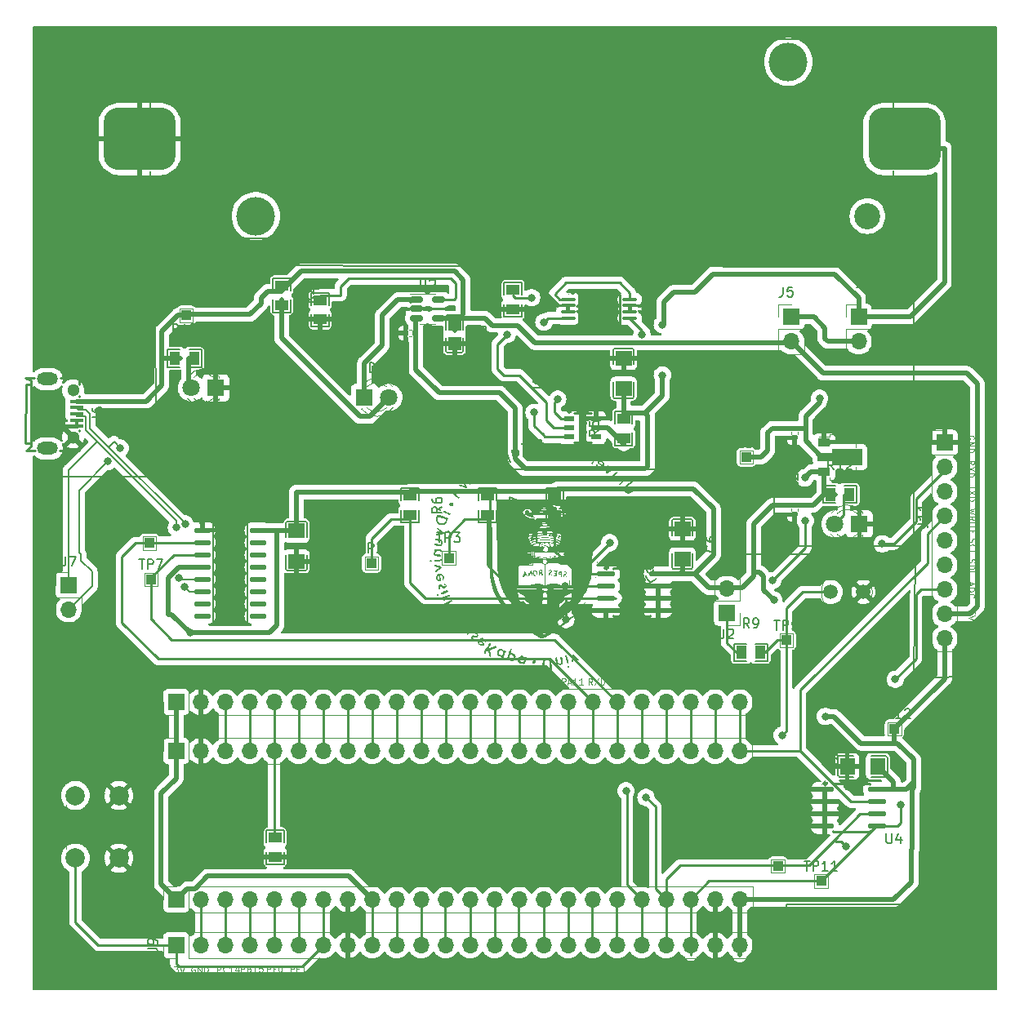
<source format=gtl>
%TF.GenerationSoftware,KiCad,Pcbnew,(7.0.0)*%
%TF.CreationDate,2023-04-04T11:17:58+02:00*%
%TF.ProjectId,Main Schematic,4d61696e-2053-4636-9865-6d617469632e,rev?*%
%TF.SameCoordinates,Original*%
%TF.FileFunction,Copper,L1,Top*%
%TF.FilePolarity,Positive*%
%FSLAX46Y46*%
G04 Gerber Fmt 4.6, Leading zero omitted, Abs format (unit mm)*
G04 Created by KiCad (PCBNEW (7.0.0)) date 2023-04-04 11:17:58*
%MOMM*%
%LPD*%
G01*
G04 APERTURE LIST*
G04 Aperture macros list*
%AMRoundRect*
0 Rectangle with rounded corners*
0 $1 Rounding radius*
0 $2 $3 $4 $5 $6 $7 $8 $9 X,Y pos of 4 corners*
0 Add a 4 corners polygon primitive as box body*
4,1,4,$2,$3,$4,$5,$6,$7,$8,$9,$2,$3,0*
0 Add four circle primitives for the rounded corners*
1,1,$1+$1,$2,$3*
1,1,$1+$1,$4,$5*
1,1,$1+$1,$6,$7*
1,1,$1+$1,$8,$9*
0 Add four rect primitives between the rounded corners*
20,1,$1+$1,$2,$3,$4,$5,0*
20,1,$1+$1,$4,$5,$6,$7,0*
20,1,$1+$1,$6,$7,$8,$9,0*
20,1,$1+$1,$8,$9,$2,$3,0*%
%AMFreePoly0*
4,1,9,3.862500,-0.866500,0.737500,-0.866500,0.737500,-0.450000,-0.737500,-0.450000,-0.737500,0.450000,0.737500,0.450000,0.737500,0.866500,3.862500,0.866500,3.862500,-0.866500,3.862500,-0.866500,$1*%
G04 Aperture macros list end*
%TA.AperFunction,SMDPad,CuDef*%
%ADD10R,1.000000X0.550013*%
%TD*%
%TA.AperFunction,ComponentPad*%
%ADD11R,1.700000X1.700000*%
%TD*%
%TA.AperFunction,ComponentPad*%
%ADD12O,1.700000X1.700000*%
%TD*%
%TA.AperFunction,ComponentPad*%
%ADD13C,4.000000*%
%TD*%
%TA.AperFunction,ComponentPad*%
%ADD14C,2.700000*%
%TD*%
%TA.AperFunction,SMDPad,CuDef*%
%ADD15RoundRect,1.625000X-2.125000X-1.625000X2.125000X-1.625000X2.125000X1.625000X-2.125000X1.625000X0*%
%TD*%
%TA.AperFunction,SMDPad,CuDef*%
%ADD16R,1.727991X1.485014*%
%TD*%
%TA.AperFunction,SMDPad,CuDef*%
%ADD17R,1.000000X1.000000*%
%TD*%
%TA.AperFunction,SMDPad,CuDef*%
%ADD18R,1.350013X1.410008*%
%TD*%
%TA.AperFunction,SMDPad,CuDef*%
%ADD19RoundRect,0.150000X-0.512500X-0.150000X0.512500X-0.150000X0.512500X0.150000X-0.512500X0.150000X0*%
%TD*%
%TA.AperFunction,SMDPad,CuDef*%
%ADD20R,1.132537X1.377013*%
%TD*%
%TA.AperFunction,SMDPad,CuDef*%
%ADD21R,1.377013X1.132537*%
%TD*%
%TA.AperFunction,SMDPad,CuDef*%
%ADD22RoundRect,0.140000X-0.170000X0.140000X-0.170000X-0.140000X0.170000X-0.140000X0.170000X0.140000X0*%
%TD*%
%TA.AperFunction,SMDPad,CuDef*%
%ADD23R,1.485014X1.727991*%
%TD*%
%TA.AperFunction,SMDPad,CuDef*%
%ADD24O,1.950216X0.568402*%
%TD*%
%TA.AperFunction,ComponentPad*%
%ADD25R,1.800000X1.800000*%
%TD*%
%TA.AperFunction,ComponentPad*%
%ADD26C,1.800000*%
%TD*%
%TA.AperFunction,SMDPad,CuDef*%
%ADD27RoundRect,0.140000X0.140000X0.170000X-0.140000X0.170000X-0.140000X-0.170000X0.140000X-0.170000X0*%
%TD*%
%TA.AperFunction,SMDPad,CuDef*%
%ADD28R,1.300000X0.900000*%
%TD*%
%TA.AperFunction,SMDPad,CuDef*%
%ADD29FreePoly0,0.000000*%
%TD*%
%TA.AperFunction,SMDPad,CuDef*%
%ADD30O,1.500000X0.400000*%
%TD*%
%TA.AperFunction,SMDPad,CuDef*%
%ADD31R,1.400000X0.400000*%
%TD*%
%TA.AperFunction,ComponentPad*%
%ADD32C,1.300000*%
%TD*%
%TA.AperFunction,ComponentPad*%
%ADD33O,2.200000X1.300000*%
%TD*%
%TA.AperFunction,SMDPad,CuDef*%
%ADD34O,1.745009X0.559995*%
%TD*%
%TA.AperFunction,ComponentPad*%
%ADD35C,2.000000*%
%TD*%
%TA.AperFunction,ComponentPad*%
%ADD36C,1.500000*%
%TD*%
%TA.AperFunction,ViaPad*%
%ADD37C,0.800000*%
%TD*%
%TA.AperFunction,Conductor*%
%ADD38C,0.500000*%
%TD*%
%TA.AperFunction,Conductor*%
%ADD39C,0.250000*%
%TD*%
%TA.AperFunction,Conductor*%
%ADD40C,0.200000*%
%TD*%
%ADD41C,0.150000*%
%ADD42C,0.100000*%
%ADD43C,0.254000*%
%ADD44C,0.059995*%
%ADD45C,0.120000*%
%ADD46C,1.000000*%
%ADD47C,0.152400*%
%ADD48C,0.300000*%
G04 APERTURE END LIST*
D10*
%TO.P,IC1,1,OD*%
%TO.N,/Power Unit/OD*%
X156812885Y-79109186D03*
%TO.P,IC1,2,CS*%
%TO.N,Net-(IC1-CS)*%
X156812885Y-80059148D03*
%TO.P,IC1,3,OC*%
%TO.N,/Power Unit/OC*%
X156812885Y-81009110D03*
%TO.P,IC1,4,TD*%
%TO.N,unconnected-(IC1-TD-Pad4)*%
X159612987Y-81009110D03*
%TO.P,IC1,5,VCC*%
%TO.N,Net-(IC1-VCC)*%
X159612987Y-80059148D03*
%TO.P,IC1,6,GND*%
%TO.N,GND*%
X159612987Y-79109186D03*
%TD*%
D11*
%TO.P,J7,1,Pin_1*%
%TO.N,/USB D+*%
X104912885Y-96369186D03*
D12*
%TO.P,J7,2,Pin_2*%
%TO.N,/USB D-*%
X104912885Y-98909186D03*
%TD*%
D13*
%TO.P,BT1,*%
%TO.N,*%
X124312886Y-58109187D03*
X179512886Y-42109187D03*
D14*
X187732886Y-58109187D03*
D15*
%TO.P,BT1,1,+*%
%TO.N,/Power Unit/V1*%
X191562886Y-50109187D03*
%TO.P,BT1,2,-*%
%TO.N,GND*%
X112262886Y-50109187D03*
%TD*%
D16*
%TO.P,C6,1*%
%TO.N,GND*%
X168528999Y-90540833D03*
%TO.P,C6,2*%
%TO.N,/3.3V*%
X168528999Y-93725999D03*
%TD*%
%TO.P,C5,1*%
%TO.N,/Power Unit/V1*%
X162432999Y-76014582D03*
%TO.P,C5,2*%
%TO.N,GND*%
X162432999Y-72829416D03*
%TD*%
D17*
%TO.P,TP6,1,1*%
%TO.N,/RXD*%
X113259999Y-92029999D03*
%TD*%
D18*
%TO.P,C3,1*%
%TO.N,/5V*%
X144906999Y-69321999D03*
%TO.P,C3,2*%
%TO.N,GND*%
X144906999Y-71321999D03*
%TD*%
D16*
%TO.P,C7,1*%
%TO.N,/3.3V*%
X128523999Y-90736416D03*
%TO.P,C7,2*%
%TO.N,GND*%
X128523999Y-93921582D03*
%TD*%
D11*
%TO.P,J2,1,Pin_1*%
%TO.N,Net-(J2-Pin_1)*%
X173169999Y-99249999D03*
D12*
%TO.P,J2,2,Pin_2*%
%TO.N,/3.3V*%
X173169999Y-96709999D03*
%TD*%
D19*
%TO.P,U2,1,STAT*%
%TO.N,Net-(D1-K)*%
X140982886Y-66779187D03*
%TO.P,U2,2,VSS*%
%TO.N,GND*%
X140982886Y-67729187D03*
%TO.P,U2,3,VBAT*%
%TO.N,/Power Unit/V1*%
X140982886Y-68679187D03*
%TO.P,U2,4,VDD*%
%TO.N,/5V*%
X143257886Y-68679187D03*
%TO.P,U2,5,PROG*%
%TO.N,Net-(U2-PROG)*%
X143257886Y-66779187D03*
%TD*%
D20*
%TO.P,R9,1*%
%TO.N,Net-(J2-Pin_1)*%
X174632499Y-103379999D03*
%TO.P,R9,2*%
%TO.N,/ADC*%
X176632499Y-103379999D03*
%TD*%
D21*
%TO.P,R2,1*%
%TO.N,/5V*%
X126980091Y-65326760D03*
%TO.P,R2,2*%
%TO.N,Net-(D1-A)*%
X126980091Y-67326760D03*
%TD*%
D22*
%TO.P,C1,1*%
%TO.N,Net-(J4-Pin_2)*%
X180175386Y-80129187D03*
%TO.P,C1,2*%
%TO.N,GND*%
X180175386Y-81089187D03*
%TD*%
%TO.P,C2,1*%
%TO.N,/3.3V*%
X180175386Y-88109187D03*
%TO.P,C2,2*%
%TO.N,GND*%
X180175386Y-89069187D03*
%TD*%
D23*
%TO.P,C8,1*%
%TO.N,/3.3V*%
X188815165Y-115189999D03*
%TO.P,C8,2*%
%TO.N,GND*%
X185629999Y-115189999D03*
%TD*%
D21*
%TO.P,R7,1*%
%TO.N,/3.3V*%
X148312885Y-87109186D03*
%TO.P,R7,2*%
%TO.N,/SCL*%
X148312885Y-89109186D03*
%TD*%
D17*
%TO.P,TP13,1,1*%
%TO.N,Net-(J4-Pin_2)*%
X175175385Y-83109186D03*
%TD*%
D24*
%TO.P,U4,1,E0*%
%TO.N,GND*%
X183314894Y-117604995D03*
%TO.P,U4,2,E1*%
X183314894Y-118874998D03*
%TO.P,U4,3,E2*%
X183314894Y-120145000D03*
%TO.P,U4,4,VSS*%
X183314894Y-121415003D03*
%TO.P,U4,5,SDA*%
%TO.N,/SDL*%
X188725104Y-121415003D03*
%TO.P,U4,6,SCL*%
%TO.N,/SCL*%
X188725104Y-120145000D03*
%TO.P,U4,7,~{WC}*%
%TO.N,/WRITE*%
X188725104Y-118874998D03*
%TO.P,U4,8,VCC*%
%TO.N,/3.3V*%
X188725104Y-117604995D03*
%TD*%
D25*
%TO.P,D3,1,K*%
%TO.N,GND*%
X186894999Y-90049999D03*
D26*
%TO.P,D3,2,A*%
%TO.N,Net-(D3-A)*%
X184355000Y-90050000D03*
%TD*%
D11*
%TO.P,J3,1,Pin_1*%
%TO.N,/3.3V*%
X116052885Y-113599186D03*
D12*
%TO.P,J3,2,Pin_2*%
%TO.N,GND*%
X118592885Y-113599186D03*
%TO.P,J3,3,Pin_3*%
%TO.N,/PB9*%
X121132885Y-113599186D03*
%TO.P,J3,4,Pin_4*%
%TO.N,/PB8*%
X123672885Y-113599186D03*
%TO.P,J3,5,Pin_5*%
%TO.N,/BOOT*%
X126212885Y-113599186D03*
%TO.P,J3,6,Pin_6*%
%TO.N,/PB7*%
X128752885Y-113599186D03*
%TO.P,J3,7,Pin_7*%
%TO.N,/PB6*%
X131292885Y-113599186D03*
%TO.P,J3,8,Pin_8*%
%TO.N,/PB5*%
X133832885Y-113599186D03*
%TO.P,J3,9,Pin_9*%
%TO.N,/PB4*%
X136372885Y-113599186D03*
%TO.P,J3,10,Pin_10*%
%TO.N,/PB3*%
X138912885Y-113599186D03*
%TO.P,J3,11,Pin_11*%
%TO.N,/PA15*%
X141452885Y-113599186D03*
%TO.P,J3,12,Pin_12*%
%TO.N,/PA14*%
X143992885Y-113599186D03*
%TO.P,J3,13,Pin_13*%
%TO.N,/PF7*%
X146532885Y-113599186D03*
%TO.P,J3,14,Pin_14*%
%TO.N,/PF6*%
X149072885Y-113599186D03*
%TO.P,J3,15,Pin_15*%
%TO.N,/PA13*%
X151612885Y-113599186D03*
%TO.P,J3,16,Pin_16*%
%TO.N,/PA12*%
X154152885Y-113599186D03*
%TO.P,J3,17,Pin_17*%
%TO.N,/PA11*%
X156692885Y-113599186D03*
%TO.P,J3,18,Pin_18*%
%TO.N,/RXD*%
X159232885Y-113599186D03*
%TO.P,J3,19,Pin_19*%
%TO.N,/TXD*%
X161772885Y-113599186D03*
%TO.P,J3,20,Pin_20*%
%TO.N,/PA8*%
X164312885Y-113599186D03*
%TO.P,J3,21,Pin_21*%
%TO.N,/PB15*%
X166852885Y-113599186D03*
%TO.P,J3,22,Pin_22*%
%TO.N,/PB14*%
X169392885Y-113599186D03*
%TO.P,J3,23,Pin_23*%
%TO.N,/PB13*%
X171932885Y-113599186D03*
%TO.P,J3,24,Pin_24*%
%TO.N,/WRITE*%
X174472885Y-113599186D03*
%TD*%
D17*
%TO.P,TP10,1,1*%
%TO.N,/SCL*%
X178439999Y-125529999D03*
%TD*%
D11*
%TO.P,J8,1,Pin_1*%
%TO.N,/3.3V*%
X116052885Y-108519186D03*
D12*
%TO.P,J8,2,Pin_2*%
%TO.N,GND*%
X118592885Y-108519186D03*
%TO.P,J8,3,Pin_3*%
%TO.N,/PB9*%
X121132885Y-108519186D03*
%TO.P,J8,4,Pin_4*%
%TO.N,/PB8*%
X123672885Y-108519186D03*
%TO.P,J8,5,Pin_5*%
%TO.N,/BOOT*%
X126212885Y-108519186D03*
%TO.P,J8,6,Pin_6*%
%TO.N,/PB7*%
X128752885Y-108519186D03*
%TO.P,J8,7,Pin_7*%
%TO.N,/PB6*%
X131292885Y-108519186D03*
%TO.P,J8,8,Pin_8*%
%TO.N,/PB5*%
X133832885Y-108519186D03*
%TO.P,J8,9,Pin_9*%
%TO.N,/PB4*%
X136372885Y-108519186D03*
%TO.P,J8,10,Pin_10*%
%TO.N,/PB3*%
X138912885Y-108519186D03*
%TO.P,J8,11,Pin_11*%
%TO.N,/PA15*%
X141452885Y-108519186D03*
%TO.P,J8,12,Pin_12*%
%TO.N,/PA14*%
X143992885Y-108519186D03*
%TO.P,J8,13,Pin_13*%
%TO.N,/PF7*%
X146532885Y-108519186D03*
%TO.P,J8,14,Pin_14*%
%TO.N,/PF6*%
X149072885Y-108519186D03*
%TO.P,J8,15,Pin_15*%
%TO.N,/PA13*%
X151612885Y-108519186D03*
%TO.P,J8,16,Pin_16*%
%TO.N,/PA12*%
X154152885Y-108519186D03*
%TO.P,J8,17,Pin_17*%
%TO.N,/PA11*%
X156692885Y-108519186D03*
%TO.P,J8,18,Pin_18*%
%TO.N,/RXD*%
X159232885Y-108519186D03*
%TO.P,J8,19,Pin_19*%
%TO.N,/TXD*%
X161772885Y-108519186D03*
%TO.P,J8,20,Pin_20*%
%TO.N,/PA8*%
X164312885Y-108519186D03*
%TO.P,J8,21,Pin_21*%
%TO.N,/PB15*%
X166852885Y-108519186D03*
%TO.P,J8,22,Pin_22*%
%TO.N,/PB14*%
X169392885Y-108519186D03*
%TO.P,J8,23,Pin_23*%
%TO.N,/PB13*%
X171932885Y-108519186D03*
%TO.P,J8,24,Pin_24*%
%TO.N,/WRITE*%
X174472885Y-108519186D03*
%TD*%
D21*
%TO.P,R1,1*%
%TO.N,/BOOT*%
X126312885Y-122571686D03*
%TO.P,R1,2*%
%TO.N,GND*%
X126312885Y-124571686D03*
%TD*%
D27*
%TO.P,C4,1*%
%TO.N,/Power Unit/V1*%
X140815000Y-70231000D03*
%TO.P,C4,2*%
%TO.N,GND*%
X139855000Y-70231000D03*
%TD*%
D17*
%TO.P,TP7,1,1*%
%TO.N,/TXD*%
X113459999Y-95799999D03*
%TD*%
D21*
%TO.P,R8,1*%
%TO.N,/3.3V*%
X155312885Y-87109186D03*
%TO.P,R8,2*%
%TO.N,/SDL*%
X155312885Y-89109186D03*
%TD*%
D25*
%TO.P,D4,1,K*%
%TO.N,GND*%
X120159999Y-75939999D03*
D26*
%TO.P,D4,2,A*%
%TO.N,Net-(D4-A)*%
X117620000Y-75940000D03*
%TD*%
D25*
%TO.P,D1,1,K*%
%TO.N,Net-(D1-K)*%
X135572885Y-76909186D03*
D26*
%TO.P,D1,2,A*%
%TO.N,Net-(D1-A)*%
X138112886Y-76909187D03*
%TD*%
D11*
%TO.P,J1,1,Pin_1*%
%TO.N,/3.3V*%
X116079999Y-129009999D03*
D12*
%TO.P,J1,2,Pin_2*%
%TO.N,/PC13*%
X118619999Y-129009999D03*
%TO.P,J1,3,Pin_3*%
%TO.N,/PC14*%
X121159999Y-129009999D03*
%TO.P,J1,4,Pin_4*%
%TO.N,/PC15*%
X123699999Y-129009999D03*
%TO.P,J1,5,Pin_5*%
%TO.N,/PF0*%
X126239999Y-129009999D03*
%TO.P,J1,6,Pin_6*%
%TO.N,/PF1*%
X128779999Y-129009999D03*
%TO.P,J1,7,Pin_7*%
%TO.N,/NRST*%
X131319999Y-129009999D03*
%TO.P,J1,8,Pin_8*%
%TO.N,GND*%
X133859999Y-129009999D03*
%TO.P,J1,9,Pin_9*%
%TO.N,/3.3V*%
X136399999Y-129009999D03*
%TO.P,J1,10,Pin_10*%
%TO.N,/PA0*%
X138939999Y-129009999D03*
%TO.P,J1,11,Pin_11*%
%TO.N,/PA1*%
X141479999Y-129009999D03*
%TO.P,J1,12,Pin_12*%
%TO.N,/PA2*%
X144019999Y-129009999D03*
%TO.P,J1,13,Pin_13*%
%TO.N,/PA3*%
X146559999Y-129009999D03*
%TO.P,J1,14,Pin_14*%
%TO.N,/ADC*%
X149099999Y-129009999D03*
%TO.P,J1,15,Pin_15*%
%TO.N,/PA5*%
X151639999Y-129009999D03*
%TO.P,J1,16,Pin_16*%
%TO.N,/PA6*%
X154179999Y-129009999D03*
%TO.P,J1,17,Pin_17*%
%TO.N,/PA7*%
X156719999Y-129009999D03*
%TO.P,J1,18,Pin_18*%
%TO.N,/PB0*%
X159259999Y-129009999D03*
%TO.P,J1,19,Pin_19*%
%TO.N,/PB1*%
X161799999Y-129009999D03*
%TO.P,J1,20,Pin_20*%
%TO.N,/OS*%
X164339999Y-129009999D03*
%TO.P,J1,21,Pin_21*%
%TO.N,/SCL*%
X166879999Y-129009999D03*
%TO.P,J1,22,Pin_22*%
%TO.N,/SDL*%
X169419999Y-129009999D03*
%TO.P,J1,23,Pin_23*%
%TO.N,GND*%
X171959999Y-129009999D03*
%TO.P,J1,24,Pin_24*%
%TO.N,/3.3V*%
X174499999Y-129009999D03*
%TD*%
D17*
%TO.P,TP11,1,1*%
%TO.N,/SDL*%
X182919999Y-127079999D03*
%TD*%
%TO.P,TP5,1,1*%
%TO.N,/ADC*%
X179312885Y-102109186D03*
%TD*%
D11*
%TO.P,J4,1,Pin_1*%
%TO.N,/Power Unit/V1*%
X186812885Y-68569186D03*
D12*
%TO.P,J4,2,Pin_2*%
%TO.N,Net-(J4-Pin_2)*%
X186812885Y-71109186D03*
%TD*%
D21*
%TO.P,R4,1*%
%TO.N,GND*%
X150982885Y-67779186D03*
%TO.P,R4,2*%
%TO.N,Net-(IC1-CS)*%
X150982885Y-65779186D03*
%TD*%
D20*
%TO.P,R12,1*%
%TO.N,/3.3V*%
X183852816Y-86969999D03*
%TO.P,R12,2*%
%TO.N,Net-(D3-A)*%
X185852816Y-86969999D03*
%TD*%
D28*
%TO.P,U1,1,GND*%
%TO.N,GND*%
X183225385Y-81609186D03*
D29*
%TO.P,U1,2,VIN*%
%TO.N,Net-(J4-Pin_2)*%
X183312886Y-83109187D03*
D28*
%TO.P,U1,3,VOUT*%
%TO.N,/3.3V*%
X183225385Y-84609186D03*
%TD*%
D11*
%TO.P,J5,1,Pin_1*%
%TO.N,Net-(J4-Pin_2)*%
X179812885Y-68569186D03*
D12*
%TO.P,J5,2,Pin_2*%
%TO.N,/5V*%
X179812885Y-71109186D03*
%TD*%
D17*
%TO.P,TP12,1,1*%
%TO.N,/3.3V*%
X190519999Y-111309999D03*
%TD*%
D24*
%TO.P,IC2,1,SDA*%
%TO.N,/SDL*%
X160607780Y-95204182D03*
%TO.P,IC2,2,SCL*%
%TO.N,/SCL*%
X160607780Y-96474185D03*
%TO.P,IC2,3,OS*%
%TO.N,/OS*%
X160607780Y-97744187D03*
%TO.P,IC2,4,GND*%
%TO.N,GND*%
X160607780Y-99014190D03*
%TO.P,IC2,5,A2*%
X166017990Y-99014190D03*
%TO.P,IC2,6,A1*%
X166017990Y-97744187D03*
%TO.P,IC2,7,A0*%
X166017990Y-96474185D03*
%TO.P,IC2,8,VCC*%
%TO.N,/3.3V*%
X166017990Y-95204182D03*
%TD*%
D11*
%TO.P,J11,1,Pin_1*%
%TO.N,GND*%
X195719999Y-81619999D03*
D12*
%TO.P,J11,2,Pin_2*%
%TO.N,/RXD*%
X195719999Y-84159999D03*
%TO.P,J11,3,Pin_3*%
%TO.N,/TXD*%
X195719999Y-86699999D03*
%TO.P,J11,4,Pin_4*%
%TO.N,/WRITE*%
X195719999Y-89239999D03*
%TO.P,J11,5,Pin_5*%
%TO.N,/SCL*%
X195719999Y-91779999D03*
%TO.P,J11,6,Pin_6*%
%TO.N,/SDL*%
X195719999Y-94319999D03*
%TO.P,J11,7,Pin_7*%
%TO.N,/ADC*%
X195719999Y-96859999D03*
%TO.P,J11,8,Pin_8*%
%TO.N,/5V*%
X195719999Y-99399999D03*
%TO.P,J11,9,Pin_9*%
%TO.N,/3.3V*%
X195719999Y-101939999D03*
%TD*%
D17*
%TO.P,TP1,1,1*%
%TO.N,/5V*%
X117099999Y-68399999D03*
%TD*%
%TO.P,TP3,1,1*%
%TO.N,/SCL*%
X144312885Y-93571686D03*
%TD*%
D21*
%TO.P,R3,1*%
%TO.N,Net-(U2-PROG)*%
X130982885Y-66816686D03*
%TO.P,R3,2*%
%TO.N,GND*%
X130982885Y-68816686D03*
%TD*%
D20*
%TO.P,R13,1*%
%TO.N,/5V*%
X115922816Y-72859999D03*
%TO.P,R13,2*%
%TO.N,Net-(D4-A)*%
X117922816Y-72859999D03*
%TD*%
D17*
%TO.P,TP4,1,1*%
%TO.N,/SDL*%
X152312885Y-93571686D03*
%TD*%
D30*
%TO.P,Q1,1,D12_1*%
%TO.N,/Power Unit/D12*%
X156682530Y-66753913D03*
%TO.P,Q1,2,S1_1*%
%TO.N,GND*%
X156682530Y-67404154D03*
%TO.P,Q1,3,S1_2*%
X156682530Y-68054396D03*
%TO.P,Q1,4,G1*%
%TO.N,/Power Unit/OC*%
X156682530Y-68704637D03*
%TO.P,Q1,5,G2*%
%TO.N,/Power Unit/OD*%
X163083342Y-68704637D03*
%TO.P,Q1,6,S2_1*%
%TO.N,GND*%
X163083342Y-68054396D03*
%TO.P,Q1,7,S2_2*%
X163083342Y-67404154D03*
%TO.P,Q1,8,D12_2*%
%TO.N,/Power Unit/D12*%
X163083342Y-66753913D03*
%TD*%
D21*
%TO.P,R5,1*%
%TO.N,Net-(IC1-VCC)*%
X162432999Y-81136999D03*
%TO.P,R5,2*%
%TO.N,/Power Unit/V1*%
X162432999Y-79136999D03*
%TD*%
D31*
%TO.P,J6,1,VBUS*%
%TO.N,/5V*%
X105742172Y-77313024D03*
%TO.P,J6,2,D-*%
%TO.N,/USB D-*%
X105742172Y-77963012D03*
%TO.P,J6,3,D+*%
%TO.N,/USB D+*%
X105742172Y-78612999D03*
%TO.P,J6,4,ID*%
%TO.N,GND*%
X105742172Y-79262986D03*
%TO.P,J6,5,GND*%
X105742172Y-79912974D03*
D32*
%TO.P,J6,6,Shield*%
X105369554Y-81037943D03*
D33*
%TO.P,J6,7*%
%TO.N,N/C*%
X102699500Y-82212948D03*
%TO.P,J6,8*%
X102699500Y-75013050D03*
D32*
%TO.P,J6,9*%
X105369554Y-76188057D03*
%TD*%
D34*
%TO.P,U3,1,GND*%
%TO.N,GND*%
X118767901Y-90689171D03*
%TO.P,U3,2,TXD*%
%TO.N,/RXD*%
X118767901Y-91959174D03*
%TO.P,U3,3,RXD*%
%TO.N,/TXD*%
X118767901Y-93229176D03*
%TO.P,U3,4,V3*%
%TO.N,/3.3V*%
X118767901Y-94499179D03*
%TO.P,U3,5,UD+*%
%TO.N,/USB D+*%
X118767901Y-95769181D03*
%TO.P,U3,6,UD-*%
%TO.N,/USB D-*%
X118767901Y-97039184D03*
%TO.P,U3,7,NC.*%
%TO.N,unconnected-(U3-NC.-Pad7)*%
X118767901Y-98309186D03*
%TO.P,U3,8,~{OUT}*%
%TO.N,unconnected-(U3-~{OUT}-Pad8)*%
X118767901Y-99579189D03*
%TO.P,U3,9,~{CTS}*%
%TO.N,unconnected-(U3-~{CTS}-Pad9)*%
X124512885Y-99579189D03*
%TO.P,U3,10,~{DSR}*%
%TO.N,unconnected-(U3-~{DSR}-Pad10)*%
X124512885Y-98309186D03*
%TO.P,U3,11,~{RI}*%
%TO.N,unconnected-(U3-~{RI}-Pad11)*%
X124512885Y-97039184D03*
%TO.P,U3,12,~{DCD}*%
%TO.N,unconnected-(U3-~{DCD}-Pad12)*%
X124512885Y-95769181D03*
%TO.P,U3,13,~{DTR}*%
%TO.N,unconnected-(U3-~{DTR}-Pad13)*%
X124512885Y-94499179D03*
%TO.P,U3,14,~{RTS}*%
%TO.N,unconnected-(U3-~{RTS}-Pad14)*%
X124512885Y-93229176D03*
%TO.P,U3,15,R232*%
%TO.N,unconnected-(U3-R232-Pad15)*%
X124512885Y-91959174D03*
%TO.P,U3,16,VCC*%
%TO.N,/3.3V*%
X124512885Y-90689171D03*
%TD*%
D35*
%TO.P,SW1,1,1*%
%TO.N,GND*%
X110112886Y-118209187D03*
X110112886Y-124709187D03*
%TO.P,SW1,2,2*%
%TO.N,/NRST*%
X105612886Y-118209187D03*
X105612886Y-124709187D03*
%TD*%
D36*
%TO.P,R10,1*%
%TO.N,/ADC*%
X183912886Y-97109187D03*
%TO.P,R10,2*%
%TO.N,GND*%
X187312886Y-97109187D03*
%TD*%
D17*
%TO.P,TP2,1,1*%
%TO.N,/OS*%
X136312885Y-94109186D03*
%TD*%
D21*
%TO.P,R6,1*%
%TO.N,/3.3V*%
X140312885Y-87109186D03*
%TO.P,R6,2*%
%TO.N,/OS*%
X140312885Y-89109186D03*
%TD*%
D11*
%TO.P,J9,1,Pin_1*%
%TO.N,/NRST*%
X116052885Y-133730999D03*
D12*
%TO.P,J9,2,Pin_2*%
%TO.N,/PC13*%
X118592885Y-133730999D03*
%TO.P,J9,3,Pin_3*%
%TO.N,/PC14*%
X121132885Y-133730999D03*
%TO.P,J9,4,Pin_4*%
%TO.N,/PC15*%
X123672885Y-133730999D03*
%TO.P,J9,5,Pin_5*%
%TO.N,/PF0*%
X126212885Y-133730999D03*
%TO.P,J9,6,Pin_6*%
%TO.N,/PF1*%
X128752885Y-133730999D03*
%TO.P,J9,7,Pin_7*%
%TO.N,/NRST*%
X131292885Y-133730999D03*
%TO.P,J9,8,Pin_8*%
%TO.N,GND*%
X133832885Y-133730999D03*
%TO.P,J9,9,Pin_9*%
%TO.N,/3.3V*%
X136372885Y-133730999D03*
%TO.P,J9,10,Pin_10*%
%TO.N,/PA0*%
X138912885Y-133730999D03*
%TO.P,J9,11,Pin_11*%
%TO.N,/PA1*%
X141452885Y-133730999D03*
%TO.P,J9,12,Pin_12*%
%TO.N,/PA2*%
X143992885Y-133730999D03*
%TO.P,J9,13,Pin_13*%
%TO.N,/PA3*%
X146532885Y-133730999D03*
%TO.P,J9,14,Pin_14*%
%TO.N,/ADC*%
X149072885Y-133730999D03*
%TO.P,J9,15,Pin_15*%
%TO.N,/PA5*%
X151612885Y-133730999D03*
%TO.P,J9,16,Pin_16*%
%TO.N,/PA6*%
X154152885Y-133730999D03*
%TO.P,J9,17,Pin_17*%
%TO.N,/PA7*%
X156692885Y-133730999D03*
%TO.P,J9,18,Pin_18*%
%TO.N,/PB0*%
X159232885Y-133730999D03*
%TO.P,J9,19,Pin_19*%
%TO.N,/PB1*%
X161772885Y-133730999D03*
%TO.P,J9,20,Pin_20*%
%TO.N,/OS*%
X164312885Y-133730999D03*
%TO.P,J9,21,Pin_21*%
%TO.N,/SCL*%
X166852885Y-133730999D03*
%TO.P,J9,22,Pin_22*%
%TO.N,/SDL*%
X169392885Y-133730999D03*
%TO.P,J9,23,Pin_23*%
%TO.N,GND*%
X171932885Y-133730999D03*
%TO.P,J9,24,Pin_24*%
%TO.N,/3.3V*%
X174472885Y-133730999D03*
%TD*%
D37*
%TO.N,/Power Unit/V1*%
X166462886Y-69359187D03*
X166462886Y-74609187D03*
%TO.N,/3.3V*%
X181230000Y-85270000D03*
X183362886Y-110009187D03*
X178012886Y-97959187D03*
X117475000Y-101346000D03*
%TO.N,/Power Unit/OC*%
X153162000Y-78486000D03*
X154172886Y-69119187D03*
%TO.N,Net-(IC1-CS)*%
X150362886Y-70389187D03*
X152902886Y-66579187D03*
%TO.N,/Power Unit/OD*%
X155612886Y-77109187D03*
X164332886Y-70384687D03*
%TO.N,/SDL*%
X161000000Y-92000000D03*
X191162886Y-119209187D03*
%TO.N,/SCL*%
X164760000Y-118410000D03*
X156337000Y-96520000D03*
X185500000Y-123500000D03*
%TO.N,/OS*%
X156450000Y-99950000D03*
X162687000Y-117729000D03*
X162687000Y-117729000D03*
%TO.N,/ADC*%
X178862886Y-111959187D03*
X190612886Y-106159187D03*
%TO.N,/RXD*%
X189262886Y-92109187D03*
%TO.N,/USB D+*%
X116078000Y-90424000D03*
X116332000Y-95631000D03*
%TO.N,/USB D-*%
X110236000Y-82169000D03*
X108966000Y-83566000D03*
X116960000Y-96550000D03*
X116967000Y-90043000D03*
%TO.N,/TXD*%
X181290000Y-89710000D03*
X177912886Y-95909187D03*
%TO.N,Net-(J4-Pin_2)*%
X182762886Y-77009187D03*
%TD*%
D38*
%TO.N,/5V*%
X148039187Y-68679187D02*
X148800000Y-69440000D01*
X148800000Y-69440000D02*
X151443699Y-69440000D01*
X153238386Y-71234687D02*
X179687386Y-71234687D01*
X179687386Y-71234687D02*
X179812886Y-71109187D01*
X145112886Y-68679187D02*
X148039187Y-68679187D01*
X151443699Y-69440000D02*
X153238386Y-71234687D01*
%TO.N,/Power Unit/V1*%
X195712886Y-65009187D02*
X195712886Y-51109187D01*
X192152886Y-68569187D02*
X195712886Y-65009187D01*
X186812886Y-68569187D02*
X192152886Y-68569187D01*
X164900000Y-84120000D02*
X164900000Y-78800000D01*
X186812886Y-66609187D02*
X184312886Y-64109187D01*
X140912886Y-68749187D02*
X140912886Y-74059187D01*
X184312886Y-64109187D02*
X171712886Y-64109187D01*
X168482886Y-66025821D02*
X167596252Y-66025821D01*
X167596252Y-66025821D02*
X166612886Y-67009187D01*
X149612886Y-76459187D02*
X151212886Y-78059187D01*
X169796252Y-66025821D02*
X168482886Y-66025821D01*
D39*
X192562886Y-51109187D02*
X191562886Y-50109187D01*
D38*
X166462886Y-74609187D02*
X166462886Y-76725948D01*
X151212886Y-78059187D02*
X151212886Y-83309187D01*
D39*
X140982886Y-68679187D02*
X140912886Y-68749187D01*
D38*
X166462886Y-76725948D02*
X164644417Y-78544417D01*
X186812886Y-68569187D02*
X186812886Y-66609187D01*
X195712886Y-51109187D02*
X192562886Y-51109187D01*
X143312886Y-76459187D02*
X149612886Y-76459187D01*
D39*
X166612886Y-69209187D02*
X166462886Y-69359187D01*
D38*
X164710813Y-84309187D02*
X164900000Y-84120000D01*
X152212886Y-84309187D02*
X164710813Y-84309187D01*
X164644417Y-78544417D02*
X162433000Y-78544417D01*
X171712886Y-64109187D02*
X169796252Y-66025821D01*
D39*
X140642886Y-68679187D02*
X140982886Y-68679187D01*
D38*
X140912886Y-74059187D02*
X143312886Y-76459187D01*
X164900000Y-78800000D02*
X164644417Y-78544417D01*
X162433000Y-76014583D02*
X162433000Y-78544417D01*
X151212886Y-83309187D02*
X152212886Y-84309187D01*
X166612886Y-67009187D02*
X166612886Y-69209187D01*
D39*
%TO.N,GND*%
X155682531Y-67404155D02*
X154400000Y-66121624D01*
X164695845Y-67404155D02*
X163083343Y-67404155D01*
X195712886Y-81609187D02*
X189898268Y-81609187D01*
X187739081Y-79450000D02*
X183700000Y-79450000D01*
X189898268Y-81609187D02*
X187739081Y-79450000D01*
X154400000Y-66121624D02*
X154400000Y-65100000D01*
X154400000Y-65100000D02*
X155350000Y-64150000D01*
X183700000Y-79450000D02*
X183225386Y-79924614D01*
X155350000Y-64150000D02*
X162350000Y-64150000D01*
X162350000Y-64150000D02*
X164700000Y-66500000D01*
X156682531Y-67404155D02*
X155682531Y-67404155D01*
X163083343Y-67404155D02*
X163083343Y-68054397D01*
X164700000Y-66500000D02*
X164700000Y-67400000D01*
X133880000Y-129200000D02*
X133880000Y-133850000D01*
X156682531Y-67404155D02*
X156682531Y-68054397D01*
X183225386Y-79924614D02*
X183225386Y-81609187D01*
X164700000Y-67400000D02*
X164695845Y-67404155D01*
D38*
%TO.N,/3.3V*%
X126492000Y-90736417D02*
X124560131Y-90736417D01*
X140235552Y-86724021D02*
X131112886Y-86724021D01*
X117212000Y-127878000D02*
X118016759Y-127878000D01*
X183225386Y-86996687D02*
X183225386Y-84609187D01*
X192532000Y-115824000D02*
X192532000Y-114478301D01*
X128524000Y-90736417D02*
X126492000Y-90736417D01*
X192278000Y-127194073D02*
X192278000Y-127000000D01*
X183224573Y-84610000D02*
X183225386Y-84609187D01*
X188815166Y-115190000D02*
X190430000Y-116804834D01*
X174472886Y-134759187D02*
X174472886Y-128982886D01*
X124560131Y-90736417D02*
X124512886Y-90689172D01*
X174472886Y-128982886D02*
X174470000Y-128980000D01*
X171762886Y-88459187D02*
X169690220Y-86386521D01*
X181890000Y-84610000D02*
X183224573Y-84610000D01*
X116080000Y-129010000D02*
X117212000Y-127878000D01*
X175912886Y-95059187D02*
X175912886Y-90059187D01*
X190862886Y-112809187D02*
X190340000Y-112809187D01*
X187062886Y-112809187D02*
X184262886Y-110009187D01*
D39*
X136380000Y-129020000D02*
X136380000Y-133670000D01*
D38*
X177862886Y-88109187D02*
X180175386Y-88109187D01*
X190340000Y-112809187D02*
X187062886Y-112809187D01*
X195720000Y-106110000D02*
X190520000Y-111310000D01*
X116052886Y-108519187D02*
X116052886Y-113599187D01*
X184262886Y-110009187D02*
X183362886Y-110009187D01*
X126492000Y-100588000D02*
X125734000Y-101346000D01*
X116052886Y-116447114D02*
X114500000Y-118000000D01*
X192278000Y-127102548D02*
X192278000Y-123806639D01*
D39*
X117602000Y-101219000D02*
X117475000Y-101092000D01*
D38*
X171250386Y-96646687D02*
X169807882Y-95204183D01*
X128524000Y-86724021D02*
X128772886Y-86724021D01*
X148312886Y-86646687D02*
X140312886Y-86646687D01*
X175912886Y-95446687D02*
X175912886Y-95059187D01*
X171762886Y-93249179D02*
X171762886Y-88459187D01*
X168529000Y-94996000D02*
X168529000Y-93726000D01*
X190430000Y-116804834D02*
X190430000Y-117604996D01*
X166812886Y-86386521D02*
X155573052Y-86386521D01*
X184420000Y-86970000D02*
X183252073Y-86970000D01*
X192532000Y-116820000D02*
X192532000Y-117440073D01*
X192278000Y-123806639D02*
X192362886Y-123721753D01*
X190430000Y-117604996D02*
X191747004Y-117604996D01*
X176962886Y-96909187D02*
X178012886Y-97959187D01*
X176512886Y-95059187D02*
X176962886Y-95509187D01*
X174712886Y-96646687D02*
X175912886Y-95446687D01*
X174472886Y-129032000D02*
X190440073Y-129032000D01*
X182112886Y-88109187D02*
X183225386Y-86996687D01*
X118767902Y-94499180D02*
X116320820Y-94499180D01*
X133970000Y-126580000D02*
X136370000Y-128980000D01*
X140312886Y-86646687D02*
X140235552Y-86724021D01*
X174712886Y-96646687D02*
X171250386Y-96646687D01*
X192532000Y-114478301D02*
X190862886Y-112809187D01*
X175912886Y-90059187D02*
X177862886Y-88109187D01*
X188725105Y-117604996D02*
X190430000Y-117604996D01*
X114500000Y-127430000D02*
X116080000Y-129010000D01*
X190440073Y-129032000D02*
X192278000Y-127194073D01*
X192532000Y-117440073D02*
X192462886Y-117509187D01*
X115570000Y-99441000D02*
X117475000Y-101346000D01*
X115189000Y-95631000D02*
X115189000Y-99441000D01*
X183252073Y-86970000D02*
X183225386Y-86996687D01*
X168320817Y-95204183D02*
X168529000Y-94996000D01*
X155573052Y-86386521D02*
X155312886Y-86646687D01*
X169690220Y-86386521D02*
X166812886Y-86386521D01*
X192532000Y-115824000D02*
X192532000Y-116820000D01*
X190520000Y-112629187D02*
X190340000Y-112809187D01*
X125734000Y-101346000D02*
X117475000Y-101346000D01*
X116320820Y-94499180D02*
X115189000Y-95631000D01*
X176962886Y-95509187D02*
X176962886Y-96909187D01*
X114500000Y-118000000D02*
X114500000Y-127430000D01*
X155312886Y-86646687D02*
X148312886Y-86646687D01*
X116052886Y-113599187D02*
X116052886Y-116447114D01*
X168320817Y-95204183D02*
X169807882Y-95204183D01*
X169807882Y-95204183D02*
X171762886Y-93249179D01*
X166017991Y-95204183D02*
X168320817Y-95204183D01*
X115189000Y-99441000D02*
X115570000Y-99441000D01*
X126492000Y-90736417D02*
X126492000Y-100588000D01*
X128524000Y-86724021D02*
X128524000Y-90736417D01*
X175912886Y-95059187D02*
X176512886Y-95059187D01*
X180175386Y-88109187D02*
X182112886Y-88109187D01*
X181230000Y-85270000D02*
X181890000Y-84610000D01*
X191747004Y-117604996D02*
X192532000Y-116820000D01*
X118016759Y-127878000D02*
X119314759Y-126580000D01*
X119314759Y-126580000D02*
X133970000Y-126580000D01*
X128772886Y-86724021D02*
X131112886Y-86724021D01*
X192362886Y-123721753D02*
X192362886Y-117609187D01*
X190520000Y-111310000D02*
X190520000Y-112629187D01*
X195720000Y-101940000D02*
X195720000Y-106110000D01*
%TO.N,/5V*%
X117222073Y-68400000D02*
X117287886Y-68334187D01*
X144907000Y-70002000D02*
X144907000Y-68885073D01*
X112936975Y-77313025D02*
X114550000Y-75700000D01*
X199112886Y-98609187D02*
X199112886Y-75509187D01*
X145812886Y-68309187D02*
X145442886Y-68679187D01*
D39*
X114550000Y-72920000D02*
X114610000Y-72860000D01*
D38*
X105742173Y-77313025D02*
X112936975Y-77313025D01*
X198012886Y-74409187D02*
X183112886Y-74409187D01*
D39*
X144907000Y-68885073D02*
X145112886Y-68679187D01*
D38*
X114610000Y-72860000D02*
X116490000Y-72860000D01*
X117287886Y-68334187D02*
X120512886Y-68334187D01*
X183112886Y-74409187D02*
X179812886Y-71109187D01*
X129012886Y-63809187D02*
X144912886Y-63809187D01*
X145812886Y-64709187D02*
X145812886Y-68309187D01*
X145112886Y-68679187D02*
X143257886Y-68679187D01*
X195712886Y-99389187D02*
X198332886Y-99389187D01*
X114550000Y-70100000D02*
X116250000Y-68400000D01*
X125552909Y-65893944D02*
X124850092Y-66596761D01*
X145442886Y-68679187D02*
X145112886Y-68679187D01*
X114550000Y-75700000D02*
X114550000Y-72920000D01*
X117100000Y-68400000D02*
X117222073Y-68400000D01*
X198332886Y-99389187D02*
X199112886Y-98609187D01*
X114550000Y-72920000D02*
X114550000Y-70100000D01*
X126980092Y-65893944D02*
X126980092Y-65841981D01*
X199112886Y-75509187D02*
X198012886Y-74409187D01*
X116250000Y-68400000D02*
X117100000Y-68400000D01*
X144912886Y-63809187D02*
X145812886Y-64709187D01*
X124850092Y-67171981D02*
X124850092Y-66596761D01*
X123687886Y-68334187D02*
X124850092Y-67171981D01*
X126980092Y-65893944D02*
X125552909Y-65893944D01*
X126980092Y-65841981D02*
X129012886Y-63809187D01*
X120512886Y-68334187D02*
X123687886Y-68334187D01*
%TO.N,Net-(D1-K)*%
X140982886Y-66779187D02*
X140542886Y-66779187D01*
X140982886Y-66779187D02*
X139042886Y-66779187D01*
X137412886Y-71509187D02*
X135572886Y-73349187D01*
X139042886Y-66779187D02*
X137412886Y-68409187D01*
X140542886Y-66779187D02*
X140412886Y-66909187D01*
X137412886Y-68409187D02*
X137412886Y-71509187D01*
X135572886Y-73349187D02*
X135572886Y-76909187D01*
%TO.N,Net-(D1-A)*%
X138112886Y-76909187D02*
X136132073Y-78890000D01*
X135103699Y-78890000D02*
X126980092Y-70766393D01*
X126980092Y-70766393D02*
X126980092Y-66759578D01*
X136132073Y-78890000D02*
X135103699Y-78890000D01*
D39*
%TO.N,/Power Unit/OC*%
X154288111Y-81009111D02*
X154051000Y-80772000D01*
X154172886Y-69119187D02*
X154587435Y-68704638D01*
X154051000Y-80772000D02*
X153162000Y-79883000D01*
X154587435Y-68704638D02*
X156682531Y-68704638D01*
X153162000Y-79883000D02*
X153162000Y-78376000D01*
X156812886Y-81009111D02*
X154288111Y-81009111D01*
%TO.N,Net-(IC1-CS)*%
X155162848Y-80059149D02*
X154412886Y-79309187D01*
X151612886Y-74609187D02*
X150262886Y-74609187D01*
X156812886Y-80059149D02*
X155162848Y-80059149D01*
X149362886Y-73959187D02*
X149362886Y-71459187D01*
X154412886Y-79309187D02*
X154412886Y-77409187D01*
X150012886Y-74609187D02*
X149362886Y-73959187D01*
X149362886Y-71389187D02*
X150362886Y-70389187D01*
X154412886Y-77409187D02*
X151612886Y-74609187D01*
X151215703Y-66579187D02*
X150982886Y-66346370D01*
X149362886Y-71459187D02*
X149362886Y-71389187D01*
X152902886Y-66579187D02*
X151215703Y-66579187D01*
X150262886Y-74609187D02*
X150012886Y-74609187D01*
%TO.N,/Power Unit/OD*%
X164332886Y-70384687D02*
X164332886Y-69954181D01*
X164332886Y-69954181D02*
X163083343Y-68704638D01*
X156812886Y-79109187D02*
X155962886Y-79109187D01*
X155312886Y-77409187D02*
X155612886Y-77109187D01*
X155962886Y-79109187D02*
X155312886Y-78459187D01*
X155312886Y-78459187D02*
X155312886Y-77409187D01*
D38*
%TO.N,Net-(IC1-VCC)*%
X160762566Y-80059149D02*
X159612988Y-80059149D01*
X160762566Y-80059149D02*
X162433000Y-81729583D01*
D39*
%TO.N,/SDL*%
X188617991Y-121414191D02*
X190807882Y-121414191D01*
X182972182Y-127060000D02*
X188617991Y-121414191D01*
X153500386Y-89571687D02*
X155312886Y-89571687D01*
X169390000Y-134756301D02*
X169392886Y-134759187D01*
X158500000Y-95204183D02*
X160607781Y-95204183D01*
X158500000Y-94500000D02*
X158500000Y-95204183D01*
X155312886Y-92809187D02*
X157707882Y-95204183D01*
X169390000Y-128980000D02*
X171310000Y-127060000D01*
X169390000Y-128980000D02*
X169390000Y-134756301D01*
X181055054Y-127060000D02*
X182972182Y-127060000D01*
X152312886Y-93571687D02*
X152312886Y-90759187D01*
X191162886Y-121059187D02*
X191162886Y-119209187D01*
X155312886Y-89571687D02*
X155312886Y-92809187D01*
X157707882Y-95204183D02*
X158500000Y-95204183D01*
X161000000Y-92000000D02*
X158500000Y-94500000D01*
X152312886Y-90759187D02*
X153500386Y-89571687D01*
X190807882Y-121414191D02*
X191162886Y-121059187D01*
X171310000Y-127060000D02*
X181055054Y-127060000D01*
%TO.N,/SCL*%
X150477885Y-96474186D02*
X160607781Y-96474186D01*
X184311036Y-122811036D02*
X181652072Y-125470000D01*
X188617991Y-120144188D02*
X189477885Y-120144188D01*
X184500000Y-123000000D02*
X184311036Y-122811036D01*
X180300000Y-125470000D02*
X168300000Y-125470000D01*
X185000000Y-123000000D02*
X184500000Y-123000000D01*
X145950386Y-89571687D02*
X148312886Y-89571687D01*
X168300000Y-125470000D02*
X166852886Y-126917114D01*
X166870000Y-129225000D02*
X166870000Y-133875000D01*
X181652072Y-125470000D02*
X180300000Y-125470000D01*
X188617991Y-120144188D02*
X186977885Y-120144188D01*
X166850000Y-128980000D02*
X165735000Y-127865000D01*
X144312886Y-91209187D02*
X145950386Y-89571687D01*
X185500000Y-123500000D02*
X185000000Y-123000000D01*
X166852886Y-126917114D02*
X166852886Y-130109187D01*
X165735000Y-127865000D02*
X165735000Y-119385000D01*
X186977885Y-120144188D02*
X184311036Y-122811036D01*
X148312886Y-94309187D02*
X150477885Y-96474186D01*
X148312886Y-89571687D02*
X148312886Y-94309187D01*
X165735000Y-119385000D02*
X164760000Y-118410000D01*
X144312886Y-93571687D02*
X144312886Y-91209187D01*
%TO.N,/OS*%
X164310000Y-128980000D02*
X162814000Y-127484000D01*
X162687000Y-117729000D02*
X162560000Y-117729000D01*
X156450000Y-97744188D02*
X141897887Y-97744188D01*
X162687000Y-117856000D02*
X162687000Y-117729000D01*
X160607781Y-97744188D02*
X156450000Y-97744188D01*
X164330000Y-128965000D02*
X164330000Y-133615000D01*
X162814000Y-117983000D02*
X162687000Y-117856000D01*
X161647887Y-97744188D02*
X160607781Y-97744188D01*
X136312886Y-91609187D02*
X138350386Y-89571687D01*
X141897887Y-97744188D02*
X140312886Y-96159187D01*
X162560000Y-117729000D02*
X162560000Y-117729000D01*
X162814000Y-127484000D02*
X162814000Y-117983000D01*
X138350386Y-89571687D02*
X140312886Y-89571687D01*
X136312886Y-94109187D02*
X136312886Y-91609187D01*
X156450000Y-99950000D02*
X156450000Y-97744188D01*
X140312886Y-96159187D02*
X140312886Y-89571687D01*
%TO.N,/PC13*%
X118610000Y-129060000D02*
X118610000Y-133710000D01*
%TO.N,/PC14*%
X121132886Y-133731000D02*
X121132886Y-129311187D01*
X121132886Y-129311187D02*
X121130000Y-129311187D01*
%TO.N,/PC15*%
X123672886Y-133731000D02*
X123672886Y-129311187D01*
X123672886Y-129311187D02*
X123670000Y-129311187D01*
%TO.N,/PF0*%
X126210000Y-129085000D02*
X126210000Y-133735000D01*
%TO.N,/PF1*%
X128770000Y-129055000D02*
X128770000Y-133705000D01*
%TO.N,/NRST*%
X107984699Y-133731000D02*
X116052886Y-133731000D01*
X116052886Y-135652886D02*
X116334187Y-135934187D01*
X105612886Y-124709187D02*
X105612886Y-131359187D01*
X129089699Y-135934187D02*
X131292886Y-133731000D01*
X105612886Y-131359187D02*
X107984699Y-133731000D01*
X131340000Y-129035000D02*
X131340000Y-133685000D01*
X116052886Y-133731000D02*
X116052886Y-135652886D01*
X116334187Y-135934187D02*
X129089699Y-135934187D01*
%TO.N,/PA0*%
X138900000Y-129080000D02*
X138900000Y-133730000D01*
%TO.N,/PA1*%
X141480000Y-129100000D02*
X141480000Y-133750000D01*
%TO.N,/PA2*%
X143960000Y-129035000D02*
X143960000Y-133685000D01*
%TO.N,/PA3*%
X146570000Y-128985000D02*
X146570000Y-133635000D01*
%TO.N,/ADC*%
X192762886Y-104009187D02*
X190612886Y-106159187D01*
X193422886Y-96849187D02*
X193272886Y-96849187D01*
X179312886Y-102109187D02*
X179312886Y-111509187D01*
X183912886Y-97109187D02*
X181012886Y-97109187D01*
X181012886Y-97109187D02*
X179312886Y-98809187D01*
X192762886Y-97359187D02*
X192762886Y-104009187D01*
X193272886Y-96849187D02*
X192762886Y-97359187D01*
X195712886Y-96849187D02*
X193422886Y-96849187D01*
X178365813Y-102109187D02*
X179312886Y-102109187D01*
X179312886Y-111509187D02*
X178862886Y-111959187D01*
X179312886Y-102209187D02*
X179362886Y-102259187D01*
X149060000Y-129005000D02*
X149060000Y-133655000D01*
X179312886Y-102109187D02*
X179312886Y-102209187D01*
X179312886Y-98809187D02*
X179312886Y-102109187D01*
X177095000Y-103380000D02*
X178365813Y-102109187D01*
%TO.N,/PA5*%
X151590000Y-129105000D02*
X151590000Y-133755000D01*
%TO.N,/PA6*%
X154160000Y-129215000D02*
X154160000Y-133865000D01*
%TO.N,/PA7*%
X156730000Y-129055000D02*
X156730000Y-133705000D01*
%TO.N,/PB0*%
X159200000Y-129125000D02*
X159200000Y-133775000D01*
%TO.N,/PB1*%
X161750000Y-129195000D02*
X161750000Y-133845000D01*
%TO.N,/PB9*%
X121132886Y-108519187D02*
X121132886Y-113599187D01*
%TO.N,/PB8*%
X123672886Y-113599187D02*
X123672886Y-108519187D01*
%TO.N,/BOOT*%
X126212886Y-113599187D02*
X126212886Y-108519187D01*
X126212886Y-113599187D02*
X126212886Y-122009187D01*
X126212886Y-122009187D02*
X126312886Y-122109187D01*
%TO.N,/PB7*%
X128752886Y-108519187D02*
X128752886Y-113599187D01*
%TO.N,/PB6*%
X131292886Y-113599187D02*
X131292886Y-108519187D01*
%TO.N,/PB5*%
X133832886Y-108519187D02*
X133832886Y-113599187D01*
%TO.N,/PB4*%
X136372886Y-113599187D02*
X136372886Y-108519187D01*
%TO.N,/PB3*%
X138912886Y-108519187D02*
X138912886Y-113599187D01*
%TO.N,/PA15*%
X141452886Y-108519187D02*
X141452886Y-113599187D01*
%TO.N,/PA14*%
X143992886Y-113599187D02*
X143992886Y-108519187D01*
%TO.N,/PF7*%
X146532886Y-113599187D02*
X146532886Y-108519187D01*
%TO.N,/PF6*%
X149072886Y-113599187D02*
X149072886Y-108519187D01*
%TO.N,/PA13*%
X151612886Y-113599187D02*
X151612886Y-108519187D01*
%TO.N,/PA12*%
X154152886Y-113599187D02*
X154152886Y-108519187D01*
%TO.N,/PA11*%
X156692886Y-113599187D02*
X156692886Y-108519187D01*
%TO.N,/RXD*%
X159232886Y-113599187D02*
X159232886Y-108519187D01*
X192790000Y-89780000D02*
X192790000Y-87420000D01*
X110410000Y-93440000D02*
X110410000Y-100286301D01*
X111820000Y-92030000D02*
X110410000Y-93440000D01*
X154772886Y-104059187D02*
X159232886Y-108519187D01*
X195712886Y-84497114D02*
X192790000Y-87420000D01*
X110410000Y-100286301D02*
X114182886Y-104059187D01*
X190460813Y-92109187D02*
X192790000Y-89780000D01*
X113260000Y-92030000D02*
X111820000Y-92030000D01*
X195712886Y-84149187D02*
X195712886Y-84497114D01*
X114182886Y-104059187D02*
X154772886Y-104059187D01*
X189262886Y-92109187D02*
X190460813Y-92109187D01*
X118767902Y-91959175D02*
X113330825Y-91959175D01*
X113330825Y-91959175D02*
X113260000Y-92030000D01*
%TO.N,/PA8*%
X164312886Y-113599187D02*
X164312886Y-108519187D01*
%TO.N,/PB15*%
X166852886Y-113599187D02*
X166852886Y-108519187D01*
%TO.N,/PB14*%
X169392886Y-113599187D02*
X169392886Y-108519187D01*
%TO.N,/PB13*%
X171932886Y-113599187D02*
X171932886Y-108519187D01*
%TO.N,/WRITE*%
X193930000Y-91030000D02*
X195720000Y-89240000D01*
X174472886Y-108519187D02*
X174472886Y-113599187D01*
X180758296Y-113599187D02*
X180758296Y-107281704D01*
X193930000Y-94110000D02*
X193930000Y-91030000D01*
X180758296Y-113599187D02*
X186034108Y-118874999D01*
X180758296Y-107281704D02*
X193930000Y-94110000D01*
X186034108Y-118874999D02*
X188725105Y-118874999D01*
X174472886Y-113599187D02*
X180758296Y-113599187D01*
D40*
%TO.N,/USB D+*%
X105742173Y-78613000D02*
X105855167Y-78500006D01*
X116470182Y-95769182D02*
X118767902Y-95769182D01*
X104912886Y-84444114D02*
X107854400Y-81502600D01*
X119401508Y-95769182D02*
X118767902Y-95769182D01*
X105742173Y-78613000D02*
X105742173Y-78835987D01*
X116078000Y-89726200D02*
X116078000Y-90424000D01*
X116332000Y-95631000D02*
X116470182Y-95769182D01*
X106669173Y-80317373D02*
X107854400Y-81502600D01*
X106669173Y-78835987D02*
X106669173Y-80317373D01*
X104912886Y-96369187D02*
X104912886Y-84444114D01*
X105742173Y-78835987D02*
X106669173Y-78835987D01*
X107854400Y-81502600D02*
X116078000Y-89726200D01*
%TO.N,/USB D-*%
X116967000Y-89978800D02*
X116967000Y-90043000D01*
X117449185Y-97039185D02*
X118767902Y-97039185D01*
X105952166Y-78173006D02*
X106642561Y-78173006D01*
X109601000Y-81534000D02*
X109061600Y-82073400D01*
X105742173Y-77963013D02*
X105952166Y-78173006D01*
X105742173Y-77963013D02*
X105829167Y-78050007D01*
X107315000Y-96507073D02*
X107315000Y-94996000D01*
X109061600Y-82073400D02*
X116967000Y-89978800D01*
X107119154Y-78649599D02*
X107119154Y-80130954D01*
X107315000Y-94996000D02*
X106172000Y-93853000D01*
X105989886Y-93035886D02*
X105989886Y-86542114D01*
X106172000Y-93218000D02*
X105989886Y-93035886D01*
X107119154Y-80130954D02*
X109061600Y-82073400D01*
X106172000Y-93853000D02*
X106172000Y-93218000D01*
X106642561Y-78173006D02*
X107119154Y-78649599D01*
X116967000Y-90043000D02*
X117031200Y-90043000D01*
X110236000Y-82169000D02*
X109601000Y-81534000D01*
X105989886Y-86542114D02*
X108966000Y-83566000D01*
X116960000Y-96550000D02*
X117449185Y-97039185D01*
X117031200Y-90043000D02*
X116999100Y-90010900D01*
X104912886Y-98909187D02*
X107315000Y-96507073D01*
D39*
%TO.N,/Power Unit/D12*%
X155780914Y-66753914D02*
X156682531Y-66753914D01*
X163083343Y-66055343D02*
X162052000Y-65024000D01*
X155321000Y-66294000D02*
X155780914Y-66753914D01*
X162052000Y-65024000D02*
X156464000Y-65024000D01*
X163083343Y-66753914D02*
X163083343Y-66055343D01*
X156464000Y-65024000D02*
X155321000Y-66167000D01*
X155321000Y-66167000D02*
X155321000Y-66294000D01*
%TO.N,Net-(U2-PROG)*%
X143257886Y-66779187D02*
X144842886Y-66779187D01*
X144512886Y-64609187D02*
X133912886Y-64609187D01*
X145012886Y-66609187D02*
X145012886Y-65109187D01*
X133112886Y-66309187D02*
X131027886Y-66309187D01*
X133112886Y-65409187D02*
X133112886Y-66309187D01*
X131027886Y-66309187D02*
X130982886Y-66354187D01*
X133912886Y-64609187D02*
X133112886Y-65409187D01*
X145012886Y-65109187D02*
X144512886Y-64609187D01*
X144842886Y-66779187D02*
X145012886Y-66609187D01*
%TO.N,/TXD*%
X161772886Y-108519187D02*
X155312886Y-102059187D01*
X181280000Y-92542073D02*
X181290000Y-89710000D01*
X181290000Y-89710000D02*
X181280000Y-89750000D01*
X113460000Y-99940000D02*
X113510000Y-99990000D01*
X113460000Y-95800000D02*
X113460000Y-95590000D01*
X113460000Y-95590000D02*
X115820823Y-93229177D01*
X155312886Y-102059187D02*
X115579187Y-102059187D01*
X177912886Y-95909187D02*
X181280000Y-92542073D01*
X115820823Y-93229177D02*
X118767902Y-93229177D01*
X115579187Y-102059187D02*
X113510000Y-99990000D01*
X161772886Y-113599187D02*
X161772886Y-108519187D01*
X113460000Y-95800000D02*
X113460000Y-99940000D01*
%TO.N,Net-(J2-Pin_1)*%
X173170000Y-99250000D02*
X173170000Y-102380000D01*
X173170000Y-102380000D02*
X174170000Y-103380000D01*
%TO.N,Net-(D3-A)*%
X185285634Y-89119366D02*
X185285634Y-86970000D01*
X184355000Y-90050000D02*
X185285634Y-89119366D01*
%TO.N,Net-(D4-A)*%
X117355634Y-75675634D02*
X117620000Y-75940000D01*
D38*
X117355634Y-72860000D02*
X117355634Y-75675634D01*
%TO.N,Net-(J4-Pin_2)*%
X183312886Y-83109187D02*
X182975386Y-83109187D01*
X182172886Y-68569187D02*
X183312886Y-69709187D01*
X176712886Y-83109187D02*
X177362886Y-82459187D01*
X183312886Y-69709187D02*
X183312886Y-70809187D01*
X181312886Y-81446687D02*
X181312886Y-80259187D01*
X182762886Y-77409187D02*
X182762886Y-77009187D01*
X182975386Y-83109187D02*
X181312886Y-81446687D01*
X183612886Y-71109187D02*
X186812886Y-71109187D01*
X179812886Y-68569187D02*
X182172886Y-68569187D01*
X181312886Y-80259187D02*
X181312886Y-80109187D01*
X180195386Y-80109187D02*
X180175386Y-80129187D01*
X175175386Y-83109187D02*
X176712886Y-83109187D01*
X177842886Y-80129187D02*
X180175386Y-80129187D01*
X181312886Y-80109187D02*
X180195386Y-80109187D01*
X181312886Y-78859187D02*
X182762886Y-77409187D01*
X177362886Y-82459187D02*
X177362886Y-80609187D01*
X177362886Y-80609187D02*
X177842886Y-80129187D01*
X183312886Y-70809187D02*
X183612886Y-71109187D01*
X181312886Y-80259187D02*
X181312886Y-78859187D01*
%TD*%
%TA.AperFunction,Conductor*%
%TO.N,GND*%
G36*
X201105500Y-38447113D02*
G01*
X201150887Y-38492500D01*
X201167500Y-38554500D01*
X201167500Y-138305500D01*
X201150887Y-138367500D01*
X201105500Y-138412887D01*
X201043500Y-138429500D01*
X101292500Y-138429500D01*
X101230500Y-138412887D01*
X101185113Y-138367500D01*
X101168500Y-138305500D01*
X101168500Y-118209187D01*
X104107243Y-118209187D01*
X104107667Y-118214304D01*
X104127353Y-118451888D01*
X104127354Y-118451896D01*
X104127778Y-118457008D01*
X104129035Y-118461975D01*
X104129037Y-118461982D01*
X104182258Y-118672143D01*
X104188823Y-118698068D01*
X104190883Y-118702764D01*
X104286652Y-118921097D01*
X104286655Y-118921103D01*
X104288713Y-118925794D01*
X104291513Y-118930080D01*
X104291517Y-118930087D01*
X104402449Y-119099881D01*
X104424722Y-119133972D01*
X104428196Y-119137746D01*
X104428197Y-119137747D01*
X104589670Y-119313154D01*
X104589673Y-119313157D01*
X104593142Y-119316925D01*
X104789377Y-119469661D01*
X105008076Y-119588015D01*
X105243272Y-119668758D01*
X105488551Y-119709687D01*
X105732087Y-119709687D01*
X105737221Y-119709687D01*
X105982500Y-119668758D01*
X106217696Y-119588015D01*
X106436395Y-119469661D01*
X106484223Y-119432435D01*
X109248635Y-119432435D01*
X109256741Y-119443626D01*
X109285603Y-119466090D01*
X109294165Y-119471683D01*
X109503771Y-119585116D01*
X109513125Y-119589219D01*
X109738542Y-119666604D01*
X109748454Y-119669115D01*
X109983529Y-119708342D01*
X109993725Y-119709187D01*
X110232047Y-119709187D01*
X110242242Y-119708342D01*
X110477317Y-119669115D01*
X110487229Y-119666604D01*
X110712646Y-119589219D01*
X110722000Y-119585116D01*
X110931609Y-119471682D01*
X110940167Y-119466090D01*
X110969032Y-119443624D01*
X110977136Y-119432437D01*
X110970475Y-119420329D01*
X110124428Y-118574282D01*
X110112886Y-118567618D01*
X110101343Y-118574282D01*
X109255294Y-119420330D01*
X109248635Y-119432435D01*
X106484223Y-119432435D01*
X106632630Y-119316925D01*
X106801050Y-119133972D01*
X106937059Y-118925794D01*
X107036949Y-118698068D01*
X107097994Y-118457008D01*
X107118105Y-118214304D01*
X108608169Y-118214304D01*
X108627848Y-118451805D01*
X108629532Y-118461899D01*
X108688039Y-118692934D01*
X108691358Y-118702601D01*
X108787094Y-118920860D01*
X108791956Y-118929843D01*
X108881885Y-119067491D01*
X108889849Y-119075211D01*
X108899231Y-119069287D01*
X109747790Y-118220729D01*
X109754454Y-118209187D01*
X110471317Y-118209187D01*
X110477981Y-118220729D01*
X111326539Y-119069287D01*
X111335920Y-119075211D01*
X111343888Y-119067486D01*
X111433810Y-118929851D01*
X111438678Y-118920856D01*
X111534413Y-118702601D01*
X111537732Y-118692934D01*
X111596239Y-118461899D01*
X111597923Y-118451805D01*
X111617603Y-118214304D01*
X111617603Y-118204070D01*
X111597923Y-117966568D01*
X111596239Y-117956474D01*
X111537732Y-117725439D01*
X111534413Y-117715772D01*
X111438678Y-117497517D01*
X111433810Y-117488522D01*
X111343888Y-117350886D01*
X111335920Y-117343161D01*
X111326539Y-117349085D01*
X110477981Y-118197644D01*
X110471317Y-118209187D01*
X109754454Y-118209187D01*
X109747790Y-118197644D01*
X108899231Y-117349085D01*
X108889850Y-117343161D01*
X108881883Y-117350886D01*
X108791958Y-117488525D01*
X108787093Y-117497515D01*
X108691358Y-117715772D01*
X108688039Y-117725439D01*
X108629532Y-117956474D01*
X108627848Y-117966568D01*
X108608169Y-118204070D01*
X108608169Y-118214304D01*
X107118105Y-118214304D01*
X107118529Y-118209187D01*
X107097994Y-117961366D01*
X107036949Y-117720306D01*
X106944481Y-117509500D01*
X106939119Y-117497276D01*
X106939118Y-117497274D01*
X106937059Y-117492580D01*
X106928184Y-117478996D01*
X106858025Y-117371609D01*
X106801050Y-117284402D01*
X106648659Y-117118861D01*
X106636101Y-117105219D01*
X106636097Y-117105216D01*
X106632630Y-117101449D01*
X106499773Y-116998042D01*
X106484219Y-116985936D01*
X109248634Y-116985936D01*
X109255294Y-116998042D01*
X110101343Y-117844091D01*
X110112886Y-117850755D01*
X110124428Y-117844091D01*
X110970476Y-116998042D01*
X110977136Y-116985936D01*
X110969029Y-116974746D01*
X110940172Y-116952286D01*
X110931605Y-116946690D01*
X110722000Y-116833257D01*
X110712646Y-116829154D01*
X110487229Y-116751769D01*
X110477317Y-116749258D01*
X110242242Y-116710031D01*
X110232047Y-116709187D01*
X109993725Y-116709187D01*
X109983529Y-116710031D01*
X109748454Y-116749258D01*
X109738542Y-116751769D01*
X109513125Y-116829154D01*
X109503771Y-116833257D01*
X109294162Y-116946691D01*
X109285603Y-116952283D01*
X109256740Y-116974747D01*
X109248634Y-116985936D01*
X106484219Y-116985936D01*
X106440445Y-116951865D01*
X106440443Y-116951863D01*
X106436395Y-116948713D01*
X106427801Y-116944062D01*
X106222202Y-116832797D01*
X106222196Y-116832794D01*
X106217696Y-116830359D01*
X106212855Y-116828697D01*
X106212848Y-116828694D01*
X105987351Y-116751281D01*
X105987347Y-116751280D01*
X105982500Y-116749616D01*
X105954250Y-116744902D01*
X105742284Y-116709531D01*
X105742273Y-116709530D01*
X105737221Y-116708687D01*
X105488551Y-116708687D01*
X105483499Y-116709530D01*
X105483487Y-116709531D01*
X105248329Y-116748772D01*
X105248327Y-116748772D01*
X105243272Y-116749616D01*
X105238427Y-116751279D01*
X105238420Y-116751281D01*
X105012923Y-116828694D01*
X105012912Y-116828698D01*
X105008076Y-116830359D01*
X105003579Y-116832792D01*
X105003569Y-116832797D01*
X104793888Y-116946271D01*
X104793881Y-116946275D01*
X104789377Y-116948713D01*
X104785334Y-116951859D01*
X104785326Y-116951865D01*
X104645185Y-117060942D01*
X104593142Y-117101449D01*
X104589679Y-117105210D01*
X104589670Y-117105219D01*
X104428197Y-117280626D01*
X104428191Y-117280633D01*
X104424722Y-117284402D01*
X104421917Y-117288693D01*
X104421914Y-117288699D01*
X104291517Y-117488286D01*
X104291510Y-117488298D01*
X104288713Y-117492580D01*
X104286658Y-117497264D01*
X104286652Y-117497276D01*
X104190883Y-117715609D01*
X104188823Y-117720306D01*
X104187565Y-117725271D01*
X104187564Y-117725276D01*
X104129037Y-117956391D01*
X104129035Y-117956400D01*
X104127778Y-117961366D01*
X104127354Y-117966475D01*
X104127353Y-117966485D01*
X104111955Y-118152316D01*
X104107243Y-118209187D01*
X101168500Y-118209187D01*
X101168500Y-83054973D01*
X101182540Y-82997660D01*
X101221481Y-82953325D01*
X101276504Y-82932009D01*
X101335150Y-82938538D01*
X101384137Y-82971435D01*
X101467230Y-83062583D01*
X101467233Y-83062585D01*
X101471094Y-83066821D01*
X101641246Y-83195315D01*
X101832112Y-83290354D01*
X101837630Y-83291924D01*
X102031669Y-83347134D01*
X102031670Y-83347134D01*
X102037191Y-83348705D01*
X102196307Y-83363449D01*
X103199823Y-83363449D01*
X103202695Y-83363449D01*
X103361811Y-83348705D01*
X103566890Y-83290354D01*
X103757756Y-83195315D01*
X103927908Y-83066821D01*
X104071553Y-82909251D01*
X104183799Y-82727968D01*
X104260822Y-82529147D01*
X104300001Y-82319559D01*
X104300001Y-82106339D01*
X104281626Y-82008041D01*
X104756533Y-82008041D01*
X104764470Y-82015887D01*
X104849884Y-82068772D01*
X104860101Y-82073860D01*
X105048145Y-82146709D01*
X105059130Y-82149834D01*
X105257361Y-82186890D01*
X105268720Y-82187943D01*
X105470388Y-82187943D01*
X105481746Y-82186890D01*
X105679977Y-82149834D01*
X105690962Y-82146709D01*
X105879007Y-82073860D01*
X105889220Y-82068774D01*
X105974638Y-82015886D01*
X105982573Y-82008041D01*
X105976643Y-81998586D01*
X105381096Y-81403038D01*
X105369554Y-81396374D01*
X105358011Y-81403038D01*
X104762463Y-81998586D01*
X104756533Y-82008041D01*
X104281626Y-82008041D01*
X104260822Y-81896751D01*
X104227658Y-81811146D01*
X104220611Y-81748275D01*
X104245496Y-81690109D01*
X104295836Y-81651791D01*
X104358529Y-81643293D01*
X104378509Y-81651301D01*
X104395273Y-81652465D01*
X104408966Y-81644975D01*
X105004457Y-81049485D01*
X105011121Y-81037943D01*
X105004457Y-81026400D01*
X104408966Y-80430909D01*
X104396799Y-80424254D01*
X104387472Y-80431187D01*
X104385058Y-80435085D01*
X104295176Y-80615594D01*
X104291045Y-80626257D01*
X104235861Y-80820211D01*
X104233763Y-80831433D01*
X104215156Y-81032234D01*
X104215156Y-81043652D01*
X104233763Y-81244452D01*
X104235861Y-81255674D01*
X104274074Y-81389979D01*
X104274681Y-81455637D01*
X104241676Y-81512400D01*
X104184312Y-81544352D01*
X104118676Y-81542532D01*
X104063171Y-81507452D01*
X103931766Y-81363309D01*
X103927908Y-81359077D01*
X103920753Y-81353674D01*
X103762327Y-81234035D01*
X103757756Y-81230583D01*
X103566890Y-81135544D01*
X103561377Y-81133975D01*
X103561371Y-81133973D01*
X103367332Y-81078763D01*
X103367322Y-81078761D01*
X103361811Y-81077193D01*
X103356098Y-81076663D01*
X103356095Y-81076663D01*
X103205555Y-81062714D01*
X103205554Y-81062713D01*
X103202695Y-81062449D01*
X102196307Y-81062449D01*
X102193448Y-81062713D01*
X102193446Y-81062714D01*
X102042906Y-81076663D01*
X102042901Y-81076663D01*
X102037191Y-81077193D01*
X102031680Y-81078760D01*
X102031669Y-81078763D01*
X101837630Y-81133973D01*
X101837620Y-81133976D01*
X101832112Y-81135544D01*
X101826977Y-81138100D01*
X101826974Y-81138102D01*
X101646376Y-81228028D01*
X101646371Y-81228031D01*
X101641246Y-81230583D01*
X101636678Y-81234032D01*
X101636674Y-81234035D01*
X101475665Y-81355624D01*
X101475657Y-81355630D01*
X101471094Y-81359077D01*
X101467238Y-81363306D01*
X101467230Y-81363314D01*
X101384137Y-81454463D01*
X101335150Y-81487360D01*
X101276504Y-81493889D01*
X101221481Y-81472573D01*
X101182540Y-81428238D01*
X101168500Y-81370925D01*
X101168500Y-80157491D01*
X104542173Y-80157491D01*
X104542470Y-80163052D01*
X104546705Y-80173407D01*
X104556676Y-80167905D01*
X104608766Y-80115816D01*
X104596932Y-80112975D01*
X104558499Y-80112975D01*
X104545623Y-80116425D01*
X104542173Y-80129301D01*
X104542173Y-80157491D01*
X101168500Y-80157491D01*
X101168500Y-75855075D01*
X101182540Y-75797762D01*
X101221481Y-75753427D01*
X101276504Y-75732111D01*
X101335150Y-75738640D01*
X101384137Y-75771537D01*
X101467230Y-75862685D01*
X101467233Y-75862687D01*
X101471094Y-75866923D01*
X101641246Y-75995417D01*
X101832112Y-76090456D01*
X101837630Y-76092026D01*
X102031669Y-76147236D01*
X102031670Y-76147236D01*
X102037191Y-76148807D01*
X102196307Y-76163551D01*
X103199823Y-76163551D01*
X103202695Y-76163551D01*
X103361811Y-76148807D01*
X103566890Y-76090456D01*
X103757756Y-75995417D01*
X103927908Y-75866923D01*
X104052478Y-75730277D01*
X104062415Y-75719377D01*
X104117920Y-75684296D01*
X104183556Y-75682476D01*
X104240919Y-75714427D01*
X104273925Y-75771191D01*
X104273318Y-75836850D01*
X104235368Y-75970225D01*
X104235365Y-75970236D01*
X104233798Y-75975747D01*
X104233268Y-75981457D01*
X104233268Y-75981462D01*
X104217833Y-76148043D01*
X104214125Y-76188057D01*
X104214654Y-76193766D01*
X104232960Y-76391329D01*
X104233798Y-76400367D01*
X104235366Y-76405878D01*
X104235368Y-76405888D01*
X104290578Y-76599927D01*
X104290580Y-76599933D01*
X104292149Y-76605446D01*
X104330766Y-76683000D01*
X104366915Y-76755599D01*
X104387188Y-76796312D01*
X104486175Y-76927391D01*
X104515682Y-76966464D01*
X104514797Y-76967132D01*
X104537097Y-77005405D01*
X104542529Y-77057187D01*
X104541673Y-77065152D01*
X104541673Y-77068473D01*
X104541673Y-77068474D01*
X104541673Y-77557585D01*
X104541673Y-77557603D01*
X104541674Y-77560897D01*
X104542026Y-77564175D01*
X104542027Y-77564186D01*
X104548082Y-77620508D01*
X104546476Y-77620680D01*
X104546477Y-77655357D01*
X104548082Y-77655530D01*
X104542028Y-77711832D01*
X104542027Y-77711844D01*
X104541673Y-77715140D01*
X104541673Y-77718461D01*
X104541673Y-77718462D01*
X104541673Y-78207573D01*
X104541673Y-78207591D01*
X104541674Y-78210885D01*
X104542026Y-78214163D01*
X104542027Y-78214174D01*
X104548082Y-78270496D01*
X104546474Y-78270668D01*
X104546477Y-78305344D01*
X104548082Y-78305517D01*
X104542028Y-78361819D01*
X104542027Y-78361831D01*
X104541673Y-78365127D01*
X104541673Y-78368448D01*
X104541673Y-78368449D01*
X104541673Y-78857560D01*
X104541673Y-78857578D01*
X104541674Y-78860872D01*
X104542026Y-78864150D01*
X104542027Y-78864161D01*
X104548082Y-78920483D01*
X104546737Y-78920627D01*
X104546741Y-78955413D01*
X104548575Y-78955611D01*
X104542526Y-79011872D01*
X104542173Y-79018469D01*
X104542173Y-79046661D01*
X104545623Y-79059536D01*
X104574097Y-79067166D01*
X104611506Y-79084250D01*
X104641271Y-79112630D01*
X104684627Y-79170546D01*
X104691723Y-79175858D01*
X104691727Y-79175862D01*
X104777031Y-79239721D01*
X104815515Y-79287476D01*
X104826404Y-79347834D01*
X104807035Y-79406027D01*
X104762147Y-79447819D01*
X104702720Y-79462987D01*
X104558499Y-79462987D01*
X104545623Y-79466437D01*
X104542173Y-79479313D01*
X104542173Y-79507505D01*
X104542526Y-79514101D01*
X104548575Y-79570363D01*
X104546992Y-79570533D01*
X104546992Y-79605429D01*
X104548575Y-79605599D01*
X104542526Y-79661860D01*
X104542173Y-79668457D01*
X104542173Y-79696649D01*
X104545623Y-79709524D01*
X104558499Y-79712975D01*
X105525847Y-79712975D01*
X105538722Y-79709524D01*
X105542173Y-79696649D01*
X105542173Y-79556733D01*
X105561593Y-79490108D01*
X105613769Y-79444351D01*
X105682357Y-79433794D01*
X105742173Y-79441669D01*
X105750232Y-79440608D01*
X105773475Y-79437548D01*
X105789660Y-79436487D01*
X105818173Y-79436487D01*
X105880173Y-79453100D01*
X105925560Y-79498487D01*
X105942173Y-79560487D01*
X105942173Y-79988975D01*
X105925560Y-80050975D01*
X105880173Y-80096362D01*
X105818173Y-80112975D01*
X104812816Y-80112975D01*
X104800981Y-80115816D01*
X105369554Y-80684390D01*
X106330142Y-81644977D01*
X106342307Y-81651631D01*
X106351634Y-81644700D01*
X106354049Y-81640800D01*
X106443931Y-81460291D01*
X106448062Y-81449628D01*
X106501984Y-81260113D01*
X106534587Y-81205359D01*
X106590080Y-81174029D01*
X106653804Y-81174397D01*
X106708931Y-81206366D01*
X106917483Y-81414918D01*
X106949577Y-81470505D01*
X106949577Y-81534693D01*
X106917483Y-81590280D01*
X104521851Y-83985912D01*
X104509660Y-83996604D01*
X104491051Y-84010884D01*
X104491047Y-84010887D01*
X104484604Y-84015832D01*
X104479663Y-84022270D01*
X104479657Y-84022277D01*
X104411338Y-84111314D01*
X104393297Y-84134825D01*
X104393295Y-84134828D01*
X104388350Y-84141273D01*
X104385241Y-84148776D01*
X104385240Y-84148780D01*
X104330952Y-84279842D01*
X104330950Y-84279847D01*
X104327842Y-84287352D01*
X104326782Y-84295403D01*
X104326780Y-84295411D01*
X104310813Y-84416700D01*
X104307204Y-84444114D01*
X104308265Y-84452173D01*
X104311325Y-84475416D01*
X104312386Y-84491601D01*
X104312386Y-94894688D01*
X104295773Y-94956688D01*
X104250386Y-95002075D01*
X104188386Y-95018688D01*
X104015014Y-95018688D01*
X104011736Y-95019040D01*
X104011724Y-95019041D01*
X103963117Y-95024266D01*
X103963111Y-95024267D01*
X103955403Y-95025096D01*
X103948138Y-95027805D01*
X103948132Y-95027807D01*
X103828866Y-95072291D01*
X103828864Y-95072291D01*
X103820555Y-95075391D01*
X103813458Y-95080703D01*
X103813454Y-95080706D01*
X103712436Y-95156328D01*
X103712432Y-95156331D01*
X103705340Y-95161641D01*
X103700030Y-95168733D01*
X103700027Y-95168737D01*
X103624405Y-95269755D01*
X103624402Y-95269759D01*
X103619090Y-95276856D01*
X103615990Y-95285165D01*
X103615990Y-95285167D01*
X103571506Y-95404434D01*
X103571505Y-95404437D01*
X103568795Y-95411704D01*
X103567965Y-95419414D01*
X103567965Y-95419419D01*
X103562741Y-95468006D01*
X103562740Y-95468018D01*
X103562386Y-95471314D01*
X103562386Y-95474635D01*
X103562386Y-95474636D01*
X103562386Y-97263747D01*
X103562386Y-97263765D01*
X103562387Y-97267059D01*
X103562739Y-97270337D01*
X103562740Y-97270348D01*
X103567965Y-97318955D01*
X103567966Y-97318960D01*
X103568795Y-97326670D01*
X103571505Y-97333936D01*
X103571506Y-97333940D01*
X103595929Y-97399421D01*
X103619090Y-97461518D01*
X103624404Y-97468617D01*
X103624405Y-97468618D01*
X103697926Y-97566830D01*
X103705340Y-97576733D01*
X103820555Y-97662983D01*
X103906687Y-97695108D01*
X103951968Y-97711997D01*
X104002348Y-97746976D01*
X104029801Y-97801820D01*
X104027612Y-97863113D01*
X103996317Y-97915859D01*
X103874391Y-98037786D01*
X103871288Y-98042216D01*
X103871285Y-98042221D01*
X103741959Y-98226918D01*
X103741954Y-98226925D01*
X103738851Y-98231358D01*
X103736563Y-98236264D01*
X103736561Y-98236268D01*
X103641272Y-98440614D01*
X103641269Y-98440619D01*
X103638983Y-98445524D01*
X103637584Y-98450744D01*
X103637580Y-98450756D01*
X103579223Y-98668552D01*
X103579221Y-98668558D01*
X103577823Y-98673779D01*
X103577351Y-98679164D01*
X103577351Y-98679169D01*
X103560864Y-98867620D01*
X103557227Y-98909187D01*
X103557699Y-98914582D01*
X103575639Y-99119639D01*
X103577823Y-99144595D01*
X103579222Y-99149817D01*
X103579223Y-99149821D01*
X103637580Y-99367617D01*
X103637583Y-99367625D01*
X103638983Y-99372850D01*
X103641271Y-99377757D01*
X103641272Y-99377759D01*
X103736564Y-99582114D01*
X103736567Y-99582120D01*
X103738851Y-99587017D01*
X103741950Y-99591444D01*
X103741952Y-99591446D01*
X103871285Y-99776153D01*
X103871288Y-99776157D01*
X103874391Y-99780588D01*
X104041485Y-99947682D01*
X104045917Y-99950785D01*
X104045919Y-99950787D01*
X104171368Y-100038627D01*
X104235056Y-100083222D01*
X104239956Y-100085507D01*
X104239958Y-100085508D01*
X104275047Y-100101870D01*
X104449223Y-100183090D01*
X104454453Y-100184491D01*
X104454455Y-100184492D01*
X104474396Y-100189835D01*
X104677478Y-100244250D01*
X104912886Y-100264846D01*
X105148294Y-100244250D01*
X105376549Y-100183090D01*
X105590716Y-100083222D01*
X105784287Y-99947682D01*
X105951381Y-99780588D01*
X106086921Y-99587017D01*
X106186789Y-99372850D01*
X106247949Y-99144595D01*
X106268545Y-98909187D01*
X106247949Y-98673779D01*
X106213557Y-98545426D01*
X106213557Y-98481243D01*
X106245649Y-98425657D01*
X107706044Y-96965262D01*
X107718222Y-96954583D01*
X107743282Y-96935355D01*
X107839536Y-96809914D01*
X107900044Y-96663835D01*
X107909008Y-96595746D01*
X107912532Y-96568978D01*
X107912532Y-96568977D01*
X107919621Y-96515132D01*
X107920682Y-96507073D01*
X107916561Y-96475771D01*
X107915500Y-96459586D01*
X107915500Y-95043487D01*
X107916561Y-95027302D01*
X107919621Y-95004059D01*
X107920682Y-94996000D01*
X107902206Y-94855659D01*
X107901105Y-94847297D01*
X107901104Y-94847296D01*
X107900044Y-94839238D01*
X107839536Y-94693159D01*
X107829797Y-94680467D01*
X107743282Y-94567718D01*
X107718222Y-94548489D01*
X107706034Y-94537799D01*
X106808819Y-93640584D01*
X106781939Y-93600356D01*
X106772500Y-93552903D01*
X106772500Y-93265487D01*
X106773561Y-93249302D01*
X106776621Y-93226059D01*
X106777682Y-93218000D01*
X106757044Y-93061238D01*
X106696536Y-92915159D01*
X106641820Y-92843852D01*
X106641820Y-92843851D01*
X106641819Y-92843851D01*
X106616009Y-92810214D01*
X106596966Y-92774587D01*
X106590386Y-92734729D01*
X106590386Y-86842211D01*
X106599825Y-86794758D01*
X106626705Y-86754530D01*
X108878416Y-84502819D01*
X108918644Y-84475939D01*
X108966097Y-84466500D01*
X109054143Y-84466500D01*
X109060646Y-84466500D01*
X109245803Y-84427144D01*
X109418730Y-84350151D01*
X109571871Y-84238888D01*
X109574259Y-84236235D01*
X109628248Y-84208126D01*
X109690325Y-84209749D01*
X109743830Y-84241265D01*
X115296078Y-89793513D01*
X115324919Y-89838783D01*
X115331925Y-89892000D01*
X115315785Y-89943193D01*
X115257075Y-90044883D01*
X115250821Y-90055716D01*
X115248815Y-90061888D01*
X115248813Y-90061894D01*
X115194333Y-90229564D01*
X115194331Y-90229573D01*
X115192326Y-90235744D01*
X115191648Y-90242194D01*
X115191646Y-90242204D01*
X115177799Y-90373964D01*
X115172540Y-90424000D01*
X115173219Y-90430460D01*
X115191646Y-90605795D01*
X115191647Y-90605803D01*
X115192326Y-90612256D01*
X115194331Y-90618428D01*
X115194333Y-90618435D01*
X115240215Y-90759643D01*
X115250821Y-90792284D01*
X115292196Y-90863948D01*
X115337178Y-90941860D01*
X115345467Y-90956216D01*
X115349811Y-90961041D01*
X115349813Y-90961043D01*
X115464003Y-91087863D01*
X115472129Y-91096888D01*
X115489293Y-91109358D01*
X115528605Y-91156879D01*
X115540161Y-91217461D01*
X115521103Y-91276118D01*
X115476143Y-91318337D01*
X115416406Y-91333675D01*
X114300306Y-91333675D01*
X114244802Y-91320559D01*
X114201039Y-91283986D01*
X114122858Y-91179550D01*
X114117546Y-91172454D01*
X114071473Y-91137964D01*
X114009431Y-91091519D01*
X114009430Y-91091518D01*
X114002331Y-91086204D01*
X113904370Y-91049667D01*
X113874752Y-91038620D01*
X113874750Y-91038619D01*
X113867483Y-91035909D01*
X113859770Y-91035079D01*
X113859767Y-91035079D01*
X113811180Y-91029855D01*
X113811169Y-91029854D01*
X113807873Y-91029500D01*
X113804550Y-91029500D01*
X112715439Y-91029500D01*
X112715420Y-91029500D01*
X112712128Y-91029501D01*
X112708850Y-91029853D01*
X112708838Y-91029854D01*
X112660231Y-91035079D01*
X112660225Y-91035080D01*
X112652517Y-91035909D01*
X112645252Y-91038618D01*
X112645246Y-91038620D01*
X112525980Y-91083104D01*
X112525978Y-91083104D01*
X112517669Y-91086204D01*
X112510572Y-91091516D01*
X112510568Y-91091519D01*
X112409550Y-91167141D01*
X112409546Y-91167144D01*
X112402454Y-91172454D01*
X112397144Y-91179546D01*
X112397141Y-91179550D01*
X112321519Y-91280568D01*
X112321516Y-91280572D01*
X112316204Y-91287669D01*
X112313105Y-91295976D01*
X112313103Y-91295981D01*
X112302716Y-91323832D01*
X112276278Y-91366069D01*
X112235347Y-91394488D01*
X112186534Y-91404500D01*
X111897772Y-91404500D01*
X111886719Y-91403979D01*
X111879333Y-91402328D01*
X111871535Y-91402573D01*
X111812145Y-91404439D01*
X111808251Y-91404500D01*
X111780650Y-91404500D01*
X111776799Y-91404986D01*
X111776768Y-91404988D01*
X111776640Y-91405005D01*
X111765029Y-91405918D01*
X111729172Y-91407045D01*
X111729165Y-91407046D01*
X111721373Y-91407291D01*
X111713888Y-91409465D01*
X111713872Y-91409468D01*
X111702126Y-91412881D01*
X111683083Y-91416825D01*
X111670949Y-91418358D01*
X111670948Y-91418358D01*
X111663208Y-91419336D01*
X111655958Y-91422205D01*
X111655951Y-91422208D01*
X111622598Y-91435413D01*
X111611554Y-91439194D01*
X111577105Y-91449203D01*
X111577095Y-91449207D01*
X111569610Y-91451382D01*
X111562900Y-91455349D01*
X111562898Y-91455351D01*
X111559505Y-91457357D01*
X111552360Y-91461583D01*
X111534900Y-91470136D01*
X111516268Y-91477514D01*
X111509965Y-91482092D01*
X111509958Y-91482097D01*
X111480939Y-91503181D01*
X111471179Y-91509592D01*
X111440294Y-91527857D01*
X111440284Y-91527864D01*
X111433579Y-91531830D01*
X111428063Y-91537345D01*
X111428060Y-91537348D01*
X111419407Y-91546000D01*
X111404624Y-91558626D01*
X111394727Y-91565817D01*
X111394720Y-91565823D01*
X111388413Y-91570406D01*
X111383446Y-91576408D01*
X111383435Y-91576420D01*
X111360570Y-91604059D01*
X111352710Y-91612697D01*
X110022696Y-92942711D01*
X110014511Y-92950159D01*
X110008123Y-92954214D01*
X110002788Y-92959894D01*
X110002783Y-92959899D01*
X109962096Y-93003225D01*
X109959392Y-93006016D01*
X109942628Y-93022780D01*
X109942621Y-93022787D01*
X109939880Y-93025529D01*
X109937500Y-93028596D01*
X109937489Y-93028609D01*
X109937400Y-93028725D01*
X109929842Y-93037570D01*
X109905280Y-93063727D01*
X109905273Y-93063736D01*
X109899938Y-93069418D01*
X109896182Y-93076249D01*
X109896179Y-93076254D01*
X109890285Y-93086975D01*
X109879609Y-93103227D01*
X109872109Y-93112896D01*
X109872101Y-93112907D01*
X109867327Y-93119064D01*
X109864234Y-93126208D01*
X109864229Y-93126219D01*
X109849974Y-93159160D01*
X109844838Y-93169643D01*
X109823803Y-93207908D01*
X109821864Y-93215456D01*
X109821863Y-93215461D01*
X109818822Y-93227307D01*
X109812521Y-93245711D01*
X109807658Y-93256948D01*
X109807656Y-93256952D01*
X109804562Y-93264104D01*
X109803342Y-93271803D01*
X109803342Y-93271805D01*
X109797729Y-93307241D01*
X109795361Y-93318676D01*
X109786438Y-93353428D01*
X109786436Y-93353436D01*
X109784500Y-93360981D01*
X109784500Y-93368777D01*
X109784500Y-93381017D01*
X109782974Y-93400402D01*
X109779840Y-93420196D01*
X109780574Y-93427961D01*
X109780574Y-93427964D01*
X109783950Y-93463676D01*
X109784500Y-93475345D01*
X109784500Y-100208526D01*
X109783978Y-100219581D01*
X109782327Y-100226968D01*
X109782571Y-100234754D01*
X109782571Y-100234762D01*
X109784439Y-100294174D01*
X109784500Y-100298069D01*
X109784500Y-100325651D01*
X109784988Y-100329520D01*
X109784989Y-100329526D01*
X109785004Y-100329644D01*
X109785918Y-100341267D01*
X109787045Y-100377131D01*
X109787046Y-100377138D01*
X109787291Y-100384928D01*
X109789467Y-100392420D01*
X109789468Y-100392422D01*
X109792879Y-100404163D01*
X109796825Y-100423216D01*
X109799336Y-100443093D01*
X109802206Y-100450343D01*
X109802208Y-100450349D01*
X109815414Y-100483705D01*
X109819197Y-100494752D01*
X109831382Y-100536691D01*
X109835353Y-100543406D01*
X109835354Y-100543408D01*
X109841581Y-100553938D01*
X109850136Y-100571400D01*
X109854642Y-100582781D01*
X109854643Y-100582784D01*
X109857514Y-100590033D01*
X109879440Y-100620213D01*
X109883181Y-100625361D01*
X109889593Y-100635123D01*
X109907856Y-100666003D01*
X109907859Y-100666008D01*
X109911830Y-100672721D01*
X109917345Y-100678236D01*
X109925990Y-100686881D01*
X109938626Y-100701675D01*
X109945819Y-100711576D01*
X109945823Y-100711580D01*
X109950406Y-100717888D01*
X109956415Y-100722859D01*
X109956416Y-100722860D01*
X109984058Y-100745727D01*
X109992699Y-100753590D01*
X113685593Y-104446484D01*
X113693042Y-104454670D01*
X113697100Y-104461064D01*
X113702785Y-104466402D01*
X113702787Y-104466405D01*
X113746125Y-104507102D01*
X113748922Y-104509813D01*
X113768416Y-104529307D01*
X113771501Y-104531700D01*
X113771587Y-104531767D01*
X113780459Y-104539345D01*
X113812304Y-104569249D01*
X113819134Y-104573004D01*
X113819137Y-104573006D01*
X113829857Y-104578899D01*
X113846108Y-104589573D01*
X113861950Y-104601861D01*
X113869107Y-104604958D01*
X113869109Y-104604959D01*
X113902041Y-104619209D01*
X113912536Y-104624351D01*
X113950794Y-104645384D01*
X113970198Y-104650366D01*
X113988600Y-104656667D01*
X113999827Y-104661525D01*
X114006991Y-104664625D01*
X114044583Y-104670578D01*
X114050125Y-104671456D01*
X114061568Y-104673826D01*
X114096311Y-104682747D01*
X114096312Y-104682747D01*
X114103867Y-104684687D01*
X114123903Y-104684687D01*
X114143288Y-104686212D01*
X114163082Y-104689347D01*
X114201162Y-104685747D01*
X114206562Y-104685237D01*
X114218231Y-104684687D01*
X154462434Y-104684687D01*
X154509887Y-104694126D01*
X154550115Y-104721006D01*
X156781427Y-106952319D01*
X156811677Y-107001682D01*
X156816219Y-107059398D01*
X156794064Y-107112885D01*
X156750041Y-107150485D01*
X156694957Y-107163709D01*
X156692886Y-107163528D01*
X156687491Y-107164000D01*
X156462868Y-107183652D01*
X156462863Y-107183652D01*
X156457478Y-107184124D01*
X156452257Y-107185522D01*
X156452251Y-107185524D01*
X156234455Y-107243881D01*
X156234443Y-107243885D01*
X156229223Y-107245284D01*
X156224318Y-107247570D01*
X156224313Y-107247573D01*
X156019967Y-107342862D01*
X156019963Y-107342864D01*
X156015057Y-107345152D01*
X156010624Y-107348255D01*
X156010617Y-107348260D01*
X155825920Y-107477586D01*
X155825915Y-107477589D01*
X155821485Y-107480692D01*
X155817661Y-107484515D01*
X155817655Y-107484521D01*
X155658220Y-107643956D01*
X155658214Y-107643962D01*
X155654391Y-107647786D01*
X155651288Y-107652216D01*
X155651285Y-107652221D01*
X155524461Y-107833346D01*
X155480143Y-107872212D01*
X155422886Y-107886223D01*
X155365629Y-107872212D01*
X155321311Y-107833346D01*
X155310213Y-107817497D01*
X155191381Y-107647786D01*
X155024287Y-107480692D01*
X155019856Y-107477589D01*
X155019852Y-107477586D01*
X154835145Y-107348253D01*
X154835143Y-107348251D01*
X154830716Y-107345152D01*
X154825819Y-107342868D01*
X154825813Y-107342865D01*
X154621458Y-107247573D01*
X154621456Y-107247572D01*
X154616549Y-107245284D01*
X154611324Y-107243884D01*
X154611316Y-107243881D01*
X154393520Y-107185524D01*
X154393516Y-107185523D01*
X154388294Y-107184124D01*
X154382906Y-107183652D01*
X154382903Y-107183652D01*
X154158281Y-107164000D01*
X154152886Y-107163528D01*
X154147491Y-107164000D01*
X153922868Y-107183652D01*
X153922863Y-107183652D01*
X153917478Y-107184124D01*
X153912257Y-107185522D01*
X153912251Y-107185524D01*
X153694455Y-107243881D01*
X153694443Y-107243885D01*
X153689223Y-107245284D01*
X153684318Y-107247570D01*
X153684313Y-107247573D01*
X153479967Y-107342862D01*
X153479963Y-107342864D01*
X153475057Y-107345152D01*
X153470624Y-107348255D01*
X153470617Y-107348260D01*
X153285920Y-107477586D01*
X153285915Y-107477589D01*
X153281485Y-107480692D01*
X153277661Y-107484515D01*
X153277655Y-107484521D01*
X153118220Y-107643956D01*
X153118214Y-107643962D01*
X153114391Y-107647786D01*
X153111288Y-107652216D01*
X153111285Y-107652221D01*
X152984461Y-107833346D01*
X152940143Y-107872212D01*
X152882886Y-107886223D01*
X152825629Y-107872212D01*
X152781311Y-107833346D01*
X152770213Y-107817497D01*
X152651381Y-107647786D01*
X152484287Y-107480692D01*
X152479856Y-107477589D01*
X152479852Y-107477586D01*
X152295145Y-107348253D01*
X152295143Y-107348251D01*
X152290716Y-107345152D01*
X152285819Y-107342868D01*
X152285813Y-107342865D01*
X152081458Y-107247573D01*
X152081456Y-107247572D01*
X152076549Y-107245284D01*
X152071324Y-107243884D01*
X152071316Y-107243881D01*
X151853520Y-107185524D01*
X151853516Y-107185523D01*
X151848294Y-107184124D01*
X151842906Y-107183652D01*
X151842903Y-107183652D01*
X151618281Y-107164000D01*
X151612886Y-107163528D01*
X151607491Y-107164000D01*
X151382868Y-107183652D01*
X151382863Y-107183652D01*
X151377478Y-107184124D01*
X151372257Y-107185522D01*
X151372251Y-107185524D01*
X151154455Y-107243881D01*
X151154443Y-107243885D01*
X151149223Y-107245284D01*
X151144318Y-107247570D01*
X151144313Y-107247573D01*
X150939967Y-107342862D01*
X150939963Y-107342864D01*
X150935057Y-107345152D01*
X150930624Y-107348255D01*
X150930617Y-107348260D01*
X150745920Y-107477586D01*
X150745915Y-107477589D01*
X150741485Y-107480692D01*
X150737661Y-107484515D01*
X150737655Y-107484521D01*
X150578220Y-107643956D01*
X150578214Y-107643962D01*
X150574391Y-107647786D01*
X150571288Y-107652216D01*
X150571285Y-107652221D01*
X150444461Y-107833346D01*
X150400143Y-107872212D01*
X150342886Y-107886223D01*
X150285629Y-107872212D01*
X150241311Y-107833346D01*
X150230213Y-107817497D01*
X150111381Y-107647786D01*
X149944287Y-107480692D01*
X149939856Y-107477589D01*
X149939852Y-107477586D01*
X149755145Y-107348253D01*
X149755143Y-107348251D01*
X149750716Y-107345152D01*
X149745819Y-107342868D01*
X149745813Y-107342865D01*
X149541458Y-107247573D01*
X149541456Y-107247572D01*
X149536549Y-107245284D01*
X149531324Y-107243884D01*
X149531316Y-107243881D01*
X149313520Y-107185524D01*
X149313516Y-107185523D01*
X149308294Y-107184124D01*
X149302906Y-107183652D01*
X149302903Y-107183652D01*
X149078281Y-107164000D01*
X149072886Y-107163528D01*
X149067491Y-107164000D01*
X148842868Y-107183652D01*
X148842863Y-107183652D01*
X148837478Y-107184124D01*
X148832257Y-107185522D01*
X148832251Y-107185524D01*
X148614455Y-107243881D01*
X148614443Y-107243885D01*
X148609223Y-107245284D01*
X148604318Y-107247570D01*
X148604313Y-107247573D01*
X148399967Y-107342862D01*
X148399963Y-107342864D01*
X148395057Y-107345152D01*
X148390624Y-107348255D01*
X148390617Y-107348260D01*
X148205920Y-107477586D01*
X148205915Y-107477589D01*
X148201485Y-107480692D01*
X148197661Y-107484515D01*
X148197655Y-107484521D01*
X148038220Y-107643956D01*
X148038214Y-107643962D01*
X148034391Y-107647786D01*
X148031288Y-107652216D01*
X148031285Y-107652221D01*
X147904461Y-107833346D01*
X147860143Y-107872212D01*
X147802886Y-107886223D01*
X147745629Y-107872212D01*
X147701311Y-107833346D01*
X147690213Y-107817497D01*
X147571381Y-107647786D01*
X147404287Y-107480692D01*
X147399856Y-107477589D01*
X147399852Y-107477586D01*
X147215145Y-107348253D01*
X147215143Y-107348251D01*
X147210716Y-107345152D01*
X147205819Y-107342868D01*
X147205813Y-107342865D01*
X147001458Y-107247573D01*
X147001456Y-107247572D01*
X146996549Y-107245284D01*
X146991324Y-107243884D01*
X146991316Y-107243881D01*
X146773520Y-107185524D01*
X146773516Y-107185523D01*
X146768294Y-107184124D01*
X146762906Y-107183652D01*
X146762903Y-107183652D01*
X146538281Y-107164000D01*
X146532886Y-107163528D01*
X146527491Y-107164000D01*
X146302868Y-107183652D01*
X146302863Y-107183652D01*
X146297478Y-107184124D01*
X146292257Y-107185522D01*
X146292251Y-107185524D01*
X146074455Y-107243881D01*
X146074443Y-107243885D01*
X146069223Y-107245284D01*
X146064318Y-107247570D01*
X146064313Y-107247573D01*
X145859967Y-107342862D01*
X145859963Y-107342864D01*
X145855057Y-107345152D01*
X145850624Y-107348255D01*
X145850617Y-107348260D01*
X145665920Y-107477586D01*
X145665915Y-107477589D01*
X145661485Y-107480692D01*
X145657661Y-107484515D01*
X145657655Y-107484521D01*
X145498220Y-107643956D01*
X145498214Y-107643962D01*
X145494391Y-107647786D01*
X145491288Y-107652216D01*
X145491285Y-107652221D01*
X145364461Y-107833346D01*
X145320143Y-107872212D01*
X145262886Y-107886223D01*
X145205629Y-107872212D01*
X145161311Y-107833346D01*
X145150213Y-107817497D01*
X145031381Y-107647786D01*
X144864287Y-107480692D01*
X144859856Y-107477589D01*
X144859852Y-107477586D01*
X144675145Y-107348253D01*
X144675143Y-107348251D01*
X144670716Y-107345152D01*
X144665819Y-107342868D01*
X144665813Y-107342865D01*
X144461458Y-107247573D01*
X144461456Y-107247572D01*
X144456549Y-107245284D01*
X144451324Y-107243884D01*
X144451316Y-107243881D01*
X144233520Y-107185524D01*
X144233516Y-107185523D01*
X144228294Y-107184124D01*
X144222906Y-107183652D01*
X144222903Y-107183652D01*
X143998281Y-107164000D01*
X143992886Y-107163528D01*
X143987491Y-107164000D01*
X143762868Y-107183652D01*
X143762863Y-107183652D01*
X143757478Y-107184124D01*
X143752257Y-107185522D01*
X143752251Y-107185524D01*
X143534455Y-107243881D01*
X143534443Y-107243885D01*
X143529223Y-107245284D01*
X143524318Y-107247570D01*
X143524313Y-107247573D01*
X143319967Y-107342862D01*
X143319963Y-107342864D01*
X143315057Y-107345152D01*
X143310624Y-107348255D01*
X143310617Y-107348260D01*
X143125920Y-107477586D01*
X143125915Y-107477589D01*
X143121485Y-107480692D01*
X143117661Y-107484515D01*
X143117655Y-107484521D01*
X142958220Y-107643956D01*
X142958214Y-107643962D01*
X142954391Y-107647786D01*
X142951288Y-107652216D01*
X142951285Y-107652221D01*
X142824461Y-107833346D01*
X142780143Y-107872212D01*
X142722886Y-107886223D01*
X142665629Y-107872212D01*
X142621311Y-107833346D01*
X142610213Y-107817497D01*
X142491381Y-107647786D01*
X142324287Y-107480692D01*
X142319856Y-107477589D01*
X142319852Y-107477586D01*
X142135145Y-107348253D01*
X142135143Y-107348251D01*
X142130716Y-107345152D01*
X142125819Y-107342868D01*
X142125813Y-107342865D01*
X141921458Y-107247573D01*
X141921456Y-107247572D01*
X141916549Y-107245284D01*
X141911324Y-107243884D01*
X141911316Y-107243881D01*
X141693520Y-107185524D01*
X141693516Y-107185523D01*
X141688294Y-107184124D01*
X141682906Y-107183652D01*
X141682903Y-107183652D01*
X141458281Y-107164000D01*
X141452886Y-107163528D01*
X141447491Y-107164000D01*
X141222868Y-107183652D01*
X141222863Y-107183652D01*
X141217478Y-107184124D01*
X141212257Y-107185522D01*
X141212251Y-107185524D01*
X140994455Y-107243881D01*
X140994443Y-107243885D01*
X140989223Y-107245284D01*
X140984318Y-107247570D01*
X140984313Y-107247573D01*
X140779967Y-107342862D01*
X140779963Y-107342864D01*
X140775057Y-107345152D01*
X140770624Y-107348255D01*
X140770617Y-107348260D01*
X140585920Y-107477586D01*
X140585915Y-107477589D01*
X140581485Y-107480692D01*
X140577661Y-107484515D01*
X140577655Y-107484521D01*
X140418220Y-107643956D01*
X140418214Y-107643962D01*
X140414391Y-107647786D01*
X140411288Y-107652216D01*
X140411285Y-107652221D01*
X140284461Y-107833346D01*
X140240143Y-107872212D01*
X140182886Y-107886223D01*
X140125629Y-107872212D01*
X140081311Y-107833346D01*
X140070213Y-107817497D01*
X139951381Y-107647786D01*
X139784287Y-107480692D01*
X139779856Y-107477589D01*
X139779852Y-107477586D01*
X139595145Y-107348253D01*
X139595143Y-107348251D01*
X139590716Y-107345152D01*
X139585819Y-107342868D01*
X139585813Y-107342865D01*
X139381458Y-107247573D01*
X139381456Y-107247572D01*
X139376549Y-107245284D01*
X139371324Y-107243884D01*
X139371316Y-107243881D01*
X139153520Y-107185524D01*
X139153516Y-107185523D01*
X139148294Y-107184124D01*
X139142906Y-107183652D01*
X139142903Y-107183652D01*
X138918281Y-107164000D01*
X138912886Y-107163528D01*
X138907491Y-107164000D01*
X138682868Y-107183652D01*
X138682863Y-107183652D01*
X138677478Y-107184124D01*
X138672257Y-107185522D01*
X138672251Y-107185524D01*
X138454455Y-107243881D01*
X138454443Y-107243885D01*
X138449223Y-107245284D01*
X138444318Y-107247570D01*
X138444313Y-107247573D01*
X138239967Y-107342862D01*
X138239963Y-107342864D01*
X138235057Y-107345152D01*
X138230624Y-107348255D01*
X138230617Y-107348260D01*
X138045920Y-107477586D01*
X138045915Y-107477589D01*
X138041485Y-107480692D01*
X138037661Y-107484515D01*
X138037655Y-107484521D01*
X137878220Y-107643956D01*
X137878214Y-107643962D01*
X137874391Y-107647786D01*
X137871288Y-107652216D01*
X137871285Y-107652221D01*
X137744461Y-107833346D01*
X137700143Y-107872212D01*
X137642886Y-107886223D01*
X137585629Y-107872212D01*
X137541311Y-107833346D01*
X137530213Y-107817497D01*
X137411381Y-107647786D01*
X137244287Y-107480692D01*
X137239856Y-107477589D01*
X137239852Y-107477586D01*
X137055145Y-107348253D01*
X137055143Y-107348251D01*
X137050716Y-107345152D01*
X137045819Y-107342868D01*
X137045813Y-107342865D01*
X136841458Y-107247573D01*
X136841456Y-107247572D01*
X136836549Y-107245284D01*
X136831324Y-107243884D01*
X136831316Y-107243881D01*
X136613520Y-107185524D01*
X136613516Y-107185523D01*
X136608294Y-107184124D01*
X136602906Y-107183652D01*
X136602903Y-107183652D01*
X136378281Y-107164000D01*
X136372886Y-107163528D01*
X136367491Y-107164000D01*
X136142868Y-107183652D01*
X136142863Y-107183652D01*
X136137478Y-107184124D01*
X136132257Y-107185522D01*
X136132251Y-107185524D01*
X135914455Y-107243881D01*
X135914443Y-107243885D01*
X135909223Y-107245284D01*
X135904318Y-107247570D01*
X135904313Y-107247573D01*
X135699967Y-107342862D01*
X135699963Y-107342864D01*
X135695057Y-107345152D01*
X135690624Y-107348255D01*
X135690617Y-107348260D01*
X135505920Y-107477586D01*
X135505915Y-107477589D01*
X135501485Y-107480692D01*
X135497661Y-107484515D01*
X135497655Y-107484521D01*
X135338220Y-107643956D01*
X135338214Y-107643962D01*
X135334391Y-107647786D01*
X135331288Y-107652216D01*
X135331285Y-107652221D01*
X135204461Y-107833346D01*
X135160143Y-107872212D01*
X135102886Y-107886223D01*
X135045629Y-107872212D01*
X135001311Y-107833346D01*
X134990213Y-107817497D01*
X134871381Y-107647786D01*
X134704287Y-107480692D01*
X134699856Y-107477589D01*
X134699852Y-107477586D01*
X134515145Y-107348253D01*
X134515143Y-107348251D01*
X134510716Y-107345152D01*
X134505819Y-107342868D01*
X134505813Y-107342865D01*
X134301458Y-107247573D01*
X134301456Y-107247572D01*
X134296549Y-107245284D01*
X134291324Y-107243884D01*
X134291316Y-107243881D01*
X134073520Y-107185524D01*
X134073516Y-107185523D01*
X134068294Y-107184124D01*
X134062906Y-107183652D01*
X134062903Y-107183652D01*
X133838281Y-107164000D01*
X133832886Y-107163528D01*
X133827491Y-107164000D01*
X133602868Y-107183652D01*
X133602863Y-107183652D01*
X133597478Y-107184124D01*
X133592257Y-107185522D01*
X133592251Y-107185524D01*
X133374455Y-107243881D01*
X133374443Y-107243885D01*
X133369223Y-107245284D01*
X133364318Y-107247570D01*
X133364313Y-107247573D01*
X133159967Y-107342862D01*
X133159963Y-107342864D01*
X133155057Y-107345152D01*
X133150624Y-107348255D01*
X133150617Y-107348260D01*
X132965920Y-107477586D01*
X132965915Y-107477589D01*
X132961485Y-107480692D01*
X132957661Y-107484515D01*
X132957655Y-107484521D01*
X132798220Y-107643956D01*
X132798214Y-107643962D01*
X132794391Y-107647786D01*
X132791288Y-107652216D01*
X132791285Y-107652221D01*
X132664461Y-107833346D01*
X132620143Y-107872212D01*
X132562886Y-107886223D01*
X132505629Y-107872212D01*
X132461311Y-107833346D01*
X132450213Y-107817497D01*
X132331381Y-107647786D01*
X132164287Y-107480692D01*
X132159856Y-107477589D01*
X132159852Y-107477586D01*
X131975145Y-107348253D01*
X131975143Y-107348251D01*
X131970716Y-107345152D01*
X131965819Y-107342868D01*
X131965813Y-107342865D01*
X131761458Y-107247573D01*
X131761456Y-107247572D01*
X131756549Y-107245284D01*
X131751324Y-107243884D01*
X131751316Y-107243881D01*
X131533520Y-107185524D01*
X131533516Y-107185523D01*
X131528294Y-107184124D01*
X131522906Y-107183652D01*
X131522903Y-107183652D01*
X131298281Y-107164000D01*
X131292886Y-107163528D01*
X131287491Y-107164000D01*
X131062868Y-107183652D01*
X131062863Y-107183652D01*
X131057478Y-107184124D01*
X131052257Y-107185522D01*
X131052251Y-107185524D01*
X130834455Y-107243881D01*
X130834443Y-107243885D01*
X130829223Y-107245284D01*
X130824318Y-107247570D01*
X130824313Y-107247573D01*
X130619967Y-107342862D01*
X130619963Y-107342864D01*
X130615057Y-107345152D01*
X130610624Y-107348255D01*
X130610617Y-107348260D01*
X130425920Y-107477586D01*
X130425915Y-107477589D01*
X130421485Y-107480692D01*
X130417661Y-107484515D01*
X130417655Y-107484521D01*
X130258220Y-107643956D01*
X130258214Y-107643962D01*
X130254391Y-107647786D01*
X130251288Y-107652216D01*
X130251285Y-107652221D01*
X130124461Y-107833346D01*
X130080143Y-107872212D01*
X130022886Y-107886223D01*
X129965629Y-107872212D01*
X129921311Y-107833346D01*
X129910213Y-107817497D01*
X129791381Y-107647786D01*
X129624287Y-107480692D01*
X129619856Y-107477589D01*
X129619852Y-107477586D01*
X129435145Y-107348253D01*
X129435143Y-107348251D01*
X129430716Y-107345152D01*
X129425819Y-107342868D01*
X129425813Y-107342865D01*
X129221458Y-107247573D01*
X129221456Y-107247572D01*
X129216549Y-107245284D01*
X129211324Y-107243884D01*
X129211316Y-107243881D01*
X128993520Y-107185524D01*
X128993516Y-107185523D01*
X128988294Y-107184124D01*
X128982906Y-107183652D01*
X128982903Y-107183652D01*
X128758281Y-107164000D01*
X128752886Y-107163528D01*
X128747491Y-107164000D01*
X128522868Y-107183652D01*
X128522863Y-107183652D01*
X128517478Y-107184124D01*
X128512257Y-107185522D01*
X128512251Y-107185524D01*
X128294455Y-107243881D01*
X128294443Y-107243885D01*
X128289223Y-107245284D01*
X128284318Y-107247570D01*
X128284313Y-107247573D01*
X128079967Y-107342862D01*
X128079963Y-107342864D01*
X128075057Y-107345152D01*
X128070624Y-107348255D01*
X128070617Y-107348260D01*
X127885920Y-107477586D01*
X127885915Y-107477589D01*
X127881485Y-107480692D01*
X127877661Y-107484515D01*
X127877655Y-107484521D01*
X127718220Y-107643956D01*
X127718214Y-107643962D01*
X127714391Y-107647786D01*
X127711288Y-107652216D01*
X127711285Y-107652221D01*
X127584461Y-107833346D01*
X127540143Y-107872212D01*
X127482886Y-107886223D01*
X127425629Y-107872212D01*
X127381311Y-107833346D01*
X127370213Y-107817497D01*
X127251381Y-107647786D01*
X127084287Y-107480692D01*
X127079856Y-107477589D01*
X127079852Y-107477586D01*
X126895145Y-107348253D01*
X126895143Y-107348251D01*
X126890716Y-107345152D01*
X126885819Y-107342868D01*
X126885813Y-107342865D01*
X126681458Y-107247573D01*
X126681456Y-107247572D01*
X126676549Y-107245284D01*
X126671324Y-107243884D01*
X126671316Y-107243881D01*
X126453520Y-107185524D01*
X126453516Y-107185523D01*
X126448294Y-107184124D01*
X126442906Y-107183652D01*
X126442903Y-107183652D01*
X126218281Y-107164000D01*
X126212886Y-107163528D01*
X126207491Y-107164000D01*
X125982868Y-107183652D01*
X125982863Y-107183652D01*
X125977478Y-107184124D01*
X125972257Y-107185522D01*
X125972251Y-107185524D01*
X125754455Y-107243881D01*
X125754443Y-107243885D01*
X125749223Y-107245284D01*
X125744318Y-107247570D01*
X125744313Y-107247573D01*
X125539967Y-107342862D01*
X125539963Y-107342864D01*
X125535057Y-107345152D01*
X125530624Y-107348255D01*
X125530617Y-107348260D01*
X125345920Y-107477586D01*
X125345915Y-107477589D01*
X125341485Y-107480692D01*
X125337661Y-107484515D01*
X125337655Y-107484521D01*
X125178220Y-107643956D01*
X125178214Y-107643962D01*
X125174391Y-107647786D01*
X125171288Y-107652216D01*
X125171285Y-107652221D01*
X125044461Y-107833346D01*
X125000143Y-107872212D01*
X124942886Y-107886223D01*
X124885629Y-107872212D01*
X124841311Y-107833346D01*
X124830213Y-107817497D01*
X124711381Y-107647786D01*
X124544287Y-107480692D01*
X124539856Y-107477589D01*
X124539852Y-107477586D01*
X124355145Y-107348253D01*
X124355143Y-107348251D01*
X124350716Y-107345152D01*
X124345819Y-107342868D01*
X124345813Y-107342865D01*
X124141458Y-107247573D01*
X124141456Y-107247572D01*
X124136549Y-107245284D01*
X124131324Y-107243884D01*
X124131316Y-107243881D01*
X123913520Y-107185524D01*
X123913516Y-107185523D01*
X123908294Y-107184124D01*
X123902906Y-107183652D01*
X123902903Y-107183652D01*
X123678281Y-107164000D01*
X123672886Y-107163528D01*
X123667491Y-107164000D01*
X123442868Y-107183652D01*
X123442863Y-107183652D01*
X123437478Y-107184124D01*
X123432257Y-107185522D01*
X123432251Y-107185524D01*
X123214455Y-107243881D01*
X123214443Y-107243885D01*
X123209223Y-107245284D01*
X123204318Y-107247570D01*
X123204313Y-107247573D01*
X122999967Y-107342862D01*
X122999963Y-107342864D01*
X122995057Y-107345152D01*
X122990624Y-107348255D01*
X122990617Y-107348260D01*
X122805920Y-107477586D01*
X122805915Y-107477589D01*
X122801485Y-107480692D01*
X122797661Y-107484515D01*
X122797655Y-107484521D01*
X122638220Y-107643956D01*
X122638214Y-107643962D01*
X122634391Y-107647786D01*
X122631288Y-107652216D01*
X122631285Y-107652221D01*
X122504461Y-107833346D01*
X122460143Y-107872212D01*
X122402886Y-107886223D01*
X122345629Y-107872212D01*
X122301311Y-107833346D01*
X122290213Y-107817497D01*
X122171381Y-107647786D01*
X122004287Y-107480692D01*
X121999856Y-107477589D01*
X121999852Y-107477586D01*
X121815145Y-107348253D01*
X121815143Y-107348251D01*
X121810716Y-107345152D01*
X121805819Y-107342868D01*
X121805813Y-107342865D01*
X121601458Y-107247573D01*
X121601456Y-107247572D01*
X121596549Y-107245284D01*
X121591324Y-107243884D01*
X121591316Y-107243881D01*
X121373520Y-107185524D01*
X121373516Y-107185523D01*
X121368294Y-107184124D01*
X121362906Y-107183652D01*
X121362903Y-107183652D01*
X121138281Y-107164000D01*
X121132886Y-107163528D01*
X121127491Y-107164000D01*
X120902868Y-107183652D01*
X120902863Y-107183652D01*
X120897478Y-107184124D01*
X120892257Y-107185522D01*
X120892251Y-107185524D01*
X120674455Y-107243881D01*
X120674443Y-107243885D01*
X120669223Y-107245284D01*
X120664318Y-107247570D01*
X120664313Y-107247573D01*
X120459967Y-107342862D01*
X120459963Y-107342864D01*
X120455057Y-107345152D01*
X120450624Y-107348255D01*
X120450617Y-107348260D01*
X120265920Y-107477586D01*
X120265915Y-107477589D01*
X120261485Y-107480692D01*
X120257661Y-107484515D01*
X120257655Y-107484521D01*
X120098220Y-107643956D01*
X120098214Y-107643962D01*
X120094391Y-107647786D01*
X120091289Y-107652215D01*
X120091289Y-107652216D01*
X119964155Y-107833783D01*
X119919837Y-107872648D01*
X119862580Y-107886659D01*
X119805323Y-107872648D01*
X119761005Y-107833782D01*
X119634101Y-107652544D01*
X119627166Y-107644279D01*
X119467795Y-107484908D01*
X119459529Y-107477971D01*
X119274894Y-107348688D01*
X119265562Y-107343300D01*
X119061283Y-107248043D01*
X119051149Y-107244355D01*
X118856666Y-107192243D01*
X118845437Y-107191875D01*
X118842886Y-107202818D01*
X118842886Y-109835556D01*
X118845437Y-109846498D01*
X118856666Y-109846130D01*
X119051149Y-109794018D01*
X119061283Y-109790330D01*
X119265562Y-109695073D01*
X119274894Y-109689685D01*
X119459529Y-109560402D01*
X119467795Y-109553465D01*
X119627164Y-109394096D01*
X119634105Y-109385825D01*
X119761005Y-109204593D01*
X119805323Y-109165727D01*
X119862580Y-109151716D01*
X119919837Y-109165727D01*
X119964155Y-109204592D01*
X120091285Y-109386153D01*
X120091288Y-109386157D01*
X120094391Y-109390588D01*
X120261485Y-109557682D01*
X120265917Y-109560785D01*
X120265919Y-109560787D01*
X120454510Y-109692840D01*
X120493375Y-109737158D01*
X120507386Y-109794415D01*
X120507386Y-112323961D01*
X120493375Y-112381218D01*
X120454509Y-112425536D01*
X120265920Y-112557586D01*
X120265915Y-112557589D01*
X120261485Y-112560692D01*
X120257661Y-112564515D01*
X120257655Y-112564521D01*
X120098220Y-112723956D01*
X120098214Y-112723962D01*
X120094391Y-112727786D01*
X120091289Y-112732215D01*
X120091289Y-112732216D01*
X119964155Y-112913783D01*
X119919837Y-112952648D01*
X119862580Y-112966659D01*
X119805323Y-112952648D01*
X119761005Y-112913782D01*
X119634101Y-112732544D01*
X119627166Y-112724279D01*
X119467795Y-112564908D01*
X119459529Y-112557971D01*
X119274894Y-112428688D01*
X119265562Y-112423300D01*
X119061283Y-112328043D01*
X119051149Y-112324355D01*
X118856666Y-112272243D01*
X118845437Y-112271875D01*
X118842886Y-112282818D01*
X118842886Y-114915556D01*
X118845437Y-114926498D01*
X118856666Y-114926130D01*
X119051149Y-114874018D01*
X119061283Y-114870330D01*
X119265562Y-114775073D01*
X119274894Y-114769685D01*
X119459529Y-114640402D01*
X119467795Y-114633465D01*
X119627164Y-114474096D01*
X119634105Y-114465825D01*
X119761005Y-114284593D01*
X119805323Y-114245727D01*
X119862580Y-114231716D01*
X119919837Y-114245727D01*
X119964155Y-114284592D01*
X120091285Y-114466153D01*
X120091288Y-114466157D01*
X120094391Y-114470588D01*
X120261485Y-114637682D01*
X120265917Y-114640785D01*
X120265919Y-114640787D01*
X120410146Y-114741776D01*
X120455056Y-114773222D01*
X120669223Y-114873090D01*
X120897478Y-114934250D01*
X121132886Y-114954846D01*
X121368294Y-114934250D01*
X121596549Y-114873090D01*
X121810716Y-114773222D01*
X122004287Y-114637682D01*
X122171381Y-114470588D01*
X122192712Y-114440125D01*
X122301311Y-114285029D01*
X122345629Y-114246163D01*
X122402886Y-114232152D01*
X122460143Y-114246163D01*
X122504461Y-114285029D01*
X122631281Y-114466148D01*
X122631287Y-114466155D01*
X122634391Y-114470588D01*
X122801485Y-114637682D01*
X122805917Y-114640785D01*
X122805919Y-114640787D01*
X122950146Y-114741776D01*
X122995056Y-114773222D01*
X123209223Y-114873090D01*
X123437478Y-114934250D01*
X123672886Y-114954846D01*
X123908294Y-114934250D01*
X124136549Y-114873090D01*
X124350716Y-114773222D01*
X124544287Y-114637682D01*
X124711381Y-114470588D01*
X124732712Y-114440125D01*
X124841311Y-114285029D01*
X124885629Y-114246163D01*
X124942886Y-114232152D01*
X125000143Y-114246163D01*
X125044461Y-114285029D01*
X125171281Y-114466148D01*
X125171287Y-114466155D01*
X125174391Y-114470588D01*
X125341485Y-114637682D01*
X125345917Y-114640785D01*
X125345919Y-114640787D01*
X125534510Y-114772840D01*
X125573375Y-114817158D01*
X125587386Y-114874415D01*
X125587386Y-121398941D01*
X125577374Y-121447754D01*
X125548955Y-121488684D01*
X125506719Y-121515122D01*
X125444779Y-121538224D01*
X125390359Y-121558522D01*
X125390357Y-121558522D01*
X125382048Y-121561622D01*
X125374951Y-121566934D01*
X125374947Y-121566937D01*
X125273929Y-121642559D01*
X125273925Y-121642562D01*
X125266833Y-121647872D01*
X125261523Y-121654964D01*
X125261520Y-121654968D01*
X125185898Y-121755986D01*
X125185895Y-121755990D01*
X125180583Y-121763087D01*
X125177483Y-121771396D01*
X125177483Y-121771398D01*
X125132999Y-121890665D01*
X125132998Y-121890668D01*
X125130288Y-121897935D01*
X125129458Y-121905645D01*
X125129458Y-121905650D01*
X125124234Y-121954237D01*
X125124233Y-121954249D01*
X125123879Y-121957545D01*
X125123879Y-121960866D01*
X125123879Y-121960867D01*
X125123879Y-123182516D01*
X125123879Y-123182534D01*
X125123880Y-123185828D01*
X125124232Y-123189106D01*
X125124233Y-123189117D01*
X125129458Y-123237724D01*
X125129459Y-123237729D01*
X125130288Y-123245439D01*
X125132998Y-123252705D01*
X125132999Y-123252709D01*
X125161340Y-123328694D01*
X125180583Y-123380287D01*
X125185897Y-123387386D01*
X125185898Y-123387387D01*
X125266833Y-123495502D01*
X125264789Y-123497031D01*
X125289564Y-123539921D01*
X125289580Y-123604106D01*
X125265046Y-123646624D01*
X125267190Y-123648229D01*
X125186341Y-123756228D01*
X125177926Y-123771640D01*
X125133490Y-123890776D01*
X125129952Y-123905750D01*
X125124732Y-123954303D01*
X125124379Y-123960900D01*
X125124379Y-124305361D01*
X125127829Y-124318236D01*
X125140705Y-124321687D01*
X127485067Y-124321687D01*
X127497942Y-124318236D01*
X127501393Y-124305361D01*
X127501393Y-123960900D01*
X127501039Y-123954303D01*
X127495819Y-123905750D01*
X127492281Y-123890776D01*
X127447845Y-123771640D01*
X127439430Y-123756228D01*
X127358582Y-123648229D01*
X127360728Y-123646621D01*
X127336200Y-123604138D01*
X127336200Y-123539950D01*
X127360980Y-123497030D01*
X127358939Y-123495502D01*
X127386849Y-123458219D01*
X127445189Y-123380287D01*
X127495484Y-123245439D01*
X127501893Y-123185829D01*
X127501892Y-121957546D01*
X127495484Y-121897935D01*
X127445189Y-121763087D01*
X127358939Y-121647872D01*
X127243724Y-121561622D01*
X127108876Y-121511327D01*
X127101163Y-121510497D01*
X127101160Y-121510497D01*
X127052573Y-121505273D01*
X127052562Y-121505272D01*
X127049266Y-121504918D01*
X127045944Y-121504918D01*
X126962386Y-121504918D01*
X126900386Y-121488305D01*
X126854999Y-121442918D01*
X126838386Y-121380918D01*
X126838386Y-114874415D01*
X126852397Y-114817158D01*
X126891262Y-114772840D01*
X127007401Y-114691518D01*
X127084287Y-114637682D01*
X127251381Y-114470588D01*
X127272712Y-114440125D01*
X127381311Y-114285029D01*
X127425629Y-114246163D01*
X127482886Y-114232152D01*
X127540143Y-114246163D01*
X127584461Y-114285029D01*
X127711281Y-114466148D01*
X127711287Y-114466155D01*
X127714391Y-114470588D01*
X127881485Y-114637682D01*
X127885917Y-114640785D01*
X127885919Y-114640787D01*
X128030146Y-114741776D01*
X128075056Y-114773222D01*
X128289223Y-114873090D01*
X128517478Y-114934250D01*
X128752886Y-114954846D01*
X128988294Y-114934250D01*
X129216549Y-114873090D01*
X129430716Y-114773222D01*
X129624287Y-114637682D01*
X129791381Y-114470588D01*
X129812712Y-114440125D01*
X129921311Y-114285029D01*
X129965629Y-114246163D01*
X130022886Y-114232152D01*
X130080143Y-114246163D01*
X130124461Y-114285029D01*
X130251281Y-114466148D01*
X130251287Y-114466155D01*
X130254391Y-114470588D01*
X130421485Y-114637682D01*
X130425917Y-114640785D01*
X130425919Y-114640787D01*
X130570146Y-114741776D01*
X130615056Y-114773222D01*
X130829223Y-114873090D01*
X131057478Y-114934250D01*
X131292886Y-114954846D01*
X131528294Y-114934250D01*
X131756549Y-114873090D01*
X131970716Y-114773222D01*
X132164287Y-114637682D01*
X132331381Y-114470588D01*
X132352712Y-114440125D01*
X132461311Y-114285029D01*
X132505629Y-114246163D01*
X132562886Y-114232152D01*
X132620143Y-114246163D01*
X132664461Y-114285029D01*
X132791281Y-114466148D01*
X132791287Y-114466155D01*
X132794391Y-114470588D01*
X132961485Y-114637682D01*
X132965917Y-114640785D01*
X132965919Y-114640787D01*
X133110146Y-114741776D01*
X133155056Y-114773222D01*
X133369223Y-114873090D01*
X133597478Y-114934250D01*
X133832886Y-114954846D01*
X134068294Y-114934250D01*
X134296549Y-114873090D01*
X134510716Y-114773222D01*
X134704287Y-114637682D01*
X134871381Y-114470588D01*
X134892712Y-114440125D01*
X135001311Y-114285029D01*
X135045629Y-114246163D01*
X135102886Y-114232152D01*
X135160143Y-114246163D01*
X135204461Y-114285029D01*
X135331281Y-114466148D01*
X135331287Y-114466155D01*
X135334391Y-114470588D01*
X135501485Y-114637682D01*
X135505917Y-114640785D01*
X135505919Y-114640787D01*
X135650146Y-114741776D01*
X135695056Y-114773222D01*
X135909223Y-114873090D01*
X136137478Y-114934250D01*
X136372886Y-114954846D01*
X136608294Y-114934250D01*
X136836549Y-114873090D01*
X137050716Y-114773222D01*
X137244287Y-114637682D01*
X137411381Y-114470588D01*
X137432712Y-114440125D01*
X137541311Y-114285029D01*
X137585629Y-114246163D01*
X137642886Y-114232152D01*
X137700143Y-114246163D01*
X137744461Y-114285029D01*
X137871281Y-114466148D01*
X137871287Y-114466155D01*
X137874391Y-114470588D01*
X138041485Y-114637682D01*
X138045917Y-114640785D01*
X138045919Y-114640787D01*
X138190146Y-114741776D01*
X138235056Y-114773222D01*
X138449223Y-114873090D01*
X138677478Y-114934250D01*
X138912886Y-114954846D01*
X139148294Y-114934250D01*
X139376549Y-114873090D01*
X139590716Y-114773222D01*
X139784287Y-114637682D01*
X139951381Y-114470588D01*
X139972712Y-114440125D01*
X140081311Y-114285029D01*
X140125629Y-114246163D01*
X140182886Y-114232152D01*
X140240143Y-114246163D01*
X140284461Y-114285029D01*
X140411281Y-114466148D01*
X140411287Y-114466155D01*
X140414391Y-114470588D01*
X140581485Y-114637682D01*
X140585917Y-114640785D01*
X140585919Y-114640787D01*
X140730146Y-114741776D01*
X140775056Y-114773222D01*
X140989223Y-114873090D01*
X141217478Y-114934250D01*
X141452886Y-114954846D01*
X141688294Y-114934250D01*
X141916549Y-114873090D01*
X142130716Y-114773222D01*
X142324287Y-114637682D01*
X142491381Y-114470588D01*
X142512712Y-114440125D01*
X142621311Y-114285029D01*
X142665629Y-114246163D01*
X142722886Y-114232152D01*
X142780143Y-114246163D01*
X142824461Y-114285029D01*
X142951281Y-114466148D01*
X142951287Y-114466155D01*
X142954391Y-114470588D01*
X143121485Y-114637682D01*
X143125917Y-114640785D01*
X143125919Y-114640787D01*
X143270146Y-114741776D01*
X143315056Y-114773222D01*
X143529223Y-114873090D01*
X143757478Y-114934250D01*
X143992886Y-114954846D01*
X144228294Y-114934250D01*
X144456549Y-114873090D01*
X144670716Y-114773222D01*
X144864287Y-114637682D01*
X145031381Y-114470588D01*
X145052712Y-114440125D01*
X145161311Y-114285029D01*
X145205629Y-114246163D01*
X145262886Y-114232152D01*
X145320143Y-114246163D01*
X145364461Y-114285029D01*
X145491281Y-114466148D01*
X145491287Y-114466155D01*
X145494391Y-114470588D01*
X145661485Y-114637682D01*
X145665917Y-114640785D01*
X145665919Y-114640787D01*
X145810146Y-114741776D01*
X145855056Y-114773222D01*
X146069223Y-114873090D01*
X146297478Y-114934250D01*
X146532886Y-114954846D01*
X146768294Y-114934250D01*
X146996549Y-114873090D01*
X147210716Y-114773222D01*
X147404287Y-114637682D01*
X147571381Y-114470588D01*
X147592712Y-114440125D01*
X147701311Y-114285029D01*
X147745629Y-114246163D01*
X147802886Y-114232152D01*
X147860143Y-114246163D01*
X147904461Y-114285029D01*
X148031281Y-114466148D01*
X148031287Y-114466155D01*
X148034391Y-114470588D01*
X148201485Y-114637682D01*
X148205917Y-114640785D01*
X148205919Y-114640787D01*
X148350146Y-114741776D01*
X148395056Y-114773222D01*
X148609223Y-114873090D01*
X148837478Y-114934250D01*
X149072886Y-114954846D01*
X149308294Y-114934250D01*
X149536549Y-114873090D01*
X149750716Y-114773222D01*
X149944287Y-114637682D01*
X150111381Y-114470588D01*
X150132712Y-114440125D01*
X150241311Y-114285029D01*
X150285629Y-114246163D01*
X150342886Y-114232152D01*
X150400143Y-114246163D01*
X150444461Y-114285029D01*
X150571281Y-114466148D01*
X150571287Y-114466155D01*
X150574391Y-114470588D01*
X150741485Y-114637682D01*
X150745917Y-114640785D01*
X150745919Y-114640787D01*
X150890146Y-114741776D01*
X150935056Y-114773222D01*
X151149223Y-114873090D01*
X151377478Y-114934250D01*
X151612886Y-114954846D01*
X151848294Y-114934250D01*
X152076549Y-114873090D01*
X152290716Y-114773222D01*
X152484287Y-114637682D01*
X152651381Y-114470588D01*
X152672712Y-114440125D01*
X152781311Y-114285029D01*
X152825629Y-114246163D01*
X152882886Y-114232152D01*
X152940143Y-114246163D01*
X152984461Y-114285029D01*
X153111281Y-114466148D01*
X153111287Y-114466155D01*
X153114391Y-114470588D01*
X153281485Y-114637682D01*
X153285917Y-114640785D01*
X153285919Y-114640787D01*
X153430146Y-114741776D01*
X153475056Y-114773222D01*
X153689223Y-114873090D01*
X153917478Y-114934250D01*
X154152886Y-114954846D01*
X154388294Y-114934250D01*
X154616549Y-114873090D01*
X154830716Y-114773222D01*
X155024287Y-114637682D01*
X155191381Y-114470588D01*
X155212712Y-114440125D01*
X155321311Y-114285029D01*
X155365629Y-114246163D01*
X155422886Y-114232152D01*
X155480143Y-114246163D01*
X155524461Y-114285029D01*
X155651281Y-114466148D01*
X155651287Y-114466155D01*
X155654391Y-114470588D01*
X155821485Y-114637682D01*
X155825917Y-114640785D01*
X155825919Y-114640787D01*
X155970146Y-114741776D01*
X156015056Y-114773222D01*
X156229223Y-114873090D01*
X156457478Y-114934250D01*
X156692886Y-114954846D01*
X156928294Y-114934250D01*
X157156549Y-114873090D01*
X157370716Y-114773222D01*
X157564287Y-114637682D01*
X157731381Y-114470588D01*
X157752712Y-114440125D01*
X157861311Y-114285029D01*
X157905629Y-114246163D01*
X157962886Y-114232152D01*
X158020143Y-114246163D01*
X158064461Y-114285029D01*
X158191281Y-114466148D01*
X158191287Y-114466155D01*
X158194391Y-114470588D01*
X158361485Y-114637682D01*
X158365917Y-114640785D01*
X158365919Y-114640787D01*
X158510146Y-114741776D01*
X158555056Y-114773222D01*
X158769223Y-114873090D01*
X158997478Y-114934250D01*
X159232886Y-114954846D01*
X159468294Y-114934250D01*
X159696549Y-114873090D01*
X159910716Y-114773222D01*
X160104287Y-114637682D01*
X160271381Y-114470588D01*
X160292712Y-114440125D01*
X160401311Y-114285029D01*
X160445629Y-114246163D01*
X160502886Y-114232152D01*
X160560143Y-114246163D01*
X160604461Y-114285029D01*
X160731281Y-114466148D01*
X160731287Y-114466155D01*
X160734391Y-114470588D01*
X160901485Y-114637682D01*
X160905917Y-114640785D01*
X160905919Y-114640787D01*
X161050146Y-114741776D01*
X161095056Y-114773222D01*
X161309223Y-114873090D01*
X161537478Y-114934250D01*
X161772886Y-114954846D01*
X162008294Y-114934250D01*
X162236549Y-114873090D01*
X162450716Y-114773222D01*
X162644287Y-114637682D01*
X162811381Y-114470588D01*
X162832712Y-114440125D01*
X162941311Y-114285029D01*
X162985629Y-114246163D01*
X163042886Y-114232152D01*
X163100143Y-114246163D01*
X163144461Y-114285029D01*
X163271281Y-114466148D01*
X163271287Y-114466155D01*
X163274391Y-114470588D01*
X163441485Y-114637682D01*
X163445917Y-114640785D01*
X163445919Y-114640787D01*
X163590146Y-114741776D01*
X163635056Y-114773222D01*
X163849223Y-114873090D01*
X164077478Y-114934250D01*
X164312886Y-114954846D01*
X164548294Y-114934250D01*
X164776549Y-114873090D01*
X164990716Y-114773222D01*
X165184287Y-114637682D01*
X165351381Y-114470588D01*
X165372712Y-114440125D01*
X165481311Y-114285029D01*
X165525629Y-114246163D01*
X165582886Y-114232152D01*
X165640143Y-114246163D01*
X165684461Y-114285029D01*
X165811281Y-114466148D01*
X165811287Y-114466155D01*
X165814391Y-114470588D01*
X165981485Y-114637682D01*
X165985917Y-114640785D01*
X165985919Y-114640787D01*
X166130146Y-114741776D01*
X166175056Y-114773222D01*
X166389223Y-114873090D01*
X166617478Y-114934250D01*
X166852886Y-114954846D01*
X167088294Y-114934250D01*
X167316549Y-114873090D01*
X167530716Y-114773222D01*
X167724287Y-114637682D01*
X167891381Y-114470588D01*
X167912712Y-114440125D01*
X168021311Y-114285029D01*
X168065629Y-114246163D01*
X168122886Y-114232152D01*
X168180143Y-114246163D01*
X168224461Y-114285029D01*
X168351281Y-114466148D01*
X168351287Y-114466155D01*
X168354391Y-114470588D01*
X168521485Y-114637682D01*
X168525917Y-114640785D01*
X168525919Y-114640787D01*
X168670146Y-114741776D01*
X168715056Y-114773222D01*
X168929223Y-114873090D01*
X169157478Y-114934250D01*
X169392886Y-114954846D01*
X169628294Y-114934250D01*
X169856549Y-114873090D01*
X170070716Y-114773222D01*
X170264287Y-114637682D01*
X170431381Y-114470588D01*
X170452712Y-114440125D01*
X170561311Y-114285029D01*
X170605629Y-114246163D01*
X170662886Y-114232152D01*
X170720143Y-114246163D01*
X170764461Y-114285029D01*
X170891281Y-114466148D01*
X170891287Y-114466155D01*
X170894391Y-114470588D01*
X171061485Y-114637682D01*
X171065917Y-114640785D01*
X171065919Y-114640787D01*
X171210146Y-114741776D01*
X171255056Y-114773222D01*
X171469223Y-114873090D01*
X171697478Y-114934250D01*
X171932886Y-114954846D01*
X172168294Y-114934250D01*
X172396549Y-114873090D01*
X172610716Y-114773222D01*
X172804287Y-114637682D01*
X172971381Y-114470588D01*
X172992712Y-114440125D01*
X173101311Y-114285029D01*
X173145629Y-114246163D01*
X173202886Y-114232152D01*
X173260143Y-114246163D01*
X173304461Y-114285029D01*
X173431281Y-114466148D01*
X173431287Y-114466155D01*
X173434391Y-114470588D01*
X173601485Y-114637682D01*
X173605917Y-114640785D01*
X173605919Y-114640787D01*
X173750146Y-114741776D01*
X173795056Y-114773222D01*
X174009223Y-114873090D01*
X174237478Y-114934250D01*
X174472886Y-114954846D01*
X174708294Y-114934250D01*
X174936549Y-114873090D01*
X175150716Y-114773222D01*
X175344287Y-114637682D01*
X175511381Y-114470588D01*
X175612970Y-114325504D01*
X175646539Y-114277563D01*
X175690857Y-114238698D01*
X175748114Y-114224687D01*
X180447844Y-114224687D01*
X180495297Y-114234126D01*
X180535525Y-114261006D01*
X182883632Y-116609114D01*
X182913882Y-116658477D01*
X182918424Y-116716193D01*
X182896269Y-116769680D01*
X182852246Y-116807280D01*
X182795951Y-116820795D01*
X182583433Y-116820795D01*
X182576484Y-116821185D01*
X182455307Y-116834838D01*
X182441804Y-116837920D01*
X182288158Y-116891684D01*
X182275686Y-116897689D01*
X182137853Y-116984296D01*
X182127024Y-116992932D01*
X182011924Y-117108032D01*
X182003288Y-117118861D01*
X181916681Y-117256694D01*
X181910676Y-117269166D01*
X181885549Y-117340974D01*
X181884433Y-117352307D01*
X181895496Y-117354996D01*
X183440895Y-117354996D01*
X183502895Y-117371609D01*
X183548282Y-117416996D01*
X183564895Y-117478996D01*
X183564895Y-118608673D01*
X183568345Y-118621548D01*
X183581221Y-118624999D01*
X184734294Y-118624999D01*
X184758301Y-118619163D01*
X184794723Y-118600884D01*
X184856068Y-118603036D01*
X184908865Y-118634347D01*
X185536815Y-119262297D01*
X185544267Y-119270486D01*
X185548322Y-119276876D01*
X185594179Y-119319939D01*
X185597331Y-119322899D01*
X185600127Y-119325609D01*
X185619637Y-119345119D01*
X185622817Y-119347586D01*
X185631679Y-119355154D01*
X185638045Y-119361133D01*
X185657840Y-119379722D01*
X185657842Y-119379723D01*
X185663526Y-119385061D01*
X185670359Y-119388817D01*
X185670360Y-119388818D01*
X185681081Y-119394712D01*
X185697342Y-119405393D01*
X185713172Y-119417672D01*
X185720332Y-119420770D01*
X185720333Y-119420771D01*
X185733920Y-119426650D01*
X185753262Y-119435020D01*
X185763739Y-119440153D01*
X185802016Y-119461196D01*
X185819065Y-119465573D01*
X185821413Y-119466176D01*
X185839827Y-119472480D01*
X185858212Y-119480437D01*
X185901373Y-119487272D01*
X185912772Y-119489633D01*
X185955089Y-119500499D01*
X185975125Y-119500499D01*
X185994510Y-119502024D01*
X186014304Y-119505159D01*
X186052384Y-119501559D01*
X186057784Y-119501049D01*
X186069453Y-119500499D01*
X186435081Y-119500499D01*
X186501525Y-119519803D01*
X186547281Y-119571704D01*
X186558103Y-119640044D01*
X186530622Y-119703543D01*
X186518461Y-119718242D01*
X186510601Y-119726879D01*
X184972501Y-121264977D01*
X184919148Y-121296450D01*
X184857227Y-121298187D01*
X184802193Y-121269756D01*
X184767779Y-121218251D01*
X184719113Y-121079174D01*
X184713108Y-121066702D01*
X184626501Y-120928869D01*
X184617865Y-120918040D01*
X184567508Y-120867683D01*
X184535414Y-120812095D01*
X184535414Y-120747908D01*
X184567509Y-120692320D01*
X184617865Y-120641964D01*
X184626501Y-120631135D01*
X184713108Y-120493302D01*
X184719113Y-120480830D01*
X184744240Y-120409022D01*
X184745356Y-120397689D01*
X184734294Y-120395001D01*
X183581221Y-120395001D01*
X183568345Y-120398451D01*
X183564895Y-120411327D01*
X183564895Y-122182879D01*
X183568345Y-122195754D01*
X183581221Y-122199205D01*
X183738914Y-122199205D01*
X183795209Y-122212720D01*
X183839232Y-122250320D01*
X183861387Y-122303807D01*
X183856845Y-122361523D01*
X183826595Y-122410886D01*
X181429300Y-124808181D01*
X181389072Y-124835061D01*
X181341619Y-124844500D01*
X180379019Y-124844500D01*
X179486963Y-124844500D01*
X179423691Y-124827142D01*
X179384843Y-124786884D01*
X179383796Y-124787669D01*
X179297546Y-124672454D01*
X179182331Y-124586204D01*
X179047483Y-124535909D01*
X179039770Y-124535079D01*
X179039767Y-124535079D01*
X178991180Y-124529855D01*
X178991169Y-124529854D01*
X178987873Y-124529500D01*
X178984550Y-124529500D01*
X177895439Y-124529500D01*
X177895420Y-124529500D01*
X177892128Y-124529501D01*
X177888850Y-124529853D01*
X177888838Y-124529854D01*
X177840231Y-124535079D01*
X177840225Y-124535080D01*
X177832517Y-124535909D01*
X177825252Y-124538618D01*
X177825246Y-124538620D01*
X177705980Y-124583104D01*
X177705978Y-124583104D01*
X177697669Y-124586204D01*
X177690572Y-124591516D01*
X177690568Y-124591519D01*
X177589550Y-124667141D01*
X177589546Y-124667144D01*
X177582454Y-124672454D01*
X177577144Y-124679546D01*
X177577141Y-124679550D01*
X177496204Y-124787669D01*
X177495156Y-124786884D01*
X177456309Y-124827142D01*
X177393037Y-124844500D01*
X168377771Y-124844500D01*
X168366718Y-124843979D01*
X168359332Y-124842328D01*
X168351534Y-124842573D01*
X168292144Y-124844439D01*
X168288250Y-124844500D01*
X168260650Y-124844500D01*
X168256799Y-124844986D01*
X168256768Y-124844988D01*
X168256640Y-124845005D01*
X168245029Y-124845918D01*
X168209172Y-124847045D01*
X168209165Y-124847046D01*
X168201373Y-124847291D01*
X168193888Y-124849465D01*
X168193872Y-124849468D01*
X168182126Y-124852881D01*
X168163083Y-124856825D01*
X168150949Y-124858358D01*
X168150948Y-124858358D01*
X168143208Y-124859336D01*
X168135958Y-124862205D01*
X168135951Y-124862208D01*
X168102598Y-124875413D01*
X168091554Y-124879194D01*
X168057105Y-124889203D01*
X168057095Y-124889207D01*
X168049610Y-124891382D01*
X168042900Y-124895349D01*
X168042898Y-124895351D01*
X168039505Y-124897357D01*
X168032360Y-124901583D01*
X168014900Y-124910136D01*
X167996268Y-124917514D01*
X167989965Y-124922092D01*
X167989958Y-124922097D01*
X167960939Y-124943181D01*
X167951179Y-124949592D01*
X167920294Y-124967857D01*
X167920284Y-124967864D01*
X167913579Y-124971830D01*
X167908063Y-124977345D01*
X167908060Y-124977348D01*
X167899407Y-124986000D01*
X167884624Y-124998626D01*
X167874727Y-125005817D01*
X167874720Y-125005823D01*
X167868413Y-125010406D01*
X167863446Y-125016408D01*
X167863435Y-125016420D01*
X167840570Y-125044059D01*
X167832710Y-125052697D01*
X166572181Y-126313227D01*
X166522818Y-126343477D01*
X166465102Y-126348019D01*
X166411615Y-126325864D01*
X166374015Y-126281841D01*
X166360500Y-126225546D01*
X166360500Y-121667692D01*
X181884433Y-121667692D01*
X181885549Y-121679025D01*
X181910676Y-121750833D01*
X181916681Y-121763305D01*
X182003288Y-121901138D01*
X182011924Y-121911967D01*
X182127024Y-122027067D01*
X182137853Y-122035703D01*
X182275686Y-122122310D01*
X182288158Y-122128315D01*
X182441804Y-122182079D01*
X182455307Y-122185161D01*
X182576484Y-122198814D01*
X182583433Y-122199205D01*
X183048569Y-122199205D01*
X183061444Y-122195754D01*
X183064895Y-122182879D01*
X183064895Y-121681330D01*
X183061444Y-121668454D01*
X183048569Y-121665004D01*
X181895496Y-121665004D01*
X181884433Y-121667692D01*
X166360500Y-121667692D01*
X166360500Y-121162315D01*
X181884433Y-121162315D01*
X181895496Y-121165004D01*
X183048569Y-121165004D01*
X183061444Y-121161553D01*
X183064895Y-121148678D01*
X183064895Y-120411327D01*
X183061444Y-120398451D01*
X183048569Y-120395001D01*
X181895496Y-120395001D01*
X181884433Y-120397689D01*
X181885549Y-120409022D01*
X181910676Y-120480830D01*
X181916681Y-120493302D01*
X182003288Y-120631135D01*
X182011924Y-120641964D01*
X182062281Y-120692321D01*
X182094375Y-120747908D01*
X182094375Y-120812095D01*
X182062282Y-120867682D01*
X182011925Y-120918039D01*
X182003288Y-120928869D01*
X181916681Y-121066702D01*
X181910676Y-121079174D01*
X181885549Y-121150982D01*
X181884433Y-121162315D01*
X166360500Y-121162315D01*
X166360500Y-119892312D01*
X181884433Y-119892312D01*
X181895496Y-119895001D01*
X183048569Y-119895001D01*
X183061444Y-119891550D01*
X183064895Y-119878675D01*
X183564895Y-119878675D01*
X183568345Y-119891550D01*
X183581221Y-119895001D01*
X184734294Y-119895001D01*
X184745356Y-119892312D01*
X184744240Y-119880979D01*
X184719113Y-119809171D01*
X184713108Y-119796699D01*
X184626501Y-119658866D01*
X184617865Y-119648037D01*
X184567509Y-119597681D01*
X184535415Y-119542094D01*
X184535415Y-119477906D01*
X184567509Y-119422319D01*
X184617865Y-119371962D01*
X184626501Y-119361133D01*
X184713108Y-119223300D01*
X184719113Y-119210828D01*
X184744240Y-119139020D01*
X184745356Y-119127687D01*
X184734294Y-119124999D01*
X183581221Y-119124999D01*
X183568345Y-119128449D01*
X183564895Y-119141325D01*
X183564895Y-119878675D01*
X183064895Y-119878675D01*
X183064895Y-119141325D01*
X183061444Y-119128449D01*
X183048569Y-119124999D01*
X181895496Y-119124999D01*
X181884433Y-119127687D01*
X181885549Y-119139020D01*
X181910676Y-119210828D01*
X181916681Y-119223300D01*
X182003288Y-119361133D01*
X182011924Y-119371962D01*
X182062281Y-119422319D01*
X182094375Y-119477906D01*
X182094375Y-119542094D01*
X182062281Y-119597681D01*
X182011924Y-119648037D01*
X182003288Y-119658866D01*
X181916681Y-119796699D01*
X181910676Y-119809171D01*
X181885549Y-119880979D01*
X181884433Y-119892312D01*
X166360500Y-119892312D01*
X166360500Y-119462771D01*
X166361020Y-119451718D01*
X166362672Y-119444332D01*
X166360561Y-119377144D01*
X166360500Y-119373250D01*
X166360500Y-119349545D01*
X166360500Y-119345650D01*
X166359998Y-119341681D01*
X166359080Y-119330024D01*
X166358941Y-119325610D01*
X166357709Y-119286373D01*
X166352120Y-119267140D01*
X166348174Y-119248083D01*
X166346641Y-119235944D01*
X166345664Y-119228208D01*
X166329582Y-119187591D01*
X166325803Y-119176551D01*
X166315795Y-119142102D01*
X166315793Y-119142099D01*
X166313618Y-119134610D01*
X166309647Y-119127896D01*
X166309645Y-119127891D01*
X166303421Y-119117368D01*
X166294858Y-119099890D01*
X166287486Y-119081268D01*
X166282902Y-119074959D01*
X166282899Y-119074953D01*
X166261817Y-119045937D01*
X166255401Y-119036170D01*
X166237143Y-119005296D01*
X166237140Y-119005292D01*
X166233170Y-118998579D01*
X166219006Y-118984415D01*
X166206368Y-118969618D01*
X166199184Y-118959729D01*
X166199178Y-118959723D01*
X166194594Y-118953413D01*
X166160946Y-118925577D01*
X166152305Y-118917714D01*
X165856901Y-118622310D01*
X181884433Y-118622310D01*
X181895496Y-118624999D01*
X183048569Y-118624999D01*
X183061444Y-118621548D01*
X183064895Y-118608673D01*
X183064895Y-117871322D01*
X183061444Y-117858446D01*
X183048569Y-117854996D01*
X181895496Y-117854996D01*
X181884433Y-117857684D01*
X181885549Y-117869017D01*
X181910676Y-117940825D01*
X181916681Y-117953297D01*
X182003288Y-118091130D01*
X182011924Y-118101959D01*
X182062281Y-118152316D01*
X182094375Y-118207903D01*
X182094375Y-118272090D01*
X182062282Y-118327677D01*
X182011925Y-118378034D01*
X182003288Y-118388864D01*
X181916681Y-118526697D01*
X181910676Y-118539169D01*
X181885549Y-118610977D01*
X181884433Y-118622310D01*
X165856901Y-118622310D01*
X165698961Y-118464370D01*
X165674721Y-118430072D01*
X165663321Y-118389650D01*
X165663238Y-118388864D01*
X165645674Y-118221744D01*
X165587179Y-118041716D01*
X165492533Y-117877784D01*
X165477259Y-117860821D01*
X165370220Y-117741942D01*
X165370219Y-117741941D01*
X165365871Y-117737112D01*
X165360613Y-117733292D01*
X165360611Y-117733290D01*
X165217988Y-117629669D01*
X165217987Y-117629668D01*
X165212730Y-117625849D01*
X165206792Y-117623205D01*
X165045745Y-117551501D01*
X165045740Y-117551499D01*
X165039803Y-117548856D01*
X165033444Y-117547504D01*
X165033440Y-117547503D01*
X164861008Y-117510852D01*
X164861005Y-117510851D01*
X164854646Y-117509500D01*
X164665354Y-117509500D01*
X164658995Y-117510851D01*
X164658991Y-117510852D01*
X164486559Y-117547503D01*
X164486552Y-117547505D01*
X164480197Y-117548856D01*
X164474262Y-117551498D01*
X164474254Y-117551501D01*
X164313207Y-117623205D01*
X164313202Y-117623207D01*
X164307270Y-117625849D01*
X164302016Y-117629665D01*
X164302011Y-117629669D01*
X164159388Y-117733290D01*
X164159381Y-117733295D01*
X164154129Y-117737112D01*
X164149784Y-117741937D01*
X164149779Y-117741942D01*
X164031813Y-117872956D01*
X164031808Y-117872962D01*
X164027467Y-117877784D01*
X164024222Y-117883404D01*
X164024218Y-117883410D01*
X163936069Y-118036089D01*
X163936066Y-118036094D01*
X163932821Y-118041716D01*
X163930815Y-118047888D01*
X163930813Y-118047894D01*
X163876333Y-118215564D01*
X163876331Y-118215573D01*
X163874326Y-118221744D01*
X163873648Y-118228194D01*
X163873646Y-118228204D01*
X163856761Y-118388864D01*
X163854540Y-118410000D01*
X163855219Y-118416460D01*
X163873646Y-118591795D01*
X163873647Y-118591803D01*
X163874326Y-118598256D01*
X163876331Y-118604428D01*
X163876333Y-118604435D01*
X163927893Y-118763117D01*
X163932821Y-118778284D01*
X164027467Y-118942216D01*
X164031811Y-118947041D01*
X164031813Y-118947043D01*
X164149779Y-119078057D01*
X164154129Y-119082888D01*
X164159387Y-119086708D01*
X164159388Y-119086709D01*
X164229636Y-119137747D01*
X164307270Y-119194151D01*
X164480197Y-119271144D01*
X164665354Y-119310500D01*
X164724548Y-119310500D01*
X164772001Y-119319939D01*
X164812229Y-119346819D01*
X165073181Y-119607772D01*
X165100061Y-119648000D01*
X165109500Y-119695453D01*
X165109500Y-127684070D01*
X165094214Y-127743713D01*
X165052125Y-127788651D01*
X164993610Y-127807805D01*
X164933095Y-127796452D01*
X164808573Y-127738386D01*
X164808567Y-127738383D01*
X164803663Y-127736097D01*
X164798438Y-127734697D01*
X164798430Y-127734694D01*
X164580634Y-127676337D01*
X164580630Y-127676336D01*
X164575408Y-127674937D01*
X164570020Y-127674465D01*
X164570017Y-127674465D01*
X164345395Y-127654813D01*
X164340000Y-127654341D01*
X164334605Y-127654813D01*
X164109985Y-127674465D01*
X164109983Y-127674465D01*
X164104592Y-127674937D01*
X164099373Y-127676335D01*
X164099358Y-127676338D01*
X164004124Y-127701855D01*
X163939938Y-127701854D01*
X163884352Y-127669761D01*
X163475819Y-127261228D01*
X163448939Y-127221000D01*
X163439500Y-127173547D01*
X163439500Y-118259857D01*
X163456113Y-118197857D01*
X163456236Y-118197644D01*
X163514179Y-118097284D01*
X163572674Y-117917256D01*
X163592460Y-117729000D01*
X163578340Y-117594658D01*
X163573353Y-117547204D01*
X163573352Y-117547203D01*
X163572674Y-117540744D01*
X163514179Y-117360716D01*
X163419533Y-117196784D01*
X163343775Y-117112647D01*
X163297220Y-117060942D01*
X163297219Y-117060941D01*
X163292871Y-117056112D01*
X163287613Y-117052292D01*
X163287611Y-117052290D01*
X163144988Y-116948669D01*
X163144987Y-116948668D01*
X163139730Y-116944849D01*
X163133792Y-116942205D01*
X162972745Y-116870501D01*
X162972740Y-116870499D01*
X162966803Y-116867856D01*
X162960444Y-116866504D01*
X162960440Y-116866503D01*
X162788008Y-116829852D01*
X162788005Y-116829851D01*
X162781646Y-116828500D01*
X162592354Y-116828500D01*
X162585995Y-116829851D01*
X162585991Y-116829852D01*
X162413559Y-116866503D01*
X162413552Y-116866505D01*
X162407197Y-116867856D01*
X162401262Y-116870498D01*
X162401254Y-116870501D01*
X162240207Y-116942205D01*
X162240202Y-116942207D01*
X162234270Y-116944849D01*
X162229016Y-116948665D01*
X162229011Y-116948669D01*
X162086388Y-117052290D01*
X162086381Y-117052295D01*
X162081129Y-117056112D01*
X162076784Y-117060937D01*
X162076779Y-117060942D01*
X161958813Y-117191956D01*
X161958808Y-117191962D01*
X161954467Y-117196784D01*
X161951222Y-117202404D01*
X161951218Y-117202410D01*
X161863069Y-117355089D01*
X161863066Y-117355094D01*
X161859821Y-117360716D01*
X161857815Y-117366888D01*
X161857813Y-117366894D01*
X161803333Y-117534564D01*
X161803331Y-117534573D01*
X161801326Y-117540744D01*
X161800648Y-117547194D01*
X161800646Y-117547204D01*
X161787670Y-117670674D01*
X161781540Y-117729000D01*
X161782219Y-117735460D01*
X161800646Y-117910795D01*
X161800647Y-117910803D01*
X161801326Y-117917256D01*
X161803331Y-117923428D01*
X161803333Y-117923435D01*
X161843773Y-118047894D01*
X161859821Y-118097284D01*
X161863068Y-118102908D01*
X161863069Y-118102910D01*
X161942252Y-118240060D01*
X161954467Y-118261216D01*
X161958811Y-118266041D01*
X161958813Y-118266043D01*
X162014309Y-118327677D01*
X162081129Y-118401888D01*
X162125891Y-118434409D01*
X162137385Y-118442760D01*
X162174985Y-118486783D01*
X162188500Y-118543078D01*
X162188500Y-127406225D01*
X162187978Y-127417280D01*
X162186327Y-127424667D01*
X162186571Y-127432453D01*
X162186571Y-127432461D01*
X162188439Y-127491873D01*
X162188500Y-127495768D01*
X162188500Y-127523350D01*
X162188988Y-127527219D01*
X162188989Y-127527225D01*
X162189004Y-127527343D01*
X162189918Y-127538970D01*
X162190298Y-127551066D01*
X162179945Y-127604702D01*
X162147548Y-127648685D01*
X162099395Y-127674478D01*
X162044831Y-127677077D01*
X162040631Y-127676336D01*
X162035408Y-127674937D01*
X162030016Y-127674465D01*
X162030015Y-127674465D01*
X161805395Y-127654813D01*
X161800000Y-127654341D01*
X161794605Y-127654813D01*
X161569982Y-127674465D01*
X161569977Y-127674465D01*
X161564592Y-127674937D01*
X161559371Y-127676335D01*
X161559365Y-127676337D01*
X161341569Y-127734694D01*
X161341557Y-127734698D01*
X161336337Y-127736097D01*
X161331432Y-127738383D01*
X161331427Y-127738386D01*
X161127081Y-127833675D01*
X161127077Y-127833677D01*
X161122171Y-127835965D01*
X161117738Y-127839068D01*
X161117731Y-127839073D01*
X160933034Y-127968399D01*
X160933029Y-127968402D01*
X160928599Y-127971505D01*
X160924775Y-127975328D01*
X160924769Y-127975334D01*
X160765334Y-128134769D01*
X160765328Y-128134775D01*
X160761505Y-128138599D01*
X160758402Y-128143029D01*
X160758399Y-128143034D01*
X160631575Y-128324159D01*
X160587257Y-128363025D01*
X160530000Y-128377036D01*
X160472743Y-128363025D01*
X160428425Y-128324159D01*
X160388744Y-128267489D01*
X160298495Y-128138599D01*
X160131401Y-127971505D01*
X160126970Y-127968402D01*
X160126966Y-127968399D01*
X159942259Y-127839066D01*
X159942257Y-127839064D01*
X159937830Y-127835965D01*
X159932933Y-127833681D01*
X159932927Y-127833678D01*
X159728572Y-127738386D01*
X159728570Y-127738385D01*
X159723663Y-127736097D01*
X159718438Y-127734697D01*
X159718430Y-127734694D01*
X159500634Y-127676337D01*
X159500630Y-127676336D01*
X159495408Y-127674937D01*
X159490020Y-127674465D01*
X159490017Y-127674465D01*
X159265395Y-127654813D01*
X159260000Y-127654341D01*
X159254605Y-127654813D01*
X159029982Y-127674465D01*
X159029977Y-127674465D01*
X159024592Y-127674937D01*
X159019371Y-127676335D01*
X159019365Y-127676337D01*
X158801569Y-127734694D01*
X158801557Y-127734698D01*
X158796337Y-127736097D01*
X158791432Y-127738383D01*
X158791427Y-127738386D01*
X158587081Y-127833675D01*
X158587077Y-127833677D01*
X158582171Y-127835965D01*
X158577738Y-127839068D01*
X158577731Y-127839073D01*
X158393034Y-127968399D01*
X158393029Y-127968402D01*
X158388599Y-127971505D01*
X158384775Y-127975328D01*
X158384769Y-127975334D01*
X158225334Y-128134769D01*
X158225328Y-128134775D01*
X158221505Y-128138599D01*
X158218402Y-128143029D01*
X158218399Y-128143034D01*
X158091575Y-128324159D01*
X158047257Y-128363025D01*
X157990000Y-128377036D01*
X157932743Y-128363025D01*
X157888425Y-128324159D01*
X157848744Y-128267489D01*
X157758495Y-128138599D01*
X157591401Y-127971505D01*
X157586970Y-127968402D01*
X157586966Y-127968399D01*
X157402259Y-127839066D01*
X157402257Y-127839064D01*
X157397830Y-127835965D01*
X157392933Y-127833681D01*
X157392927Y-127833678D01*
X157188572Y-127738386D01*
X157188570Y-127738385D01*
X157183663Y-127736097D01*
X157178438Y-127734697D01*
X157178430Y-127734694D01*
X156960634Y-127676337D01*
X156960630Y-127676336D01*
X156955408Y-127674937D01*
X156950020Y-127674465D01*
X156950017Y-127674465D01*
X156725395Y-127654813D01*
X156720000Y-127654341D01*
X156714605Y-127654813D01*
X156489982Y-127674465D01*
X156489977Y-127674465D01*
X156484592Y-127674937D01*
X156479371Y-127676335D01*
X156479365Y-127676337D01*
X156261569Y-127734694D01*
X156261557Y-127734698D01*
X156256337Y-127736097D01*
X156251432Y-127738383D01*
X156251427Y-127738386D01*
X156047081Y-127833675D01*
X156047077Y-127833677D01*
X156042171Y-127835965D01*
X156037738Y-127839068D01*
X156037731Y-127839073D01*
X155853034Y-127968399D01*
X155853029Y-127968402D01*
X155848599Y-127971505D01*
X155844775Y-127975328D01*
X155844769Y-127975334D01*
X155685334Y-128134769D01*
X155685328Y-128134775D01*
X155681505Y-128138599D01*
X155678402Y-128143029D01*
X155678399Y-128143034D01*
X155551575Y-128324159D01*
X155507257Y-128363025D01*
X155450000Y-128377036D01*
X155392743Y-128363025D01*
X155348425Y-128324159D01*
X155308744Y-128267489D01*
X155218495Y-128138599D01*
X155051401Y-127971505D01*
X155046970Y-127968402D01*
X155046966Y-127968399D01*
X154862259Y-127839066D01*
X154862257Y-127839064D01*
X154857830Y-127835965D01*
X154852933Y-127833681D01*
X154852927Y-127833678D01*
X154648572Y-127738386D01*
X154648570Y-127738385D01*
X154643663Y-127736097D01*
X154638438Y-127734697D01*
X154638430Y-127734694D01*
X154420634Y-127676337D01*
X154420630Y-127676336D01*
X154415408Y-127674937D01*
X154410020Y-127674465D01*
X154410017Y-127674465D01*
X154185395Y-127654813D01*
X154180000Y-127654341D01*
X154174605Y-127654813D01*
X153949982Y-127674465D01*
X153949977Y-127674465D01*
X153944592Y-127674937D01*
X153939371Y-127676335D01*
X153939365Y-127676337D01*
X153721569Y-127734694D01*
X153721557Y-127734698D01*
X153716337Y-127736097D01*
X153711432Y-127738383D01*
X153711427Y-127738386D01*
X153507081Y-127833675D01*
X153507077Y-127833677D01*
X153502171Y-127835965D01*
X153497738Y-127839068D01*
X153497731Y-127839073D01*
X153313034Y-127968399D01*
X153313029Y-127968402D01*
X153308599Y-127971505D01*
X153304775Y-127975328D01*
X153304769Y-127975334D01*
X153145334Y-128134769D01*
X153145328Y-128134775D01*
X153141505Y-128138599D01*
X153138402Y-128143029D01*
X153138399Y-128143034D01*
X153011575Y-128324159D01*
X152967257Y-128363025D01*
X152910000Y-128377036D01*
X152852743Y-128363025D01*
X152808425Y-128324159D01*
X152768744Y-128267489D01*
X152678495Y-128138599D01*
X152511401Y-127971505D01*
X152506970Y-127968402D01*
X152506966Y-127968399D01*
X152322259Y-127839066D01*
X152322257Y-127839064D01*
X152317830Y-127835965D01*
X152312933Y-127833681D01*
X152312927Y-127833678D01*
X152108572Y-127738386D01*
X152108570Y-127738385D01*
X152103663Y-127736097D01*
X152098438Y-127734697D01*
X152098430Y-127734694D01*
X151880634Y-127676337D01*
X151880630Y-127676336D01*
X151875408Y-127674937D01*
X151870020Y-127674465D01*
X151870017Y-127674465D01*
X151645395Y-127654813D01*
X151640000Y-127654341D01*
X151634605Y-127654813D01*
X151409982Y-127674465D01*
X151409977Y-127674465D01*
X151404592Y-127674937D01*
X151399371Y-127676335D01*
X151399365Y-127676337D01*
X151181569Y-127734694D01*
X151181557Y-127734698D01*
X151176337Y-127736097D01*
X151171432Y-127738383D01*
X151171427Y-127738386D01*
X150967081Y-127833675D01*
X150967077Y-127833677D01*
X150962171Y-127835965D01*
X150957738Y-127839068D01*
X150957731Y-127839073D01*
X150773034Y-127968399D01*
X150773029Y-127968402D01*
X150768599Y-127971505D01*
X150764775Y-127975328D01*
X150764769Y-127975334D01*
X150605334Y-128134769D01*
X150605328Y-128134775D01*
X150601505Y-128138599D01*
X150598402Y-128143029D01*
X150598399Y-128143034D01*
X150471575Y-128324159D01*
X150427257Y-128363025D01*
X150370000Y-128377036D01*
X150312743Y-128363025D01*
X150268425Y-128324159D01*
X150228744Y-128267489D01*
X150138495Y-128138599D01*
X149971401Y-127971505D01*
X149966970Y-127968402D01*
X149966966Y-127968399D01*
X149782259Y-127839066D01*
X149782257Y-127839064D01*
X149777830Y-127835965D01*
X149772933Y-127833681D01*
X149772927Y-127833678D01*
X149568572Y-127738386D01*
X149568570Y-127738385D01*
X149563663Y-127736097D01*
X149558438Y-127734697D01*
X149558430Y-127734694D01*
X149340634Y-127676337D01*
X149340630Y-127676336D01*
X149335408Y-127674937D01*
X149330020Y-127674465D01*
X149330017Y-127674465D01*
X149105395Y-127654813D01*
X149100000Y-127654341D01*
X149094605Y-127654813D01*
X148869982Y-127674465D01*
X148869977Y-127674465D01*
X148864592Y-127674937D01*
X148859371Y-127676335D01*
X148859365Y-127676337D01*
X148641569Y-127734694D01*
X148641557Y-127734698D01*
X148636337Y-127736097D01*
X148631432Y-127738383D01*
X148631427Y-127738386D01*
X148427081Y-127833675D01*
X148427077Y-127833677D01*
X148422171Y-127835965D01*
X148417738Y-127839068D01*
X148417731Y-127839073D01*
X148233034Y-127968399D01*
X148233029Y-127968402D01*
X148228599Y-127971505D01*
X148224775Y-127975328D01*
X148224769Y-127975334D01*
X148065334Y-128134769D01*
X148065328Y-128134775D01*
X148061505Y-128138599D01*
X148058402Y-128143029D01*
X148058399Y-128143034D01*
X147931575Y-128324159D01*
X147887257Y-128363025D01*
X147830000Y-128377036D01*
X147772743Y-128363025D01*
X147728425Y-128324159D01*
X147688744Y-128267489D01*
X147598495Y-128138599D01*
X147431401Y-127971505D01*
X147426970Y-127968402D01*
X147426966Y-127968399D01*
X147242259Y-127839066D01*
X147242257Y-127839064D01*
X147237830Y-127835965D01*
X147232933Y-127833681D01*
X147232927Y-127833678D01*
X147028572Y-127738386D01*
X147028570Y-127738385D01*
X147023663Y-127736097D01*
X147018438Y-127734697D01*
X147018430Y-127734694D01*
X146800634Y-127676337D01*
X146800630Y-127676336D01*
X146795408Y-127674937D01*
X146790020Y-127674465D01*
X146790017Y-127674465D01*
X146565395Y-127654813D01*
X146560000Y-127654341D01*
X146554605Y-127654813D01*
X146329982Y-127674465D01*
X146329977Y-127674465D01*
X146324592Y-127674937D01*
X146319371Y-127676335D01*
X146319365Y-127676337D01*
X146101569Y-127734694D01*
X146101557Y-127734698D01*
X146096337Y-127736097D01*
X146091432Y-127738383D01*
X146091427Y-127738386D01*
X145887081Y-127833675D01*
X145887077Y-127833677D01*
X145882171Y-127835965D01*
X145877738Y-127839068D01*
X145877731Y-127839073D01*
X145693034Y-127968399D01*
X145693029Y-127968402D01*
X145688599Y-127971505D01*
X145684775Y-127975328D01*
X145684769Y-127975334D01*
X145525334Y-128134769D01*
X145525328Y-128134775D01*
X145521505Y-128138599D01*
X145518402Y-128143029D01*
X145518399Y-128143034D01*
X145391575Y-128324159D01*
X145347257Y-128363025D01*
X145290000Y-128377036D01*
X145232743Y-128363025D01*
X145188425Y-128324159D01*
X145148744Y-128267489D01*
X145058495Y-128138599D01*
X144891401Y-127971505D01*
X144886970Y-127968402D01*
X144886966Y-127968399D01*
X144702259Y-127839066D01*
X144702257Y-127839064D01*
X144697830Y-127835965D01*
X144692933Y-127833681D01*
X144692927Y-127833678D01*
X144488572Y-127738386D01*
X144488570Y-127738385D01*
X144483663Y-127736097D01*
X144478438Y-127734697D01*
X144478430Y-127734694D01*
X144260634Y-127676337D01*
X144260630Y-127676336D01*
X144255408Y-127674937D01*
X144250020Y-127674465D01*
X144250017Y-127674465D01*
X144025395Y-127654813D01*
X144020000Y-127654341D01*
X144014605Y-127654813D01*
X143789982Y-127674465D01*
X143789977Y-127674465D01*
X143784592Y-127674937D01*
X143779371Y-127676335D01*
X143779365Y-127676337D01*
X143561569Y-127734694D01*
X143561557Y-127734698D01*
X143556337Y-127736097D01*
X143551432Y-127738383D01*
X143551427Y-127738386D01*
X143347081Y-127833675D01*
X143347077Y-127833677D01*
X143342171Y-127835965D01*
X143337738Y-127839068D01*
X143337731Y-127839073D01*
X143153034Y-127968399D01*
X143153029Y-127968402D01*
X143148599Y-127971505D01*
X143144775Y-127975328D01*
X143144769Y-127975334D01*
X142985334Y-128134769D01*
X142985328Y-128134775D01*
X142981505Y-128138599D01*
X142978402Y-128143029D01*
X142978399Y-128143034D01*
X142851575Y-128324159D01*
X142807257Y-128363025D01*
X142750000Y-128377036D01*
X142692743Y-128363025D01*
X142648425Y-128324159D01*
X142608744Y-128267489D01*
X142518495Y-128138599D01*
X142351401Y-127971505D01*
X142346970Y-127968402D01*
X142346966Y-127968399D01*
X142162259Y-127839066D01*
X142162257Y-127839064D01*
X142157830Y-127835965D01*
X142152933Y-127833681D01*
X142152927Y-127833678D01*
X141948572Y-127738386D01*
X141948570Y-127738385D01*
X141943663Y-127736097D01*
X141938438Y-127734697D01*
X141938430Y-127734694D01*
X141720634Y-127676337D01*
X141720630Y-127676336D01*
X141715408Y-127674937D01*
X141710020Y-127674465D01*
X141710017Y-127674465D01*
X141485395Y-127654813D01*
X141480000Y-127654341D01*
X141474605Y-127654813D01*
X141249982Y-127674465D01*
X141249977Y-127674465D01*
X141244592Y-127674937D01*
X141239371Y-127676335D01*
X141239365Y-127676337D01*
X141021569Y-127734694D01*
X141021557Y-127734698D01*
X141016337Y-127736097D01*
X141011432Y-127738383D01*
X141011427Y-127738386D01*
X140807081Y-127833675D01*
X140807077Y-127833677D01*
X140802171Y-127835965D01*
X140797738Y-127839068D01*
X140797731Y-127839073D01*
X140613034Y-127968399D01*
X140613029Y-127968402D01*
X140608599Y-127971505D01*
X140604775Y-127975328D01*
X140604769Y-127975334D01*
X140445334Y-128134769D01*
X140445328Y-128134775D01*
X140441505Y-128138599D01*
X140438402Y-128143029D01*
X140438399Y-128143034D01*
X140311575Y-128324159D01*
X140267257Y-128363025D01*
X140210000Y-128377036D01*
X140152743Y-128363025D01*
X140108425Y-128324159D01*
X140068744Y-128267489D01*
X139978495Y-128138599D01*
X139811401Y-127971505D01*
X139806970Y-127968402D01*
X139806966Y-127968399D01*
X139622259Y-127839066D01*
X139622257Y-127839064D01*
X139617830Y-127835965D01*
X139612933Y-127833681D01*
X139612927Y-127833678D01*
X139408572Y-127738386D01*
X139408570Y-127738385D01*
X139403663Y-127736097D01*
X139398438Y-127734697D01*
X139398430Y-127734694D01*
X139180634Y-127676337D01*
X139180630Y-127676336D01*
X139175408Y-127674937D01*
X139170020Y-127674465D01*
X139170017Y-127674465D01*
X138945395Y-127654813D01*
X138940000Y-127654341D01*
X138934605Y-127654813D01*
X138709982Y-127674465D01*
X138709977Y-127674465D01*
X138704592Y-127674937D01*
X138699371Y-127676335D01*
X138699365Y-127676337D01*
X138481569Y-127734694D01*
X138481557Y-127734698D01*
X138476337Y-127736097D01*
X138471432Y-127738383D01*
X138471427Y-127738386D01*
X138267081Y-127833675D01*
X138267077Y-127833677D01*
X138262171Y-127835965D01*
X138257738Y-127839068D01*
X138257731Y-127839073D01*
X138073034Y-127968399D01*
X138073029Y-127968402D01*
X138068599Y-127971505D01*
X138064775Y-127975328D01*
X138064769Y-127975334D01*
X137905334Y-128134769D01*
X137905328Y-128134775D01*
X137901505Y-128138599D01*
X137898402Y-128143029D01*
X137898399Y-128143034D01*
X137771575Y-128324159D01*
X137727257Y-128363025D01*
X137670000Y-128377036D01*
X137612743Y-128363025D01*
X137568425Y-128324159D01*
X137528744Y-128267489D01*
X137438495Y-128138599D01*
X137271401Y-127971505D01*
X137266970Y-127968402D01*
X137266966Y-127968399D01*
X137082259Y-127839066D01*
X137082257Y-127839064D01*
X137077830Y-127835965D01*
X137072933Y-127833681D01*
X137072927Y-127833678D01*
X136868572Y-127738386D01*
X136868570Y-127738385D01*
X136863663Y-127736097D01*
X136858438Y-127734697D01*
X136858430Y-127734694D01*
X136640634Y-127676337D01*
X136640630Y-127676336D01*
X136635408Y-127674937D01*
X136630020Y-127674465D01*
X136630017Y-127674465D01*
X136405395Y-127654813D01*
X136400000Y-127654341D01*
X136394605Y-127654813D01*
X136394604Y-127654813D01*
X136186985Y-127672977D01*
X136133767Y-127665971D01*
X136088497Y-127637130D01*
X135334572Y-126883205D01*
X134545729Y-126094361D01*
X134533947Y-126080727D01*
X134523925Y-126067265D01*
X134523921Y-126067261D01*
X134519610Y-126061470D01*
X134481667Y-126029631D01*
X134473691Y-126022323D01*
X134472329Y-126020961D01*
X134472329Y-126020960D01*
X134469777Y-126018409D01*
X134466953Y-126016176D01*
X134466944Y-126016168D01*
X134445445Y-125999170D01*
X134442674Y-125996913D01*
X134385214Y-125948698D01*
X134378760Y-125945456D01*
X134375859Y-125943548D01*
X134375588Y-125943352D01*
X134375292Y-125943187D01*
X134372339Y-125941366D01*
X134366677Y-125936889D01*
X134360134Y-125933838D01*
X134360131Y-125933836D01*
X134298692Y-125905186D01*
X134295446Y-125903615D01*
X134290207Y-125900984D01*
X134228433Y-125869960D01*
X134221409Y-125868295D01*
X134218151Y-125867109D01*
X134217832Y-125866977D01*
X134217504Y-125866884D01*
X134214218Y-125865795D01*
X134207673Y-125862743D01*
X134200604Y-125861283D01*
X134200600Y-125861282D01*
X134134212Y-125847574D01*
X134130691Y-125846794D01*
X134064741Y-125831163D01*
X134064734Y-125831162D01*
X134057721Y-125829500D01*
X134050510Y-125829500D01*
X134047061Y-125829097D01*
X134046727Y-125829043D01*
X134046374Y-125829028D01*
X134042929Y-125828726D01*
X134035856Y-125827266D01*
X134028638Y-125827476D01*
X133960870Y-125829448D01*
X133957263Y-125829500D01*
X127265342Y-125829500D01*
X127199799Y-125810762D01*
X127154065Y-125760211D01*
X127141961Y-125693126D01*
X127167146Y-125629780D01*
X127222009Y-125589318D01*
X127235170Y-125584408D01*
X127250582Y-125575993D01*
X127351485Y-125500457D01*
X127363894Y-125488048D01*
X127439430Y-125387145D01*
X127447845Y-125371733D01*
X127492281Y-125252597D01*
X127495819Y-125237623D01*
X127501039Y-125189070D01*
X127501393Y-125182474D01*
X127501393Y-124838013D01*
X127497942Y-124825137D01*
X127485067Y-124821687D01*
X125140705Y-124821687D01*
X125127829Y-124825137D01*
X125124379Y-124838013D01*
X125124379Y-125182474D01*
X125124732Y-125189070D01*
X125129952Y-125237623D01*
X125133490Y-125252597D01*
X125177926Y-125371733D01*
X125186341Y-125387145D01*
X125261877Y-125488048D01*
X125274286Y-125500457D01*
X125375189Y-125575993D01*
X125390601Y-125584408D01*
X125403763Y-125589318D01*
X125458626Y-125629780D01*
X125483811Y-125693126D01*
X125471707Y-125760211D01*
X125425973Y-125810762D01*
X125360430Y-125829500D01*
X119378466Y-125829500D01*
X119360495Y-125828191D01*
X119343885Y-125825758D01*
X119343883Y-125825757D01*
X119336736Y-125824711D01*
X119329544Y-125825340D01*
X119329537Y-125825340D01*
X119287393Y-125829028D01*
X119276586Y-125829500D01*
X119271050Y-125829500D01*
X119267476Y-125829917D01*
X119267470Y-125829918D01*
X119240246Y-125833099D01*
X119236665Y-125833465D01*
X119169156Y-125839372D01*
X119169151Y-125839372D01*
X119161962Y-125840002D01*
X119155110Y-125842271D01*
X119151710Y-125842974D01*
X119151370Y-125843029D01*
X119151063Y-125843116D01*
X119147663Y-125843921D01*
X119140504Y-125844759D01*
X119133730Y-125847224D01*
X119133723Y-125847226D01*
X119070004Y-125870417D01*
X119066601Y-125871600D01*
X119002270Y-125892917D01*
X119002266Y-125892918D01*
X118995424Y-125895186D01*
X118989287Y-125898970D01*
X118986116Y-125900449D01*
X118985821Y-125900571D01*
X118985531Y-125900733D01*
X118982421Y-125902294D01*
X118975642Y-125904763D01*
X118969611Y-125908729D01*
X118969612Y-125908729D01*
X118912994Y-125945966D01*
X118909956Y-125947901D01*
X118852246Y-125983498D01*
X118852240Y-125983502D01*
X118846103Y-125987288D01*
X118841005Y-125992385D01*
X118838262Y-125994554D01*
X118838006Y-125994739D01*
X118837756Y-125994968D01*
X118835089Y-125997205D01*
X118829063Y-126001170D01*
X118824111Y-126006419D01*
X118777608Y-126055708D01*
X118775096Y-126058293D01*
X117742210Y-127091181D01*
X117701982Y-127118061D01*
X117654529Y-127127500D01*
X117275707Y-127127500D01*
X117257736Y-127126191D01*
X117241126Y-127123758D01*
X117241124Y-127123757D01*
X117233977Y-127122711D01*
X117226784Y-127123340D01*
X117226778Y-127123340D01*
X117184631Y-127127028D01*
X117173824Y-127127500D01*
X117168291Y-127127500D01*
X117164730Y-127127916D01*
X117164715Y-127127917D01*
X117137501Y-127131098D01*
X117133916Y-127131464D01*
X117066393Y-127137371D01*
X117066385Y-127137372D01*
X117059203Y-127138001D01*
X117052352Y-127140270D01*
X117048935Y-127140976D01*
X117048619Y-127141027D01*
X117048295Y-127141119D01*
X117044913Y-127141920D01*
X117037745Y-127142759D01*
X117030968Y-127145225D01*
X117030957Y-127145228D01*
X116967231Y-127168421D01*
X116963831Y-127169603D01*
X116951930Y-127173547D01*
X116892666Y-127193186D01*
X116886528Y-127196971D01*
X116883367Y-127198445D01*
X116883061Y-127198571D01*
X116882781Y-127198728D01*
X116879659Y-127200296D01*
X116872883Y-127202763D01*
X116866855Y-127206727D01*
X116866854Y-127206728D01*
X116810220Y-127243976D01*
X116807182Y-127245911D01*
X116749492Y-127281495D01*
X116749483Y-127281501D01*
X116743345Y-127285288D01*
X116738243Y-127290389D01*
X116735504Y-127292555D01*
X116735239Y-127292745D01*
X116734995Y-127292970D01*
X116732331Y-127295205D01*
X116726304Y-127299170D01*
X116721355Y-127304414D01*
X116721353Y-127304417D01*
X116674833Y-127353725D01*
X116672321Y-127356310D01*
X116405451Y-127623181D01*
X116365223Y-127650061D01*
X116317770Y-127659500D01*
X115842230Y-127659500D01*
X115794777Y-127650061D01*
X115754549Y-127623181D01*
X115286819Y-127155451D01*
X115259939Y-127115223D01*
X115250500Y-127067770D01*
X115250500Y-118362230D01*
X115259939Y-118314777D01*
X115286819Y-118274549D01*
X115470263Y-118091105D01*
X116538524Y-117022841D01*
X116552148Y-117011067D01*
X116571416Y-116996724D01*
X116603258Y-116958775D01*
X116610572Y-116950795D01*
X116611153Y-116950213D01*
X116614476Y-116946891D01*
X116633718Y-116922552D01*
X116635940Y-116919825D01*
X116684188Y-116862328D01*
X116687430Y-116855869D01*
X116689323Y-116852992D01*
X116689529Y-116852706D01*
X116689718Y-116852368D01*
X116691509Y-116849464D01*
X116695996Y-116843791D01*
X116727718Y-116775761D01*
X116729221Y-116772657D01*
X116762926Y-116705547D01*
X116764592Y-116698512D01*
X116765767Y-116695286D01*
X116765906Y-116694950D01*
X116766004Y-116694605D01*
X116767086Y-116691338D01*
X116770142Y-116684787D01*
X116785320Y-116611271D01*
X116786072Y-116607882D01*
X116803386Y-116534835D01*
X116803386Y-116527604D01*
X116803788Y-116524165D01*
X116803842Y-116523828D01*
X116803858Y-116523474D01*
X116804157Y-116520047D01*
X116805619Y-116512970D01*
X116803438Y-116438003D01*
X116803386Y-116434397D01*
X116803386Y-115073686D01*
X116819999Y-115011686D01*
X116865386Y-114966299D01*
X116927386Y-114949686D01*
X116947447Y-114949686D01*
X116950758Y-114949686D01*
X117010369Y-114943278D01*
X117145217Y-114892983D01*
X117260432Y-114806733D01*
X117346682Y-114691518D01*
X117395889Y-114559585D01*
X117430867Y-114509209D01*
X117485711Y-114481755D01*
X117547005Y-114483944D01*
X117599751Y-114515240D01*
X117717976Y-114633465D01*
X117726242Y-114640402D01*
X117910877Y-114769685D01*
X117920209Y-114775073D01*
X118124488Y-114870330D01*
X118134622Y-114874018D01*
X118329105Y-114926130D01*
X118340334Y-114926498D01*
X118342886Y-114915556D01*
X118342886Y-112282818D01*
X118340334Y-112271875D01*
X118329105Y-112272243D01*
X118134622Y-112324355D01*
X118124488Y-112328043D01*
X117920218Y-112423297D01*
X117910868Y-112428695D01*
X117726243Y-112557971D01*
X117717984Y-112564901D01*
X117599751Y-112683134D01*
X117547004Y-112714429D01*
X117485711Y-112716618D01*
X117430867Y-112689164D01*
X117395888Y-112638785D01*
X117346682Y-112506856D01*
X117260432Y-112391641D01*
X117182227Y-112333097D01*
X117152317Y-112310706D01*
X117152316Y-112310705D01*
X117145217Y-112305391D01*
X117010369Y-112255096D01*
X117002656Y-112254266D01*
X117002653Y-112254266D01*
X116954066Y-112249042D01*
X116954055Y-112249041D01*
X116950759Y-112248687D01*
X116947437Y-112248687D01*
X116927386Y-112248687D01*
X116865386Y-112232074D01*
X116819999Y-112186687D01*
X116803386Y-112124687D01*
X116803386Y-109993686D01*
X116819999Y-109931686D01*
X116865386Y-109886299D01*
X116927386Y-109869686D01*
X116947447Y-109869686D01*
X116950758Y-109869686D01*
X117010369Y-109863278D01*
X117145217Y-109812983D01*
X117260432Y-109726733D01*
X117346682Y-109611518D01*
X117395889Y-109479585D01*
X117430867Y-109429209D01*
X117485711Y-109401755D01*
X117547005Y-109403944D01*
X117599751Y-109435240D01*
X117717976Y-109553465D01*
X117726242Y-109560402D01*
X117910877Y-109689685D01*
X117920209Y-109695073D01*
X118124488Y-109790330D01*
X118134622Y-109794018D01*
X118329105Y-109846130D01*
X118340334Y-109846498D01*
X118342886Y-109835556D01*
X118342886Y-107202818D01*
X118340334Y-107191875D01*
X118329105Y-107192243D01*
X118134622Y-107244355D01*
X118124488Y-107248043D01*
X117920218Y-107343297D01*
X117910868Y-107348695D01*
X117726243Y-107477971D01*
X117717984Y-107484901D01*
X117599751Y-107603134D01*
X117547004Y-107634429D01*
X117485711Y-107636618D01*
X117430867Y-107609164D01*
X117395888Y-107558785D01*
X117389178Y-107540794D01*
X117346682Y-107426856D01*
X117260432Y-107311641D01*
X117169916Y-107243881D01*
X117152317Y-107230706D01*
X117152316Y-107230705D01*
X117145217Y-107225391D01*
X117038328Y-107185524D01*
X117017638Y-107177807D01*
X117017636Y-107177806D01*
X117010369Y-107175096D01*
X117002656Y-107174266D01*
X117002653Y-107174266D01*
X116954066Y-107169042D01*
X116954055Y-107169041D01*
X116950759Y-107168687D01*
X116947436Y-107168687D01*
X115158325Y-107168687D01*
X115158306Y-107168687D01*
X115155014Y-107168688D01*
X115151736Y-107169040D01*
X115151724Y-107169041D01*
X115103117Y-107174266D01*
X115103111Y-107174267D01*
X115095403Y-107175096D01*
X115088138Y-107177805D01*
X115088132Y-107177807D01*
X114968866Y-107222291D01*
X114968864Y-107222291D01*
X114960555Y-107225391D01*
X114953458Y-107230703D01*
X114953454Y-107230706D01*
X114852436Y-107306328D01*
X114852432Y-107306331D01*
X114845340Y-107311641D01*
X114840030Y-107318733D01*
X114840027Y-107318737D01*
X114764405Y-107419755D01*
X114764402Y-107419759D01*
X114759090Y-107426856D01*
X114755990Y-107435165D01*
X114755990Y-107435167D01*
X114711506Y-107554434D01*
X114711505Y-107554437D01*
X114708795Y-107561704D01*
X114707965Y-107569414D01*
X114707965Y-107569419D01*
X114702741Y-107618006D01*
X114702740Y-107618018D01*
X114702386Y-107621314D01*
X114702386Y-107624635D01*
X114702386Y-107624636D01*
X114702386Y-109413747D01*
X114702386Y-109413765D01*
X114702387Y-109417059D01*
X114702739Y-109420337D01*
X114702740Y-109420348D01*
X114707965Y-109468955D01*
X114707966Y-109468960D01*
X114708795Y-109476670D01*
X114711505Y-109483936D01*
X114711506Y-109483940D01*
X114716173Y-109496452D01*
X114759090Y-109611518D01*
X114764404Y-109618617D01*
X114764405Y-109618618D01*
X114820253Y-109693222D01*
X114845340Y-109726733D01*
X114960555Y-109812983D01*
X115095403Y-109863278D01*
X115155013Y-109869687D01*
X115178386Y-109869687D01*
X115240386Y-109886300D01*
X115285773Y-109931687D01*
X115302386Y-109993687D01*
X115302386Y-112124688D01*
X115285773Y-112186688D01*
X115240386Y-112232075D01*
X115178386Y-112248688D01*
X115155014Y-112248688D01*
X115151736Y-112249040D01*
X115151724Y-112249041D01*
X115103117Y-112254266D01*
X115103111Y-112254267D01*
X115095403Y-112255096D01*
X115088138Y-112257805D01*
X115088132Y-112257807D01*
X114968866Y-112302291D01*
X114968864Y-112302291D01*
X114960555Y-112305391D01*
X114953458Y-112310703D01*
X114953454Y-112310706D01*
X114852436Y-112386328D01*
X114852432Y-112386331D01*
X114845340Y-112391641D01*
X114840030Y-112398733D01*
X114840027Y-112398737D01*
X114764405Y-112499755D01*
X114764402Y-112499759D01*
X114759090Y-112506856D01*
X114755990Y-112515165D01*
X114755990Y-112515167D01*
X114711506Y-112634434D01*
X114711505Y-112634437D01*
X114708795Y-112641704D01*
X114707965Y-112649414D01*
X114707965Y-112649419D01*
X114702741Y-112698006D01*
X114702740Y-112698018D01*
X114702386Y-112701314D01*
X114702386Y-112704635D01*
X114702386Y-112704636D01*
X114702386Y-114493747D01*
X114702386Y-114493765D01*
X114702387Y-114497059D01*
X114702739Y-114500337D01*
X114702740Y-114500348D01*
X114707965Y-114548955D01*
X114707966Y-114548960D01*
X114708795Y-114556670D01*
X114711505Y-114563936D01*
X114711506Y-114563940D01*
X114737438Y-114633465D01*
X114759090Y-114691518D01*
X114764404Y-114698617D01*
X114764405Y-114698618D01*
X114820253Y-114773222D01*
X114845340Y-114806733D01*
X114960555Y-114892983D01*
X115095403Y-114943278D01*
X115155013Y-114949687D01*
X115178386Y-114949687D01*
X115240386Y-114966300D01*
X115285773Y-115011687D01*
X115302386Y-115073687D01*
X115302386Y-116084885D01*
X115292947Y-116132338D01*
X115266067Y-116172566D01*
X114014358Y-117424272D01*
X114000730Y-117436050D01*
X113987263Y-117446076D01*
X113987257Y-117446081D01*
X113981470Y-117450390D01*
X113976832Y-117455916D01*
X113976830Y-117455919D01*
X113949633Y-117488330D01*
X113942350Y-117496280D01*
X113940969Y-117497661D01*
X113940955Y-117497676D01*
X113938409Y-117500223D01*
X113936173Y-117503050D01*
X113936171Y-117503053D01*
X113919176Y-117524546D01*
X113916902Y-117527337D01*
X113873339Y-117579254D01*
X113873335Y-117579258D01*
X113868698Y-117584786D01*
X113865460Y-117591230D01*
X113863537Y-117594155D01*
X113863352Y-117594411D01*
X113863192Y-117594698D01*
X113861363Y-117597663D01*
X113856889Y-117603323D01*
X113853839Y-117609861D01*
X113853836Y-117609868D01*
X113825196Y-117671286D01*
X113823626Y-117674529D01*
X113793199Y-117735115D01*
X113793195Y-117735123D01*
X113789960Y-117741567D01*
X113788296Y-117748584D01*
X113787109Y-117751847D01*
X113786977Y-117752163D01*
X113786888Y-117752480D01*
X113785791Y-117755787D01*
X113782743Y-117762327D01*
X113781284Y-117769390D01*
X113781283Y-117769395D01*
X113767574Y-117835787D01*
X113766794Y-117839306D01*
X113751164Y-117905255D01*
X113751163Y-117905260D01*
X113749500Y-117912279D01*
X113749500Y-117919491D01*
X113749097Y-117922939D01*
X113749043Y-117923273D01*
X113749028Y-117923626D01*
X113748726Y-117927070D01*
X113747266Y-117934144D01*
X113747476Y-117941360D01*
X113747476Y-117941361D01*
X113749448Y-118009130D01*
X113749500Y-118012737D01*
X113749500Y-127366293D01*
X113748191Y-127384264D01*
X113744711Y-127408023D01*
X113745340Y-127415214D01*
X113745340Y-127415221D01*
X113749028Y-127457369D01*
X113749500Y-127468176D01*
X113749500Y-127473709D01*
X113749916Y-127477272D01*
X113749917Y-127477282D01*
X113753098Y-127504496D01*
X113753464Y-127508082D01*
X113759371Y-127575604D01*
X113759372Y-127575609D01*
X113760001Y-127582797D01*
X113762271Y-127589649D01*
X113762976Y-127593063D01*
X113763028Y-127593384D01*
X113763120Y-127593709D01*
X113763920Y-127597085D01*
X113764759Y-127604255D01*
X113790413Y-127674742D01*
X113791582Y-127678108D01*
X113812913Y-127742479D01*
X113812917Y-127742489D01*
X113815186Y-127749334D01*
X113818971Y-127755472D01*
X113820443Y-127758628D01*
X113820570Y-127758935D01*
X113820729Y-127759220D01*
X113822295Y-127762338D01*
X113824763Y-127769117D01*
X113828727Y-127775144D01*
X113828729Y-127775148D01*
X113865979Y-127831784D01*
X113867900Y-127834799D01*
X113907288Y-127898656D01*
X113912392Y-127903760D01*
X113914542Y-127906479D01*
X113914739Y-127906752D01*
X113914973Y-127907007D01*
X113917202Y-127909663D01*
X113921170Y-127915696D01*
X113926423Y-127920652D01*
X113926424Y-127920653D01*
X113975709Y-127967151D01*
X113978296Y-127969664D01*
X114340803Y-128332171D01*
X114693181Y-128684548D01*
X114720061Y-128724776D01*
X114729500Y-128772229D01*
X114729500Y-129904560D01*
X114729500Y-129904578D01*
X114729501Y-129907872D01*
X114729853Y-129911150D01*
X114729854Y-129911161D01*
X114735079Y-129959768D01*
X114735080Y-129959773D01*
X114735909Y-129967483D01*
X114738619Y-129974749D01*
X114738620Y-129974753D01*
X114764552Y-130044278D01*
X114786204Y-130102331D01*
X114791518Y-130109430D01*
X114791519Y-130109431D01*
X114859290Y-130199962D01*
X114872454Y-130217546D01*
X114987669Y-130303796D01*
X115122517Y-130354091D01*
X115182127Y-130360500D01*
X116977872Y-130360499D01*
X117037483Y-130354091D01*
X117172331Y-130303796D01*
X117287546Y-130217546D01*
X117373796Y-130102331D01*
X117422810Y-129970916D01*
X117457789Y-129920537D01*
X117512634Y-129893084D01*
X117573927Y-129895273D01*
X117626673Y-129926569D01*
X117748599Y-130048495D01*
X117753031Y-130051598D01*
X117753033Y-130051600D01*
X117931624Y-130176651D01*
X117970489Y-130220969D01*
X117984500Y-130278226D01*
X117984500Y-132445825D01*
X117967888Y-132507824D01*
X117922503Y-132553210D01*
X117919957Y-132554680D01*
X117915057Y-132556965D01*
X117910635Y-132560060D01*
X117910625Y-132560067D01*
X117725920Y-132689399D01*
X117725915Y-132689402D01*
X117721485Y-132692505D01*
X117717660Y-132696329D01*
X117717661Y-132696329D01*
X117599559Y-132814431D01*
X117546812Y-132845726D01*
X117485519Y-132847915D01*
X117430675Y-132820462D01*
X117395696Y-132770082D01*
X117368190Y-132696336D01*
X117346682Y-132638669D01*
X117260432Y-132523454D01*
X117249208Y-132515052D01*
X117152317Y-132442519D01*
X117152316Y-132442518D01*
X117145217Y-132437204D01*
X117010369Y-132386909D01*
X117002656Y-132386079D01*
X117002653Y-132386079D01*
X116954066Y-132380855D01*
X116954055Y-132380854D01*
X116950759Y-132380500D01*
X116947436Y-132380500D01*
X115158325Y-132380500D01*
X115158306Y-132380500D01*
X115155014Y-132380501D01*
X115151736Y-132380853D01*
X115151724Y-132380854D01*
X115103117Y-132386079D01*
X115103111Y-132386080D01*
X115095403Y-132386909D01*
X115088138Y-132389618D01*
X115088132Y-132389620D01*
X114968866Y-132434104D01*
X114968864Y-132434104D01*
X114960555Y-132437204D01*
X114953458Y-132442516D01*
X114953454Y-132442519D01*
X114852436Y-132518141D01*
X114852432Y-132518144D01*
X114845340Y-132523454D01*
X114840030Y-132530546D01*
X114840027Y-132530550D01*
X114764405Y-132631568D01*
X114764402Y-132631572D01*
X114759090Y-132638669D01*
X114755990Y-132646978D01*
X114755990Y-132646980D01*
X114711506Y-132766247D01*
X114711505Y-132766250D01*
X114708795Y-132773517D01*
X114707965Y-132781227D01*
X114707965Y-132781232D01*
X114702741Y-132829819D01*
X114702740Y-132829831D01*
X114702386Y-132833127D01*
X114702386Y-132836449D01*
X114702386Y-132981500D01*
X114685773Y-133043500D01*
X114640386Y-133088887D01*
X114578386Y-133105500D01*
X108295152Y-133105500D01*
X108247699Y-133096061D01*
X108207471Y-133069181D01*
X106274705Y-131136415D01*
X106247825Y-131096187D01*
X106238386Y-131048734D01*
X106238386Y-126150706D01*
X106255863Y-126087232D01*
X106303369Y-126041651D01*
X106311653Y-126037168D01*
X106436395Y-125969661D01*
X106484223Y-125932435D01*
X109248635Y-125932435D01*
X109256741Y-125943626D01*
X109285603Y-125966090D01*
X109294165Y-125971683D01*
X109503771Y-126085116D01*
X109513125Y-126089219D01*
X109738542Y-126166604D01*
X109748454Y-126169115D01*
X109983529Y-126208342D01*
X109993725Y-126209187D01*
X110232047Y-126209187D01*
X110242242Y-126208342D01*
X110477317Y-126169115D01*
X110487229Y-126166604D01*
X110712646Y-126089219D01*
X110722000Y-126085116D01*
X110931609Y-125971682D01*
X110940167Y-125966090D01*
X110969032Y-125943624D01*
X110977136Y-125932437D01*
X110970475Y-125920329D01*
X110124428Y-125074282D01*
X110112885Y-125067618D01*
X110101343Y-125074282D01*
X109255294Y-125920330D01*
X109248635Y-125932435D01*
X106484223Y-125932435D01*
X106632630Y-125816925D01*
X106801050Y-125633972D01*
X106937059Y-125425794D01*
X107036949Y-125198068D01*
X107097994Y-124957008D01*
X107118105Y-124714300D01*
X108608169Y-124714300D01*
X108627848Y-124951805D01*
X108629532Y-124961899D01*
X108688039Y-125192934D01*
X108691358Y-125202601D01*
X108787094Y-125420860D01*
X108791956Y-125429843D01*
X108881885Y-125567491D01*
X108889849Y-125575211D01*
X108899231Y-125569287D01*
X109747790Y-124720729D01*
X109754454Y-124709187D01*
X110471317Y-124709187D01*
X110477981Y-124720729D01*
X111326539Y-125569287D01*
X111335920Y-125575211D01*
X111343888Y-125567486D01*
X111433810Y-125429851D01*
X111438678Y-125420856D01*
X111534413Y-125202601D01*
X111537732Y-125192934D01*
X111596239Y-124961899D01*
X111597923Y-124951805D01*
X111617603Y-124714300D01*
X111617603Y-124704070D01*
X111597923Y-124466568D01*
X111596239Y-124456474D01*
X111537732Y-124225439D01*
X111534413Y-124215772D01*
X111438678Y-123997517D01*
X111433810Y-123988522D01*
X111343888Y-123850886D01*
X111335920Y-123843161D01*
X111326539Y-123849085D01*
X110477981Y-124697644D01*
X110471317Y-124709187D01*
X109754454Y-124709187D01*
X109747790Y-124697644D01*
X108899231Y-123849085D01*
X108889850Y-123843161D01*
X108881883Y-123850886D01*
X108791958Y-123988525D01*
X108787093Y-123997515D01*
X108691358Y-124215772D01*
X108688039Y-124225439D01*
X108629532Y-124456474D01*
X108627848Y-124466568D01*
X108608169Y-124704070D01*
X108608169Y-124714300D01*
X107118105Y-124714300D01*
X107118529Y-124709187D01*
X107097994Y-124461366D01*
X107036949Y-124220306D01*
X106937059Y-123992580D01*
X106933182Y-123986646D01*
X106839439Y-123843161D01*
X106801050Y-123784402D01*
X106760896Y-123740783D01*
X106636101Y-123605219D01*
X106636097Y-123605216D01*
X106632630Y-123601449D01*
X106484219Y-123485936D01*
X109248634Y-123485936D01*
X109255294Y-123498042D01*
X110101343Y-124344091D01*
X110112886Y-124350755D01*
X110124428Y-124344091D01*
X110970476Y-123498042D01*
X110977136Y-123485936D01*
X110969029Y-123474746D01*
X110940172Y-123452286D01*
X110931605Y-123446690D01*
X110722000Y-123333257D01*
X110712646Y-123329154D01*
X110487229Y-123251769D01*
X110477317Y-123249258D01*
X110242242Y-123210031D01*
X110232047Y-123209187D01*
X109993725Y-123209187D01*
X109983529Y-123210031D01*
X109748454Y-123249258D01*
X109738542Y-123251769D01*
X109513125Y-123329154D01*
X109503771Y-123333257D01*
X109294162Y-123446691D01*
X109285603Y-123452283D01*
X109256740Y-123474747D01*
X109248634Y-123485936D01*
X106484219Y-123485936D01*
X106476054Y-123479581D01*
X106440445Y-123451865D01*
X106440443Y-123451863D01*
X106436395Y-123448713D01*
X106431883Y-123446271D01*
X106222202Y-123332797D01*
X106222196Y-123332794D01*
X106217696Y-123330359D01*
X106212855Y-123328697D01*
X106212848Y-123328694D01*
X105987351Y-123251281D01*
X105987347Y-123251280D01*
X105982500Y-123249616D01*
X105957468Y-123245439D01*
X105742284Y-123209531D01*
X105742273Y-123209530D01*
X105737221Y-123208687D01*
X105488551Y-123208687D01*
X105483499Y-123209530D01*
X105483487Y-123209531D01*
X105248329Y-123248772D01*
X105248327Y-123248772D01*
X105243272Y-123249616D01*
X105238427Y-123251279D01*
X105238420Y-123251281D01*
X105012923Y-123328694D01*
X105012912Y-123328698D01*
X105008076Y-123330359D01*
X105003579Y-123332792D01*
X105003569Y-123332797D01*
X104793888Y-123446271D01*
X104793881Y-123446275D01*
X104789377Y-123448713D01*
X104785334Y-123451859D01*
X104785326Y-123451865D01*
X104597190Y-123598298D01*
X104593142Y-123601449D01*
X104589679Y-123605210D01*
X104589670Y-123605219D01*
X104428197Y-123780626D01*
X104428191Y-123780633D01*
X104424722Y-123784402D01*
X104421917Y-123788693D01*
X104421914Y-123788699D01*
X104291517Y-123988286D01*
X104291510Y-123988298D01*
X104288713Y-123992580D01*
X104286658Y-123997264D01*
X104286652Y-123997276D01*
X104229383Y-124127838D01*
X104188823Y-124220306D01*
X104187565Y-124225271D01*
X104187564Y-124225276D01*
X104129037Y-124456391D01*
X104129035Y-124456400D01*
X104127778Y-124461366D01*
X104127354Y-124466475D01*
X104127353Y-124466485D01*
X104116993Y-124591519D01*
X104107243Y-124709187D01*
X104113649Y-124786504D01*
X104127353Y-124951888D01*
X104127354Y-124951896D01*
X104127778Y-124957008D01*
X104129035Y-124961975D01*
X104129037Y-124961982D01*
X104155788Y-125067618D01*
X104188823Y-125198068D01*
X104190883Y-125202764D01*
X104286652Y-125421097D01*
X104286655Y-125421103D01*
X104288713Y-125425794D01*
X104291513Y-125430080D01*
X104291517Y-125430087D01*
X104392340Y-125584408D01*
X104424722Y-125633972D01*
X104428196Y-125637746D01*
X104428197Y-125637747D01*
X104589670Y-125813154D01*
X104589673Y-125813157D01*
X104593142Y-125816925D01*
X104789377Y-125969661D01*
X104879456Y-126018409D01*
X104922403Y-126041651D01*
X104969909Y-126087232D01*
X104987386Y-126150706D01*
X104987386Y-131281412D01*
X104986864Y-131292467D01*
X104985213Y-131299854D01*
X104985457Y-131307640D01*
X104985457Y-131307648D01*
X104987325Y-131367060D01*
X104987386Y-131370955D01*
X104987386Y-131398537D01*
X104987874Y-131402406D01*
X104987875Y-131402412D01*
X104987890Y-131402530D01*
X104988804Y-131414153D01*
X104989931Y-131450017D01*
X104989932Y-131450024D01*
X104990177Y-131457814D01*
X104992353Y-131465306D01*
X104992354Y-131465308D01*
X104995765Y-131477049D01*
X104999711Y-131496102D01*
X105002222Y-131515979D01*
X105005092Y-131523229D01*
X105005094Y-131523235D01*
X105018300Y-131556591D01*
X105022083Y-131567638D01*
X105034268Y-131609577D01*
X105038239Y-131616292D01*
X105038240Y-131616294D01*
X105044467Y-131626824D01*
X105053022Y-131644286D01*
X105057528Y-131655667D01*
X105057529Y-131655670D01*
X105060400Y-131662919D01*
X105082326Y-131693099D01*
X105086067Y-131698247D01*
X105092479Y-131708009D01*
X105110742Y-131738889D01*
X105110745Y-131738894D01*
X105114716Y-131745607D01*
X105120230Y-131751121D01*
X105120231Y-131751122D01*
X105128876Y-131759767D01*
X105141512Y-131774561D01*
X105148705Y-131784462D01*
X105148709Y-131784466D01*
X105153292Y-131790774D01*
X105159301Y-131795745D01*
X105159302Y-131795746D01*
X105186944Y-131818613D01*
X105195585Y-131826476D01*
X107487406Y-134118298D01*
X107494858Y-134126487D01*
X107498913Y-134132877D01*
X107547922Y-134178900D01*
X107550719Y-134181611D01*
X107570228Y-134201120D01*
X107573408Y-134203587D01*
X107582270Y-134211155D01*
X107595719Y-134223785D01*
X107608431Y-134235723D01*
X107608433Y-134235724D01*
X107614117Y-134241062D01*
X107620950Y-134244818D01*
X107620951Y-134244819D01*
X107631672Y-134250713D01*
X107647933Y-134261394D01*
X107663763Y-134273673D01*
X107703854Y-134291021D01*
X107714334Y-134296155D01*
X107752607Y-134317197D01*
X107772015Y-134322180D01*
X107790418Y-134328481D01*
X107801643Y-134333339D01*
X107801645Y-134333339D01*
X107808803Y-134336437D01*
X107851957Y-134343271D01*
X107863343Y-134345629D01*
X107905680Y-134356500D01*
X107925716Y-134356500D01*
X107945114Y-134358027D01*
X107957185Y-134359939D01*
X107957186Y-134359939D01*
X107964895Y-134361160D01*
X108002975Y-134357560D01*
X108008375Y-134357050D01*
X108020044Y-134356500D01*
X114578387Y-134356500D01*
X114640387Y-134373113D01*
X114685774Y-134418500D01*
X114702387Y-134480500D01*
X114702387Y-134628872D01*
X114702739Y-134632150D01*
X114702740Y-134632161D01*
X114707965Y-134680768D01*
X114707966Y-134680773D01*
X114708795Y-134688483D01*
X114711505Y-134695749D01*
X114711506Y-134695753D01*
X114737438Y-134765278D01*
X114759090Y-134823331D01*
X114764404Y-134830430D01*
X114764405Y-134830431D01*
X114820253Y-134905035D01*
X114845340Y-134938546D01*
X114960555Y-135024796D01*
X115095403Y-135075091D01*
X115155013Y-135081500D01*
X115303386Y-135081500D01*
X115365386Y-135098113D01*
X115410773Y-135143500D01*
X115427386Y-135205500D01*
X115427386Y-135575111D01*
X115426864Y-135586166D01*
X115425213Y-135593553D01*
X115425457Y-135601339D01*
X115425457Y-135601347D01*
X115427325Y-135660759D01*
X115427386Y-135664654D01*
X115427386Y-135692236D01*
X115427874Y-135696105D01*
X115427875Y-135696111D01*
X115427890Y-135696229D01*
X115428804Y-135707852D01*
X115429931Y-135743716D01*
X115429932Y-135743723D01*
X115430177Y-135751513D01*
X115432353Y-135759005D01*
X115432354Y-135759007D01*
X115435765Y-135770748D01*
X115439711Y-135789801D01*
X115442222Y-135809678D01*
X115445092Y-135816928D01*
X115445094Y-135816934D01*
X115458300Y-135850290D01*
X115462083Y-135861337D01*
X115474268Y-135903276D01*
X115478239Y-135909991D01*
X115478240Y-135909993D01*
X115484467Y-135920523D01*
X115493022Y-135937985D01*
X115497528Y-135949366D01*
X115497529Y-135949369D01*
X115500400Y-135956618D01*
X115522326Y-135986798D01*
X115526067Y-135991946D01*
X115532479Y-136001708D01*
X115550742Y-136032588D01*
X115550745Y-136032593D01*
X115554716Y-136039306D01*
X115560231Y-136044821D01*
X115568876Y-136053466D01*
X115581512Y-136068260D01*
X115588705Y-136078161D01*
X115588709Y-136078165D01*
X115593292Y-136084473D01*
X115599301Y-136089444D01*
X115599302Y-136089445D01*
X115626944Y-136112312D01*
X115635585Y-136120175D01*
X115836894Y-136321484D01*
X115844343Y-136329670D01*
X115848401Y-136336064D01*
X115854086Y-136341402D01*
X115854088Y-136341405D01*
X115897426Y-136382102D01*
X115900222Y-136384812D01*
X115919717Y-136404307D01*
X115922802Y-136406700D01*
X115922888Y-136406767D01*
X115931760Y-136414345D01*
X115945067Y-136426841D01*
X115963605Y-136444249D01*
X115970435Y-136448004D01*
X115970438Y-136448006D01*
X115981158Y-136453899D01*
X115997409Y-136464573D01*
X116013251Y-136476861D01*
X116020408Y-136479958D01*
X116020410Y-136479959D01*
X116053342Y-136494209D01*
X116063837Y-136499351D01*
X116102095Y-136520384D01*
X116121499Y-136525366D01*
X116139901Y-136531667D01*
X116151128Y-136536525D01*
X116158292Y-136539625D01*
X116195884Y-136545578D01*
X116201426Y-136546456D01*
X116212869Y-136548826D01*
X116247612Y-136557747D01*
X116247613Y-136557747D01*
X116255168Y-136559687D01*
X116275204Y-136559687D01*
X116294589Y-136561212D01*
X116314383Y-136564347D01*
X116352463Y-136560747D01*
X116357863Y-136560237D01*
X116369532Y-136559687D01*
X129011924Y-136559687D01*
X129022979Y-136560208D01*
X129030366Y-136561860D01*
X129097571Y-136559748D01*
X129101467Y-136559687D01*
X129125147Y-136559687D01*
X129129049Y-136559687D01*
X129133012Y-136559186D01*
X129144662Y-136558267D01*
X129188326Y-136556896D01*
X129207560Y-136551306D01*
X129226616Y-136547361D01*
X129246491Y-136544851D01*
X129287094Y-136528774D01*
X129298149Y-136524989D01*
X129340089Y-136512805D01*
X129357328Y-136502609D01*
X129374802Y-136494049D01*
X129386173Y-136489547D01*
X129386175Y-136489545D01*
X129393431Y-136486673D01*
X129428768Y-136460998D01*
X129438523Y-136454590D01*
X129476119Y-136432357D01*
X129490283Y-136418192D01*
X129505078Y-136405555D01*
X129521286Y-136393781D01*
X129549127Y-136360125D01*
X129556978Y-136351496D01*
X130837239Y-135071235D01*
X130892825Y-135039143D01*
X130957012Y-135039143D01*
X131057478Y-135066063D01*
X131292886Y-135086659D01*
X131528294Y-135066063D01*
X131756549Y-135004903D01*
X131970716Y-134905035D01*
X132164287Y-134769495D01*
X132331381Y-134602401D01*
X132461616Y-134416405D01*
X132505934Y-134377540D01*
X132563191Y-134363529D01*
X132620448Y-134377540D01*
X132664766Y-134416405D01*
X132791670Y-134597643D01*
X132798607Y-134605909D01*
X132957976Y-134765278D01*
X132966242Y-134772215D01*
X133150877Y-134901498D01*
X133160209Y-134906886D01*
X133364488Y-135002143D01*
X133374622Y-135005831D01*
X133569105Y-135057943D01*
X133580334Y-135058311D01*
X133582886Y-135047369D01*
X133582886Y-132414631D01*
X133580334Y-132403688D01*
X133569105Y-132404056D01*
X133374622Y-132456168D01*
X133364488Y-132459856D01*
X133160218Y-132555110D01*
X133150868Y-132560508D01*
X132966243Y-132689784D01*
X132957978Y-132696719D01*
X132798605Y-132856092D01*
X132791674Y-132864352D01*
X132664766Y-133045596D01*
X132620448Y-133084461D01*
X132563191Y-133098472D01*
X132505934Y-133084461D01*
X132461616Y-133045595D01*
X132331381Y-132859599D01*
X132164287Y-132692505D01*
X132159854Y-132689401D01*
X132159847Y-132689395D01*
X132018377Y-132590337D01*
X131979511Y-132546019D01*
X131965500Y-132488762D01*
X131965500Y-130271224D01*
X131979511Y-130213967D01*
X132018376Y-130169649D01*
X132126386Y-130094019D01*
X132191401Y-130048495D01*
X132358495Y-129881401D01*
X132488730Y-129695405D01*
X132533048Y-129656540D01*
X132590305Y-129642529D01*
X132647562Y-129656540D01*
X132691880Y-129695405D01*
X132818784Y-129876643D01*
X132825721Y-129884909D01*
X132985090Y-130044278D01*
X132993356Y-130051215D01*
X133177991Y-130180498D01*
X133187323Y-130185886D01*
X133391602Y-130281143D01*
X133401736Y-130284831D01*
X133596219Y-130336943D01*
X133607448Y-130337311D01*
X133610000Y-130326369D01*
X133610000Y-128884000D01*
X133626613Y-128822000D01*
X133672000Y-128776613D01*
X133734000Y-128760000D01*
X133986000Y-128760000D01*
X134048000Y-128776613D01*
X134093387Y-128822000D01*
X134110000Y-128884000D01*
X134110000Y-130326369D01*
X134112551Y-130337311D01*
X134123780Y-130336943D01*
X134318263Y-130284831D01*
X134328397Y-130281143D01*
X134532676Y-130185886D01*
X134542008Y-130180498D01*
X134726643Y-130051215D01*
X134734909Y-130044278D01*
X134894278Y-129884909D01*
X134901219Y-129876638D01*
X135028119Y-129695406D01*
X135072437Y-129656540D01*
X135129694Y-129642529D01*
X135186951Y-129656540D01*
X135231269Y-129695405D01*
X135358399Y-129876966D01*
X135358402Y-129876970D01*
X135361505Y-129881401D01*
X135528599Y-130048495D01*
X135533031Y-130051598D01*
X135533033Y-130051600D01*
X135701624Y-130169649D01*
X135740489Y-130213967D01*
X135754500Y-130271224D01*
X135754500Y-132451599D01*
X135737888Y-132513598D01*
X135694836Y-132556649D01*
X135695057Y-132556965D01*
X135693269Y-132558216D01*
X135693265Y-132558219D01*
X135690630Y-132560064D01*
X135690626Y-132560067D01*
X135505920Y-132689399D01*
X135505915Y-132689402D01*
X135501485Y-132692505D01*
X135497661Y-132696328D01*
X135497655Y-132696334D01*
X135338220Y-132855769D01*
X135338214Y-132855775D01*
X135334391Y-132859599D01*
X135331289Y-132864028D01*
X135331289Y-132864029D01*
X135204155Y-133045596D01*
X135159837Y-133084461D01*
X135102580Y-133098472D01*
X135045323Y-133084461D01*
X135001005Y-133045595D01*
X134874101Y-132864357D01*
X134867166Y-132856092D01*
X134707795Y-132696721D01*
X134699529Y-132689784D01*
X134514894Y-132560501D01*
X134505562Y-132555113D01*
X134301283Y-132459856D01*
X134291149Y-132456168D01*
X134096666Y-132404056D01*
X134085437Y-132403688D01*
X134082886Y-132414631D01*
X134082886Y-135047369D01*
X134085437Y-135058311D01*
X134096666Y-135057943D01*
X134291149Y-135005831D01*
X134301283Y-135002143D01*
X134505562Y-134906886D01*
X134514894Y-134901498D01*
X134699529Y-134772215D01*
X134707795Y-134765278D01*
X134867164Y-134605909D01*
X134874105Y-134597638D01*
X135001005Y-134416406D01*
X135045323Y-134377540D01*
X135102580Y-134363529D01*
X135159837Y-134377540D01*
X135204155Y-134416405D01*
X135331285Y-134597966D01*
X135331288Y-134597970D01*
X135334391Y-134602401D01*
X135501485Y-134769495D01*
X135505917Y-134772598D01*
X135505919Y-134772600D01*
X135624444Y-134855592D01*
X135695056Y-134905035D01*
X135699956Y-134907320D01*
X135699958Y-134907321D01*
X135721337Y-134917290D01*
X135909223Y-135004903D01*
X136137478Y-135066063D01*
X136372886Y-135086659D01*
X136608294Y-135066063D01*
X136836549Y-135004903D01*
X137050716Y-134905035D01*
X137244287Y-134769495D01*
X137411381Y-134602401D01*
X137541312Y-134416841D01*
X137585629Y-134377976D01*
X137642886Y-134363965D01*
X137700143Y-134377976D01*
X137744461Y-134416842D01*
X137871281Y-134597961D01*
X137871287Y-134597968D01*
X137874391Y-134602401D01*
X138041485Y-134769495D01*
X138045917Y-134772598D01*
X138045919Y-134772600D01*
X138164444Y-134855592D01*
X138235056Y-134905035D01*
X138239956Y-134907320D01*
X138239958Y-134907321D01*
X138261337Y-134917290D01*
X138449223Y-135004903D01*
X138677478Y-135066063D01*
X138912886Y-135086659D01*
X139148294Y-135066063D01*
X139376549Y-135004903D01*
X139590716Y-134905035D01*
X139784287Y-134769495D01*
X139951381Y-134602401D01*
X140081312Y-134416841D01*
X140125629Y-134377976D01*
X140182886Y-134363965D01*
X140240143Y-134377976D01*
X140284461Y-134416842D01*
X140411281Y-134597961D01*
X140411287Y-134597968D01*
X140414391Y-134602401D01*
X140581485Y-134769495D01*
X140585917Y-134772598D01*
X140585919Y-134772600D01*
X140704444Y-134855592D01*
X140775056Y-134905035D01*
X140779956Y-134907320D01*
X140779958Y-134907321D01*
X140801337Y-134917290D01*
X140989223Y-135004903D01*
X141217478Y-135066063D01*
X141452886Y-135086659D01*
X141688294Y-135066063D01*
X141916549Y-135004903D01*
X142130716Y-134905035D01*
X142324287Y-134769495D01*
X142491381Y-134602401D01*
X142621312Y-134416841D01*
X142665629Y-134377976D01*
X142722886Y-134363965D01*
X142780143Y-134377976D01*
X142824461Y-134416842D01*
X142951281Y-134597961D01*
X142951287Y-134597968D01*
X142954391Y-134602401D01*
X143121485Y-134769495D01*
X143125917Y-134772598D01*
X143125919Y-134772600D01*
X143244444Y-134855592D01*
X143315056Y-134905035D01*
X143319956Y-134907320D01*
X143319958Y-134907321D01*
X143341337Y-134917290D01*
X143529223Y-135004903D01*
X143757478Y-135066063D01*
X143992886Y-135086659D01*
X144228294Y-135066063D01*
X144456549Y-135004903D01*
X144670716Y-134905035D01*
X144864287Y-134769495D01*
X145031381Y-134602401D01*
X145161312Y-134416841D01*
X145205629Y-134377976D01*
X145262886Y-134363965D01*
X145320143Y-134377976D01*
X145364461Y-134416842D01*
X145491281Y-134597961D01*
X145491287Y-134597968D01*
X145494391Y-134602401D01*
X145661485Y-134769495D01*
X145665917Y-134772598D01*
X145665919Y-134772600D01*
X145784444Y-134855592D01*
X145855056Y-134905035D01*
X145859956Y-134907320D01*
X145859958Y-134907321D01*
X145881337Y-134917290D01*
X146069223Y-135004903D01*
X146297478Y-135066063D01*
X146532886Y-135086659D01*
X146768294Y-135066063D01*
X146996549Y-135004903D01*
X147210716Y-134905035D01*
X147404287Y-134769495D01*
X147571381Y-134602401D01*
X147701312Y-134416841D01*
X147745629Y-134377976D01*
X147802886Y-134363965D01*
X147860143Y-134377976D01*
X147904461Y-134416842D01*
X148031281Y-134597961D01*
X148031287Y-134597968D01*
X148034391Y-134602401D01*
X148201485Y-134769495D01*
X148205917Y-134772598D01*
X148205919Y-134772600D01*
X148324444Y-134855592D01*
X148395056Y-134905035D01*
X148399956Y-134907320D01*
X148399958Y-134907321D01*
X148421337Y-134917290D01*
X148609223Y-135004903D01*
X148837478Y-135066063D01*
X149072886Y-135086659D01*
X149308294Y-135066063D01*
X149536549Y-135004903D01*
X149750716Y-134905035D01*
X149944287Y-134769495D01*
X150111381Y-134602401D01*
X150241312Y-134416841D01*
X150285629Y-134377976D01*
X150342886Y-134363965D01*
X150400143Y-134377976D01*
X150444461Y-134416842D01*
X150571281Y-134597961D01*
X150571287Y-134597968D01*
X150574391Y-134602401D01*
X150741485Y-134769495D01*
X150745917Y-134772598D01*
X150745919Y-134772600D01*
X150864444Y-134855592D01*
X150935056Y-134905035D01*
X150939956Y-134907320D01*
X150939958Y-134907321D01*
X150961337Y-134917290D01*
X151149223Y-135004903D01*
X151377478Y-135066063D01*
X151612886Y-135086659D01*
X151848294Y-135066063D01*
X152076549Y-135004903D01*
X152290716Y-134905035D01*
X152484287Y-134769495D01*
X152651381Y-134602401D01*
X152781312Y-134416841D01*
X152825629Y-134377976D01*
X152882886Y-134363965D01*
X152940143Y-134377976D01*
X152984461Y-134416842D01*
X153111281Y-134597961D01*
X153111287Y-134597968D01*
X153114391Y-134602401D01*
X153281485Y-134769495D01*
X153285917Y-134772598D01*
X153285919Y-134772600D01*
X153404444Y-134855592D01*
X153475056Y-134905035D01*
X153479956Y-134907320D01*
X153479958Y-134907321D01*
X153501337Y-134917290D01*
X153689223Y-135004903D01*
X153917478Y-135066063D01*
X154152886Y-135086659D01*
X154388294Y-135066063D01*
X154616549Y-135004903D01*
X154830716Y-134905035D01*
X155024287Y-134769495D01*
X155191381Y-134602401D01*
X155321312Y-134416841D01*
X155365629Y-134377976D01*
X155422886Y-134363965D01*
X155480143Y-134377976D01*
X155524461Y-134416842D01*
X155651281Y-134597961D01*
X155651287Y-134597968D01*
X155654391Y-134602401D01*
X155821485Y-134769495D01*
X155825917Y-134772598D01*
X155825919Y-134772600D01*
X155944444Y-134855592D01*
X156015056Y-134905035D01*
X156019956Y-134907320D01*
X156019958Y-134907321D01*
X156041337Y-134917290D01*
X156229223Y-135004903D01*
X156457478Y-135066063D01*
X156692886Y-135086659D01*
X156928294Y-135066063D01*
X157156549Y-135004903D01*
X157370716Y-134905035D01*
X157564287Y-134769495D01*
X157731381Y-134602401D01*
X157861312Y-134416841D01*
X157905629Y-134377976D01*
X157962886Y-134363965D01*
X158020143Y-134377976D01*
X158064461Y-134416842D01*
X158191281Y-134597961D01*
X158191287Y-134597968D01*
X158194391Y-134602401D01*
X158361485Y-134769495D01*
X158365917Y-134772598D01*
X158365919Y-134772600D01*
X158484444Y-134855592D01*
X158555056Y-134905035D01*
X158559956Y-134907320D01*
X158559958Y-134907321D01*
X158581337Y-134917290D01*
X158769223Y-135004903D01*
X158997478Y-135066063D01*
X159232886Y-135086659D01*
X159468294Y-135066063D01*
X159696549Y-135004903D01*
X159910716Y-134905035D01*
X160104287Y-134769495D01*
X160271381Y-134602401D01*
X160401312Y-134416841D01*
X160445629Y-134377976D01*
X160502886Y-134363965D01*
X160560143Y-134377976D01*
X160604461Y-134416842D01*
X160731281Y-134597961D01*
X160731287Y-134597968D01*
X160734391Y-134602401D01*
X160901485Y-134769495D01*
X160905917Y-134772598D01*
X160905919Y-134772600D01*
X161024444Y-134855592D01*
X161095056Y-134905035D01*
X161099956Y-134907320D01*
X161099958Y-134907321D01*
X161121337Y-134917290D01*
X161309223Y-135004903D01*
X161537478Y-135066063D01*
X161772886Y-135086659D01*
X162008294Y-135066063D01*
X162236549Y-135004903D01*
X162450716Y-134905035D01*
X162644287Y-134769495D01*
X162811381Y-134602401D01*
X162941312Y-134416841D01*
X162985629Y-134377976D01*
X163042886Y-134363965D01*
X163100143Y-134377976D01*
X163144461Y-134416842D01*
X163271281Y-134597961D01*
X163271287Y-134597968D01*
X163274391Y-134602401D01*
X163441485Y-134769495D01*
X163445917Y-134772598D01*
X163445919Y-134772600D01*
X163564444Y-134855592D01*
X163635056Y-134905035D01*
X163639956Y-134907320D01*
X163639958Y-134907321D01*
X163661337Y-134917290D01*
X163849223Y-135004903D01*
X164077478Y-135066063D01*
X164312886Y-135086659D01*
X164548294Y-135066063D01*
X164776549Y-135004903D01*
X164990716Y-134905035D01*
X165184287Y-134769495D01*
X165351381Y-134602401D01*
X165481312Y-134416841D01*
X165525629Y-134377976D01*
X165582886Y-134363965D01*
X165640143Y-134377976D01*
X165684461Y-134416842D01*
X165811281Y-134597961D01*
X165811287Y-134597968D01*
X165814391Y-134602401D01*
X165981485Y-134769495D01*
X165985917Y-134772598D01*
X165985919Y-134772600D01*
X166104444Y-134855592D01*
X166175056Y-134905035D01*
X166179956Y-134907320D01*
X166179958Y-134907321D01*
X166201337Y-134917290D01*
X166389223Y-135004903D01*
X166617478Y-135066063D01*
X166852886Y-135086659D01*
X167088294Y-135066063D01*
X167316549Y-135004903D01*
X167530716Y-134905035D01*
X167724287Y-134769495D01*
X167891381Y-134602401D01*
X168021312Y-134416841D01*
X168065629Y-134377976D01*
X168122886Y-134363965D01*
X168180143Y-134377976D01*
X168224461Y-134416842D01*
X168351281Y-134597961D01*
X168351287Y-134597968D01*
X168354391Y-134602401D01*
X168521485Y-134769495D01*
X168525917Y-134772598D01*
X168525919Y-134772600D01*
X168644444Y-134855592D01*
X168715056Y-134905035D01*
X168719961Y-134907322D01*
X168719966Y-134907325D01*
X168741335Y-134917290D01*
X168783079Y-134948974D01*
X168808006Y-134995072D01*
X168811382Y-135006691D01*
X168815353Y-135013406D01*
X168815354Y-135013408D01*
X168821581Y-135023938D01*
X168830136Y-135041400D01*
X168834642Y-135052781D01*
X168834643Y-135052784D01*
X168837514Y-135060033D01*
X168849057Y-135075920D01*
X168863181Y-135095361D01*
X168869593Y-135105123D01*
X168887856Y-135136003D01*
X168887859Y-135136008D01*
X168891830Y-135142721D01*
X168897345Y-135148236D01*
X168905994Y-135156885D01*
X168918631Y-135171681D01*
X168925818Y-135181574D01*
X168925820Y-135181577D01*
X168930406Y-135187888D01*
X168964052Y-135215722D01*
X168972693Y-135223585D01*
X168978415Y-135229307D01*
X168981494Y-135231695D01*
X169009880Y-135253713D01*
X169012922Y-135256150D01*
X169046164Y-135283651D01*
X169046166Y-135283652D01*
X169052177Y-135288625D01*
X169057679Y-135291214D01*
X169063483Y-135295292D01*
X169071950Y-135301860D01*
X169174055Y-135346044D01*
X169177578Y-135347634D01*
X169195172Y-135355914D01*
X169194571Y-135357191D01*
X169197149Y-135358911D01*
X169198197Y-135356491D01*
X169216990Y-135364624D01*
X169373082Y-135389347D01*
X169530419Y-135374474D01*
X169679114Y-135320941D01*
X169809823Y-135232110D01*
X169914336Y-135113565D01*
X169985580Y-134973736D01*
X170009927Y-134940834D01*
X170043659Y-134917651D01*
X170070716Y-134905035D01*
X170264287Y-134769495D01*
X170431381Y-134602401D01*
X170561616Y-134416405D01*
X170605934Y-134377540D01*
X170663191Y-134363529D01*
X170720448Y-134377540D01*
X170764766Y-134416405D01*
X170891670Y-134597643D01*
X170898607Y-134605909D01*
X171057976Y-134765278D01*
X171066242Y-134772215D01*
X171250877Y-134901498D01*
X171260209Y-134906886D01*
X171464488Y-135002143D01*
X171474622Y-135005831D01*
X171669105Y-135057943D01*
X171680334Y-135058311D01*
X171682886Y-135047369D01*
X171682886Y-132414631D01*
X171680334Y-132403688D01*
X171669105Y-132404056D01*
X171474622Y-132456168D01*
X171464488Y-132459856D01*
X171260218Y-132555110D01*
X171250868Y-132560508D01*
X171066243Y-132689784D01*
X171057978Y-132696719D01*
X170898605Y-132856092D01*
X170891674Y-132864352D01*
X170764766Y-133045596D01*
X170720448Y-133084461D01*
X170663191Y-133098472D01*
X170605934Y-133084461D01*
X170561616Y-133045595D01*
X170431381Y-132859599D01*
X170264287Y-132692505D01*
X170259856Y-132689402D01*
X170259852Y-132689399D01*
X170070716Y-132556965D01*
X170071672Y-132555598D01*
X170032113Y-132516039D01*
X170015500Y-132454039D01*
X170015500Y-130301423D01*
X170034919Y-130234799D01*
X170087094Y-130189042D01*
X170092921Y-130186324D01*
X170092923Y-130186323D01*
X170097830Y-130184035D01*
X170291401Y-130048495D01*
X170458495Y-129881401D01*
X170588730Y-129695405D01*
X170633048Y-129656540D01*
X170690305Y-129642529D01*
X170747562Y-129656540D01*
X170791880Y-129695405D01*
X170918784Y-129876643D01*
X170925721Y-129884909D01*
X171085090Y-130044278D01*
X171093356Y-130051215D01*
X171277991Y-130180498D01*
X171287323Y-130185886D01*
X171491602Y-130281143D01*
X171501736Y-130284831D01*
X171696219Y-130336943D01*
X171707448Y-130337311D01*
X171710000Y-130326369D01*
X171710000Y-128884000D01*
X171726613Y-128822000D01*
X171772000Y-128776613D01*
X171834000Y-128760000D01*
X172086000Y-128760000D01*
X172148000Y-128776613D01*
X172193387Y-128822000D01*
X172210000Y-128884000D01*
X172210000Y-130326369D01*
X172212551Y-130337311D01*
X172223780Y-130336943D01*
X172418263Y-130284831D01*
X172428397Y-130281143D01*
X172632676Y-130185886D01*
X172642008Y-130180498D01*
X172826643Y-130051215D01*
X172834909Y-130044278D01*
X172994278Y-129884909D01*
X173001219Y-129876638D01*
X173128119Y-129695406D01*
X173172437Y-129656540D01*
X173229694Y-129642529D01*
X173286951Y-129656540D01*
X173331269Y-129695405D01*
X173458399Y-129876966D01*
X173458402Y-129876970D01*
X173461505Y-129881401D01*
X173628599Y-130048495D01*
X173633030Y-130051598D01*
X173633033Y-130051600D01*
X173669509Y-130077140D01*
X173708375Y-130121458D01*
X173722386Y-130178715D01*
X173722386Y-132543300D01*
X173708375Y-132600557D01*
X173669510Y-132644873D01*
X173652649Y-132656679D01*
X173605919Y-132689399D01*
X173605909Y-132689406D01*
X173601485Y-132692505D01*
X173597661Y-132696328D01*
X173597655Y-132696334D01*
X173438220Y-132855769D01*
X173438214Y-132855775D01*
X173434391Y-132859599D01*
X173431289Y-132864028D01*
X173431289Y-132864029D01*
X173304155Y-133045596D01*
X173259837Y-133084461D01*
X173202580Y-133098472D01*
X173145323Y-133084461D01*
X173101005Y-133045595D01*
X172974101Y-132864357D01*
X172967166Y-132856092D01*
X172807795Y-132696721D01*
X172799529Y-132689784D01*
X172614894Y-132560501D01*
X172605562Y-132555113D01*
X172401283Y-132459856D01*
X172391149Y-132456168D01*
X172196666Y-132404056D01*
X172185437Y-132403688D01*
X172182886Y-132414631D01*
X172182886Y-135047369D01*
X172185437Y-135058311D01*
X172196666Y-135057943D01*
X172391149Y-135005831D01*
X172401283Y-135002143D01*
X172605562Y-134906886D01*
X172614894Y-134901498D01*
X172799529Y-134772215D01*
X172807795Y-134765278D01*
X172967164Y-134605909D01*
X172974105Y-134597638D01*
X173101005Y-134416406D01*
X173145323Y-134377540D01*
X173202580Y-134363529D01*
X173259837Y-134377540D01*
X173304155Y-134416405D01*
X173431285Y-134597966D01*
X173431288Y-134597970D01*
X173434391Y-134602401D01*
X173601485Y-134769495D01*
X173655087Y-134807027D01*
X173683331Y-134826804D01*
X173718681Y-134864822D01*
X173735369Y-134913980D01*
X173736805Y-134926264D01*
X173736806Y-134926272D01*
X173737645Y-134933442D01*
X173740112Y-134940221D01*
X173740114Y-134940228D01*
X173788213Y-135072379D01*
X173797649Y-135098304D01*
X173801619Y-135104340D01*
X173801621Y-135104344D01*
X173880048Y-135223585D01*
X173894056Y-135244883D01*
X174021668Y-135365279D01*
X174173605Y-135452999D01*
X174341676Y-135503317D01*
X174516821Y-135513518D01*
X174689597Y-135483052D01*
X174850690Y-135413564D01*
X174991416Y-135308797D01*
X175104188Y-135174401D01*
X175182926Y-135017620D01*
X175210446Y-134901502D01*
X175228505Y-134860462D01*
X175259976Y-134828529D01*
X175344287Y-134769495D01*
X175511381Y-134602401D01*
X175646921Y-134408830D01*
X175746789Y-134194663D01*
X175807949Y-133966408D01*
X175828545Y-133731000D01*
X175807949Y-133495592D01*
X175746789Y-133267337D01*
X175646921Y-133053171D01*
X175511381Y-132859599D01*
X175344287Y-132692505D01*
X175339856Y-132689402D01*
X175339852Y-132689399D01*
X175276262Y-132644873D01*
X175237397Y-132600555D01*
X175223386Y-132543298D01*
X175223386Y-130216686D01*
X175237397Y-130159429D01*
X175276263Y-130115111D01*
X175294515Y-130102331D01*
X175371401Y-130048495D01*
X175538495Y-129881401D01*
X175570721Y-129835376D01*
X175615039Y-129796511D01*
X175672296Y-129782500D01*
X190376366Y-129782500D01*
X190394337Y-129783809D01*
X190398233Y-129784379D01*
X190418096Y-129787289D01*
X190467441Y-129782972D01*
X190478249Y-129782500D01*
X190480173Y-129782500D01*
X190483782Y-129782500D01*
X190514623Y-129778894D01*
X190518104Y-129778539D01*
X190592870Y-129771999D01*
X190599726Y-129769726D01*
X190603116Y-129769027D01*
X190603448Y-129768973D01*
X190603801Y-129768873D01*
X190607144Y-129768080D01*
X190614328Y-129767241D01*
X190684833Y-129741579D01*
X190688191Y-129740412D01*
X190759407Y-129716814D01*
X190765559Y-129713018D01*
X190768680Y-129711564D01*
X190769002Y-129711430D01*
X190769311Y-129711258D01*
X190772388Y-129709712D01*
X190779190Y-129707237D01*
X190841910Y-129665984D01*
X190844805Y-129664140D01*
X190908729Y-129624712D01*
X190913836Y-129619603D01*
X190916549Y-129617459D01*
X190916831Y-129617254D01*
X190917102Y-129617007D01*
X190919731Y-129614800D01*
X190925769Y-129610830D01*
X190977259Y-129556252D01*
X190979704Y-129553735D01*
X192763638Y-127769800D01*
X192777262Y-127758026D01*
X192796530Y-127743683D01*
X192828372Y-127705734D01*
X192835686Y-127697754D01*
X192836267Y-127697172D01*
X192839590Y-127693850D01*
X192858836Y-127669506D01*
X192861058Y-127666779D01*
X192909302Y-127609287D01*
X192912547Y-127602824D01*
X192914440Y-127599947D01*
X192914644Y-127599664D01*
X192914821Y-127599347D01*
X192916623Y-127596425D01*
X192921111Y-127590750D01*
X192952816Y-127522755D01*
X192954355Y-127519575D01*
X192988040Y-127452506D01*
X192989706Y-127445471D01*
X192990881Y-127442245D01*
X192991020Y-127441909D01*
X192991118Y-127441564D01*
X192992200Y-127438297D01*
X192995256Y-127431746D01*
X193010434Y-127358230D01*
X193011186Y-127354841D01*
X193028500Y-127281794D01*
X193028500Y-127274563D01*
X193028902Y-127271124D01*
X193028956Y-127270787D01*
X193028972Y-127270433D01*
X193029271Y-127267006D01*
X193030733Y-127259929D01*
X193028552Y-127184962D01*
X193028500Y-127181356D01*
X193028500Y-124098033D01*
X193041690Y-124042381D01*
X193049621Y-124026589D01*
X193072926Y-123980186D01*
X193074594Y-123973144D01*
X193075764Y-123969931D01*
X193075908Y-123969583D01*
X193076004Y-123969245D01*
X193077085Y-123965980D01*
X193080143Y-123959426D01*
X193095336Y-123885841D01*
X193096072Y-123882524D01*
X193113386Y-123809474D01*
X193113386Y-123802242D01*
X193113786Y-123798820D01*
X193113843Y-123798467D01*
X193113858Y-123798127D01*
X193114159Y-123794684D01*
X193115620Y-123787609D01*
X193113438Y-123712623D01*
X193113386Y-123709016D01*
X193113386Y-117959907D01*
X193120864Y-117917496D01*
X193142397Y-117880200D01*
X193144424Y-117877784D01*
X193163302Y-117855287D01*
X193166548Y-117848821D01*
X193168436Y-117845952D01*
X193168645Y-117845662D01*
X193168819Y-117845351D01*
X193170624Y-117842423D01*
X193175111Y-117836750D01*
X193206834Y-117768718D01*
X193208349Y-117765587D01*
X193242040Y-117698506D01*
X193243708Y-117691464D01*
X193244878Y-117688251D01*
X193245022Y-117687903D01*
X193245118Y-117687565D01*
X193246199Y-117684300D01*
X193249257Y-117677746D01*
X193264450Y-117604161D01*
X193265186Y-117600844D01*
X193282500Y-117527794D01*
X193282500Y-117520562D01*
X193282900Y-117517140D01*
X193282957Y-117516787D01*
X193282972Y-117516447D01*
X193283273Y-117513004D01*
X193284734Y-117505929D01*
X193282552Y-117430943D01*
X193282500Y-117427336D01*
X193282500Y-116907184D01*
X193282972Y-116896374D01*
X193283273Y-116892931D01*
X193284734Y-116885856D01*
X193282552Y-116810870D01*
X193282500Y-116807263D01*
X193282500Y-114542008D01*
X193283809Y-114524037D01*
X193285097Y-114515240D01*
X193287289Y-114500278D01*
X193282972Y-114450932D01*
X193282500Y-114440125D01*
X193282500Y-114438202D01*
X193282500Y-114434592D01*
X193278903Y-114403821D01*
X193278536Y-114400230D01*
X193272628Y-114332699D01*
X193271999Y-114325504D01*
X193269726Y-114318646D01*
X193269027Y-114315258D01*
X193268972Y-114314920D01*
X193268878Y-114314587D01*
X193268079Y-114311216D01*
X193267241Y-114304046D01*
X193260319Y-114285029D01*
X193241592Y-114233575D01*
X193240408Y-114230169D01*
X193234139Y-114211250D01*
X193216814Y-114158967D01*
X193213019Y-114152814D01*
X193211564Y-114149694D01*
X193211430Y-114149370D01*
X193211259Y-114149064D01*
X193209710Y-114145981D01*
X193207237Y-114139184D01*
X193166001Y-114076489D01*
X193164086Y-114073482D01*
X193128504Y-114015793D01*
X193128501Y-114015790D01*
X193124712Y-114009646D01*
X193119605Y-114004539D01*
X193117463Y-114001830D01*
X193117257Y-114001545D01*
X193117027Y-114001294D01*
X193114796Y-113998636D01*
X193110830Y-113992605D01*
X193056273Y-113941133D01*
X193053686Y-113938620D01*
X191438615Y-112323548D01*
X191426833Y-112309914D01*
X191416815Y-112296458D01*
X191416813Y-112296456D01*
X191412496Y-112290657D01*
X191411289Y-112289644D01*
X191384079Y-112242470D01*
X191380822Y-112185261D01*
X191403632Y-112132698D01*
X191463796Y-112052331D01*
X191514091Y-111917483D01*
X191520500Y-111857873D01*
X191520499Y-111422228D01*
X191529938Y-111374776D01*
X191556816Y-111334550D01*
X196205638Y-106685727D01*
X196219262Y-106673953D01*
X196238530Y-106659610D01*
X196270372Y-106621661D01*
X196277686Y-106613681D01*
X196278264Y-106613102D01*
X196281591Y-106609776D01*
X196300853Y-106585412D01*
X196303040Y-106582728D01*
X196351302Y-106525214D01*
X196354548Y-106518748D01*
X196356436Y-106515879D01*
X196356644Y-106515590D01*
X196356821Y-106515274D01*
X196358622Y-106512352D01*
X196363111Y-106506677D01*
X196394819Y-106438676D01*
X196396358Y-106435496D01*
X196430040Y-106368433D01*
X196431706Y-106361399D01*
X196432881Y-106358172D01*
X196433022Y-106357831D01*
X196433120Y-106357486D01*
X196434201Y-106354223D01*
X196437257Y-106347672D01*
X196452430Y-106274185D01*
X196453212Y-106270660D01*
X196470500Y-106197721D01*
X196470500Y-106190500D01*
X196470902Y-106187062D01*
X196470956Y-106186723D01*
X196470972Y-106186373D01*
X196471273Y-106182930D01*
X196472734Y-106175855D01*
X196470552Y-106100869D01*
X196470500Y-106097262D01*
X196470500Y-103127702D01*
X196484511Y-103070445D01*
X196523376Y-103026127D01*
X196581355Y-102985529D01*
X196591401Y-102978495D01*
X196758495Y-102811401D01*
X196894035Y-102617830D01*
X196993903Y-102403663D01*
X197055063Y-102175408D01*
X197075659Y-101940000D01*
X197055063Y-101704592D01*
X196993903Y-101476337D01*
X196894035Y-101262171D01*
X196758495Y-101068599D01*
X196591401Y-100901505D01*
X196586968Y-100898401D01*
X196586961Y-100898395D01*
X196405842Y-100771575D01*
X196366976Y-100727257D01*
X196352965Y-100670000D01*
X196366976Y-100612743D01*
X196405842Y-100568425D01*
X196586961Y-100441604D01*
X196586961Y-100441603D01*
X196591401Y-100438495D01*
X196758495Y-100271401D01*
X196813697Y-100192563D01*
X196858015Y-100153698D01*
X196915272Y-100139687D01*
X198269179Y-100139687D01*
X198287150Y-100140996D01*
X198291046Y-100141566D01*
X198310909Y-100144476D01*
X198360254Y-100140159D01*
X198371062Y-100139687D01*
X198372986Y-100139687D01*
X198376595Y-100139687D01*
X198407436Y-100136081D01*
X198410917Y-100135726D01*
X198485683Y-100129186D01*
X198492539Y-100126913D01*
X198495929Y-100126214D01*
X198496261Y-100126160D01*
X198496614Y-100126060D01*
X198499957Y-100125267D01*
X198507141Y-100124428D01*
X198577646Y-100098766D01*
X198581004Y-100097599D01*
X198652220Y-100074001D01*
X198658372Y-100070205D01*
X198661493Y-100068751D01*
X198661815Y-100068617D01*
X198662124Y-100068445D01*
X198665201Y-100066899D01*
X198672003Y-100064424D01*
X198734723Y-100023171D01*
X198737618Y-100021327D01*
X198801542Y-99981899D01*
X198806649Y-99976790D01*
X198809362Y-99974646D01*
X198809644Y-99974441D01*
X198809915Y-99974194D01*
X198812544Y-99971987D01*
X198818582Y-99968017D01*
X198870073Y-99913438D01*
X198872518Y-99910921D01*
X199598527Y-99184911D01*
X199612146Y-99173141D01*
X199631416Y-99158797D01*
X199663258Y-99120848D01*
X199670572Y-99112868D01*
X199671150Y-99112289D01*
X199674477Y-99108963D01*
X199693739Y-99084599D01*
X199695926Y-99081915D01*
X199744188Y-99024401D01*
X199747434Y-99017935D01*
X199749322Y-99015066D01*
X199749530Y-99014777D01*
X199749707Y-99014461D01*
X199751508Y-99011539D01*
X199755997Y-99005864D01*
X199787705Y-98937863D01*
X199789244Y-98934683D01*
X199822926Y-98867620D01*
X199824592Y-98860586D01*
X199825767Y-98857359D01*
X199825908Y-98857018D01*
X199826006Y-98856673D01*
X199827087Y-98853410D01*
X199830143Y-98846859D01*
X199842010Y-98789383D01*
X199845316Y-98773372D01*
X199846098Y-98769847D01*
X199848076Y-98761502D01*
X199863386Y-98696908D01*
X199863386Y-98689687D01*
X199863788Y-98686249D01*
X199863842Y-98685910D01*
X199863858Y-98685560D01*
X199864159Y-98682117D01*
X199865620Y-98675042D01*
X199863438Y-98600056D01*
X199863386Y-98596449D01*
X199863386Y-75572894D01*
X199864695Y-75554923D01*
X199865183Y-75551583D01*
X199868175Y-75531164D01*
X199863858Y-75481818D01*
X199863386Y-75471011D01*
X199863386Y-75469088D01*
X199863386Y-75465478D01*
X199859789Y-75434707D01*
X199859422Y-75431116D01*
X199857357Y-75407515D01*
X199852885Y-75356390D01*
X199850612Y-75349532D01*
X199849913Y-75346144D01*
X199849858Y-75345806D01*
X199849764Y-75345473D01*
X199848965Y-75342102D01*
X199848127Y-75334932D01*
X199822477Y-75264460D01*
X199821294Y-75261055D01*
X199815684Y-75244126D01*
X199797700Y-75189853D01*
X199793905Y-75183700D01*
X199792450Y-75180580D01*
X199792316Y-75180256D01*
X199792145Y-75179950D01*
X199790596Y-75176867D01*
X199788123Y-75170070D01*
X199746887Y-75107375D01*
X199744972Y-75104368D01*
X199709390Y-75046679D01*
X199709387Y-75046676D01*
X199705598Y-75040532D01*
X199700491Y-75035425D01*
X199698349Y-75032716D01*
X199698143Y-75032431D01*
X199697913Y-75032180D01*
X199695682Y-75029522D01*
X199691716Y-75023491D01*
X199658636Y-74992281D01*
X199637152Y-74972012D01*
X199634565Y-74969499D01*
X198588615Y-73923548D01*
X198576833Y-73909914D01*
X198566811Y-73896452D01*
X198566807Y-73896448D01*
X198562496Y-73890657D01*
X198524553Y-73858818D01*
X198516577Y-73851510D01*
X198515215Y-73850148D01*
X198515214Y-73850147D01*
X198512663Y-73847596D01*
X198509839Y-73845363D01*
X198509830Y-73845355D01*
X198488331Y-73828357D01*
X198485560Y-73826100D01*
X198428100Y-73777885D01*
X198421646Y-73774643D01*
X198418745Y-73772735D01*
X198418474Y-73772539D01*
X198418178Y-73772374D01*
X198415225Y-73770553D01*
X198409563Y-73766076D01*
X198403020Y-73763025D01*
X198403017Y-73763023D01*
X198341578Y-73734373D01*
X198338332Y-73732802D01*
X198271319Y-73699147D01*
X198264295Y-73697482D01*
X198261037Y-73696296D01*
X198260718Y-73696164D01*
X198260390Y-73696071D01*
X198257104Y-73694982D01*
X198250559Y-73691930D01*
X198243490Y-73690470D01*
X198243486Y-73690469D01*
X198177098Y-73676761D01*
X198173577Y-73675981D01*
X198107627Y-73660350D01*
X198107620Y-73660349D01*
X198100607Y-73658687D01*
X198093396Y-73658687D01*
X198089947Y-73658284D01*
X198089613Y-73658230D01*
X198089260Y-73658215D01*
X198085815Y-73657913D01*
X198078742Y-73656453D01*
X198071524Y-73656663D01*
X198003756Y-73658635D01*
X198000149Y-73658687D01*
X183475115Y-73658687D01*
X183427662Y-73649248D01*
X183387434Y-73622368D01*
X181185755Y-71420688D01*
X181156914Y-71375417D01*
X181149908Y-71322199D01*
X181151321Y-71306057D01*
X181168545Y-71109187D01*
X181147949Y-70873779D01*
X181086789Y-70645524D01*
X180986921Y-70431358D01*
X180851381Y-70237786D01*
X180729455Y-70115859D01*
X180698159Y-70063114D01*
X180695970Y-70001821D01*
X180723423Y-69946976D01*
X180773802Y-69911997D01*
X180905217Y-69862983D01*
X181020432Y-69776733D01*
X181106682Y-69661518D01*
X181156977Y-69526670D01*
X181163386Y-69467060D01*
X181163386Y-69443687D01*
X181179999Y-69381687D01*
X181225386Y-69336300D01*
X181287386Y-69319687D01*
X181810656Y-69319687D01*
X181858109Y-69329126D01*
X181898337Y-69356006D01*
X182526067Y-69983735D01*
X182552947Y-70023963D01*
X182562386Y-70071416D01*
X182562386Y-70745480D01*
X182561077Y-70763451D01*
X182557597Y-70787210D01*
X182558226Y-70794401D01*
X182558226Y-70794408D01*
X182561914Y-70836556D01*
X182562386Y-70847363D01*
X182562386Y-70852896D01*
X182562802Y-70856462D01*
X182562803Y-70856466D01*
X182565983Y-70883670D01*
X182566349Y-70887257D01*
X182572257Y-70954791D01*
X182572258Y-70954796D01*
X182572887Y-70961984D01*
X182575157Y-70968836D01*
X182575862Y-70972250D01*
X182575914Y-70972571D01*
X182576006Y-70972896D01*
X182576806Y-70976272D01*
X182577645Y-70983442D01*
X182603299Y-71053929D01*
X182604468Y-71057295D01*
X182625799Y-71121666D01*
X182625803Y-71121676D01*
X182628072Y-71128521D01*
X182631857Y-71134659D01*
X182633329Y-71137815D01*
X182633456Y-71138122D01*
X182633615Y-71138407D01*
X182635181Y-71141525D01*
X182637649Y-71148304D01*
X182641613Y-71154331D01*
X182641615Y-71154335D01*
X182678865Y-71210971D01*
X182680786Y-71213986D01*
X182720174Y-71277843D01*
X182725278Y-71282947D01*
X182727428Y-71285666D01*
X182727625Y-71285939D01*
X182727859Y-71286194D01*
X182730088Y-71288850D01*
X182734056Y-71294883D01*
X182739309Y-71299839D01*
X182739310Y-71299840D01*
X182788594Y-71346337D01*
X182791181Y-71348850D01*
X183037156Y-71594825D01*
X183048938Y-71608458D01*
X183063276Y-71627717D01*
X183068803Y-71632354D01*
X183068808Y-71632360D01*
X183101223Y-71659559D01*
X183109199Y-71666868D01*
X183113109Y-71670778D01*
X183137442Y-71690018D01*
X183140196Y-71692260D01*
X183197672Y-71740489D01*
X183204131Y-71743733D01*
X183207020Y-71745633D01*
X183207299Y-71745835D01*
X183207599Y-71746002D01*
X183210540Y-71747816D01*
X183216209Y-71752298D01*
X183284207Y-71784006D01*
X183287420Y-71785561D01*
X183354453Y-71819227D01*
X183361480Y-71820892D01*
X183364721Y-71822072D01*
X183365050Y-71822208D01*
X183365384Y-71822303D01*
X183368664Y-71823389D01*
X183375213Y-71826444D01*
X183448780Y-71841634D01*
X183452143Y-71842380D01*
X183525165Y-71859687D01*
X183532396Y-71859687D01*
X183535819Y-71860087D01*
X183536171Y-71860144D01*
X183536512Y-71860159D01*
X183539955Y-71860460D01*
X183547030Y-71861921D01*
X183622015Y-71859739D01*
X183625623Y-71859687D01*
X185625184Y-71859687D01*
X185682441Y-71873698D01*
X185726759Y-71912563D01*
X185771285Y-71976153D01*
X185771288Y-71976157D01*
X185774391Y-71980588D01*
X185941485Y-72147682D01*
X186135056Y-72283222D01*
X186349223Y-72383090D01*
X186577478Y-72444250D01*
X186812886Y-72464846D01*
X187048294Y-72444250D01*
X187276549Y-72383090D01*
X187490716Y-72283222D01*
X187684287Y-72147682D01*
X187851381Y-71980588D01*
X187986921Y-71787017D01*
X188086789Y-71572850D01*
X188147949Y-71344595D01*
X188168545Y-71109187D01*
X188147949Y-70873779D01*
X188086789Y-70645524D01*
X187986921Y-70431358D01*
X187851381Y-70237786D01*
X187729455Y-70115859D01*
X187698159Y-70063114D01*
X187695970Y-70001821D01*
X187723423Y-69946976D01*
X187773802Y-69911997D01*
X187905217Y-69862983D01*
X188020432Y-69776733D01*
X188106682Y-69661518D01*
X188156977Y-69526670D01*
X188163386Y-69467060D01*
X188163386Y-69443687D01*
X188179999Y-69381687D01*
X188225386Y-69336300D01*
X188287386Y-69319687D01*
X192089179Y-69319687D01*
X192107150Y-69320996D01*
X192111046Y-69321566D01*
X192130909Y-69324476D01*
X192180254Y-69320159D01*
X192191062Y-69319687D01*
X192192986Y-69319687D01*
X192196595Y-69319687D01*
X192227436Y-69316081D01*
X192230917Y-69315726D01*
X192305683Y-69309186D01*
X192312539Y-69306913D01*
X192315929Y-69306214D01*
X192316261Y-69306160D01*
X192316614Y-69306060D01*
X192319957Y-69305267D01*
X192327141Y-69304428D01*
X192397646Y-69278766D01*
X192401004Y-69277599D01*
X192472220Y-69254001D01*
X192478372Y-69250205D01*
X192481493Y-69248751D01*
X192481815Y-69248617D01*
X192482124Y-69248445D01*
X192485201Y-69246899D01*
X192492003Y-69244424D01*
X192554723Y-69203171D01*
X192557618Y-69201327D01*
X192621542Y-69161899D01*
X192626649Y-69156790D01*
X192629362Y-69154646D01*
X192629644Y-69154441D01*
X192629915Y-69154194D01*
X192632544Y-69151987D01*
X192638582Y-69148017D01*
X192690072Y-69093439D01*
X192692517Y-69090922D01*
X196198524Y-65584914D01*
X196212148Y-65573140D01*
X196231416Y-65558797D01*
X196263258Y-65520848D01*
X196270572Y-65512868D01*
X196271153Y-65512286D01*
X196274476Y-65508964D01*
X196293722Y-65484620D01*
X196295944Y-65481893D01*
X196344188Y-65424401D01*
X196347433Y-65417938D01*
X196349326Y-65415061D01*
X196349530Y-65414778D01*
X196349707Y-65414461D01*
X196351509Y-65411539D01*
X196355997Y-65405864D01*
X196387702Y-65337869D01*
X196389241Y-65334689D01*
X196422926Y-65267620D01*
X196424592Y-65260585D01*
X196425767Y-65257359D01*
X196425906Y-65257023D01*
X196426004Y-65256678D01*
X196427086Y-65253411D01*
X196430142Y-65246860D01*
X196445320Y-65173344D01*
X196446072Y-65169955D01*
X196463386Y-65096908D01*
X196463386Y-65089677D01*
X196463788Y-65086238D01*
X196463842Y-65085901D01*
X196463858Y-65085547D01*
X196464157Y-65082120D01*
X196465619Y-65075043D01*
X196463438Y-65000076D01*
X196463386Y-64996470D01*
X196463386Y-51134632D01*
X196463596Y-51127422D01*
X196466797Y-51072461D01*
X196467217Y-51065252D01*
X196456399Y-51003910D01*
X196455355Y-50996778D01*
X196448965Y-50942103D01*
X196448127Y-50934932D01*
X196444292Y-50924398D01*
X196438697Y-50903513D01*
X196438005Y-50899587D01*
X196438004Y-50899584D01*
X196436751Y-50892476D01*
X196412084Y-50835291D01*
X196409421Y-50828587D01*
X196408978Y-50827370D01*
X196388123Y-50770070D01*
X196381960Y-50760700D01*
X196371702Y-50741674D01*
X196370125Y-50738018D01*
X196367263Y-50731383D01*
X196330078Y-50681436D01*
X196325940Y-50675526D01*
X196295684Y-50629524D01*
X196295683Y-50629523D01*
X196291716Y-50623491D01*
X196283552Y-50615788D01*
X196269190Y-50599648D01*
X196266810Y-50596451D01*
X19626680
... [851913 chars truncated]
</source>
